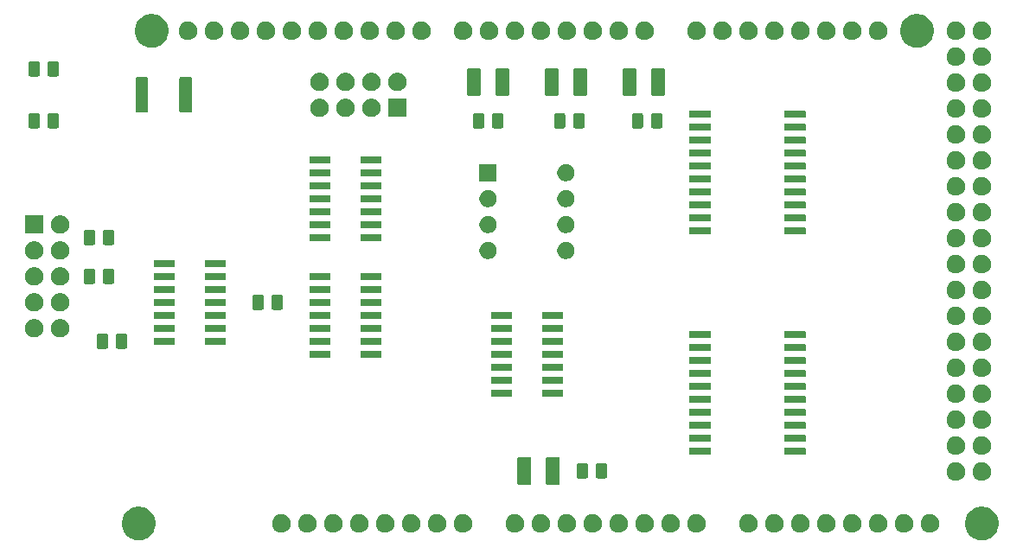
<source format=gbr>
G04 #@! TF.GenerationSoftware,KiCad,Pcbnew,(5.1.5-0-10_14)*
G04 #@! TF.CreationDate,2020-02-25T20:07:17-06:00*
G04 #@! TF.ProjectId,Electronic Target,456c6563-7472-46f6-9e69-632054617267,rev?*
G04 #@! TF.SameCoordinates,Original*
G04 #@! TF.FileFunction,Soldermask,Top*
G04 #@! TF.FilePolarity,Negative*
%FSLAX46Y46*%
G04 Gerber Fmt 4.6, Leading zero omitted, Abs format (unit mm)*
G04 Created by KiCad (PCBNEW (5.1.5-0-10_14)) date 2020-02-25 20:07:17*
%MOMM*%
%LPD*%
G04 APERTURE LIST*
%ADD10C,0.100000*%
G04 APERTURE END LIST*
D10*
G36*
X206190257Y-92446299D02*
G01*
X206296580Y-92467448D01*
X206597043Y-92591904D01*
X206867452Y-92772586D01*
X207097416Y-93002550D01*
X207278098Y-93272959D01*
X207278099Y-93272961D01*
X207402554Y-93573423D01*
X207466001Y-93892390D01*
X207466001Y-94217612D01*
X207402554Y-94536579D01*
X207307767Y-94765417D01*
X207278098Y-94837043D01*
X207097416Y-95107452D01*
X206867452Y-95337416D01*
X206597043Y-95518098D01*
X206296580Y-95642554D01*
X206190257Y-95663703D01*
X205977612Y-95706001D01*
X205652390Y-95706001D01*
X205439745Y-95663703D01*
X205333422Y-95642554D01*
X205032959Y-95518098D01*
X204762550Y-95337416D01*
X204532586Y-95107452D01*
X204351904Y-94837043D01*
X204322236Y-94765417D01*
X204227448Y-94536579D01*
X204164001Y-94217612D01*
X204164001Y-93892390D01*
X204227448Y-93573423D01*
X204351903Y-93272961D01*
X204351904Y-93272959D01*
X204532586Y-93002550D01*
X204762550Y-92772586D01*
X205032959Y-92591904D01*
X205333422Y-92467448D01*
X205439745Y-92446299D01*
X205652390Y-92404001D01*
X205977612Y-92404001D01*
X206190257Y-92446299D01*
G37*
G36*
X123640257Y-92446299D02*
G01*
X123746580Y-92467448D01*
X124047043Y-92591904D01*
X124317452Y-92772586D01*
X124547416Y-93002550D01*
X124728098Y-93272959D01*
X124728099Y-93272961D01*
X124852554Y-93573423D01*
X124916001Y-93892390D01*
X124916001Y-94217612D01*
X124852554Y-94536579D01*
X124757767Y-94765417D01*
X124728098Y-94837043D01*
X124547416Y-95107452D01*
X124317452Y-95337416D01*
X124047043Y-95518098D01*
X123746580Y-95642554D01*
X123640257Y-95663703D01*
X123427612Y-95706001D01*
X123102390Y-95706001D01*
X122889745Y-95663703D01*
X122783422Y-95642554D01*
X122482959Y-95518098D01*
X122212550Y-95337416D01*
X121982586Y-95107452D01*
X121801904Y-94837043D01*
X121772236Y-94765417D01*
X121677448Y-94536579D01*
X121614001Y-94217612D01*
X121614001Y-93892390D01*
X121677448Y-93573423D01*
X121801903Y-93272961D01*
X121801904Y-93272959D01*
X121982586Y-93002550D01*
X122212550Y-92772586D01*
X122482959Y-92591904D01*
X122783422Y-92467448D01*
X122889745Y-92446299D01*
X123102390Y-92404001D01*
X123427612Y-92404001D01*
X123640257Y-92446299D01*
G37*
G36*
X195921779Y-93175548D02*
G01*
X196088225Y-93244492D01*
X196238023Y-93344584D01*
X196365418Y-93471979D01*
X196465510Y-93621777D01*
X196534454Y-93788223D01*
X196569601Y-93964919D01*
X196569601Y-94145083D01*
X196534454Y-94321779D01*
X196465510Y-94488225D01*
X196365418Y-94638023D01*
X196238023Y-94765418D01*
X196088225Y-94865510D01*
X195921779Y-94934454D01*
X195745083Y-94969601D01*
X195564919Y-94969601D01*
X195388223Y-94934454D01*
X195221777Y-94865510D01*
X195071979Y-94765418D01*
X194944584Y-94638023D01*
X194844492Y-94488225D01*
X194775548Y-94321779D01*
X194740401Y-94145083D01*
X194740401Y-93964919D01*
X194775548Y-93788223D01*
X194844492Y-93621777D01*
X194944584Y-93471979D01*
X195071979Y-93344584D01*
X195221777Y-93244492D01*
X195388223Y-93175548D01*
X195564919Y-93140401D01*
X195745083Y-93140401D01*
X195921779Y-93175548D01*
G37*
G36*
X193381779Y-93175548D02*
G01*
X193548225Y-93244492D01*
X193698023Y-93344584D01*
X193825418Y-93471979D01*
X193925510Y-93621777D01*
X193994454Y-93788223D01*
X194029601Y-93964919D01*
X194029601Y-94145083D01*
X193994454Y-94321779D01*
X193925510Y-94488225D01*
X193825418Y-94638023D01*
X193698023Y-94765418D01*
X193548225Y-94865510D01*
X193381779Y-94934454D01*
X193205083Y-94969601D01*
X193024919Y-94969601D01*
X192848223Y-94934454D01*
X192681777Y-94865510D01*
X192531979Y-94765418D01*
X192404584Y-94638023D01*
X192304492Y-94488225D01*
X192235548Y-94321779D01*
X192200401Y-94145083D01*
X192200401Y-93964919D01*
X192235548Y-93788223D01*
X192304492Y-93621777D01*
X192404584Y-93471979D01*
X192531979Y-93344584D01*
X192681777Y-93244492D01*
X192848223Y-93175548D01*
X193024919Y-93140401D01*
X193205083Y-93140401D01*
X193381779Y-93175548D01*
G37*
G36*
X190841779Y-93175548D02*
G01*
X191008225Y-93244492D01*
X191158023Y-93344584D01*
X191285418Y-93471979D01*
X191385510Y-93621777D01*
X191454454Y-93788223D01*
X191489601Y-93964919D01*
X191489601Y-94145083D01*
X191454454Y-94321779D01*
X191385510Y-94488225D01*
X191285418Y-94638023D01*
X191158023Y-94765418D01*
X191008225Y-94865510D01*
X190841779Y-94934454D01*
X190665083Y-94969601D01*
X190484919Y-94969601D01*
X190308223Y-94934454D01*
X190141777Y-94865510D01*
X189991979Y-94765418D01*
X189864584Y-94638023D01*
X189764492Y-94488225D01*
X189695548Y-94321779D01*
X189660401Y-94145083D01*
X189660401Y-93964919D01*
X189695548Y-93788223D01*
X189764492Y-93621777D01*
X189864584Y-93471979D01*
X189991979Y-93344584D01*
X190141777Y-93244492D01*
X190308223Y-93175548D01*
X190484919Y-93140401D01*
X190665083Y-93140401D01*
X190841779Y-93175548D01*
G37*
G36*
X188301779Y-93175548D02*
G01*
X188468225Y-93244492D01*
X188618023Y-93344584D01*
X188745418Y-93471979D01*
X188845510Y-93621777D01*
X188914454Y-93788223D01*
X188949601Y-93964919D01*
X188949601Y-94145083D01*
X188914454Y-94321779D01*
X188845510Y-94488225D01*
X188745418Y-94638023D01*
X188618023Y-94765418D01*
X188468225Y-94865510D01*
X188301779Y-94934454D01*
X188125083Y-94969601D01*
X187944919Y-94969601D01*
X187768223Y-94934454D01*
X187601777Y-94865510D01*
X187451979Y-94765418D01*
X187324584Y-94638023D01*
X187224492Y-94488225D01*
X187155548Y-94321779D01*
X187120401Y-94145083D01*
X187120401Y-93964919D01*
X187155548Y-93788223D01*
X187224492Y-93621777D01*
X187324584Y-93471979D01*
X187451979Y-93344584D01*
X187601777Y-93244492D01*
X187768223Y-93175548D01*
X187944919Y-93140401D01*
X188125083Y-93140401D01*
X188301779Y-93175548D01*
G37*
G36*
X185761779Y-93175548D02*
G01*
X185928225Y-93244492D01*
X186078023Y-93344584D01*
X186205418Y-93471979D01*
X186305510Y-93621777D01*
X186374454Y-93788223D01*
X186409601Y-93964919D01*
X186409601Y-94145083D01*
X186374454Y-94321779D01*
X186305510Y-94488225D01*
X186205418Y-94638023D01*
X186078023Y-94765418D01*
X185928225Y-94865510D01*
X185761779Y-94934454D01*
X185585083Y-94969601D01*
X185404919Y-94969601D01*
X185228223Y-94934454D01*
X185061777Y-94865510D01*
X184911979Y-94765418D01*
X184784584Y-94638023D01*
X184684492Y-94488225D01*
X184615548Y-94321779D01*
X184580401Y-94145083D01*
X184580401Y-93964919D01*
X184615548Y-93788223D01*
X184684492Y-93621777D01*
X184784584Y-93471979D01*
X184911979Y-93344584D01*
X185061777Y-93244492D01*
X185228223Y-93175548D01*
X185404919Y-93140401D01*
X185585083Y-93140401D01*
X185761779Y-93175548D01*
G37*
G36*
X183221779Y-93175548D02*
G01*
X183388225Y-93244492D01*
X183538023Y-93344584D01*
X183665418Y-93471979D01*
X183765510Y-93621777D01*
X183834454Y-93788223D01*
X183869601Y-93964919D01*
X183869601Y-94145083D01*
X183834454Y-94321779D01*
X183765510Y-94488225D01*
X183665418Y-94638023D01*
X183538023Y-94765418D01*
X183388225Y-94865510D01*
X183221779Y-94934454D01*
X183045083Y-94969601D01*
X182864919Y-94969601D01*
X182688223Y-94934454D01*
X182521777Y-94865510D01*
X182371979Y-94765418D01*
X182244584Y-94638023D01*
X182144492Y-94488225D01*
X182075548Y-94321779D01*
X182040401Y-94145083D01*
X182040401Y-93964919D01*
X182075548Y-93788223D01*
X182144492Y-93621777D01*
X182244584Y-93471979D01*
X182371979Y-93344584D01*
X182521777Y-93244492D01*
X182688223Y-93175548D01*
X182864919Y-93140401D01*
X183045083Y-93140401D01*
X183221779Y-93175548D01*
G37*
G36*
X178141779Y-93175548D02*
G01*
X178308225Y-93244492D01*
X178458023Y-93344584D01*
X178585418Y-93471979D01*
X178685510Y-93621777D01*
X178754454Y-93788223D01*
X178789601Y-93964919D01*
X178789601Y-94145083D01*
X178754454Y-94321779D01*
X178685510Y-94488225D01*
X178585418Y-94638023D01*
X178458023Y-94765418D01*
X178308225Y-94865510D01*
X178141779Y-94934454D01*
X177965083Y-94969601D01*
X177784919Y-94969601D01*
X177608223Y-94934454D01*
X177441777Y-94865510D01*
X177291979Y-94765418D01*
X177164584Y-94638023D01*
X177064492Y-94488225D01*
X176995548Y-94321779D01*
X176960401Y-94145083D01*
X176960401Y-93964919D01*
X176995548Y-93788223D01*
X177064492Y-93621777D01*
X177164584Y-93471979D01*
X177291979Y-93344584D01*
X177441777Y-93244492D01*
X177608223Y-93175548D01*
X177784919Y-93140401D01*
X177965083Y-93140401D01*
X178141779Y-93175548D01*
G37*
G36*
X175601779Y-93175548D02*
G01*
X175768225Y-93244492D01*
X175918023Y-93344584D01*
X176045418Y-93471979D01*
X176145510Y-93621777D01*
X176214454Y-93788223D01*
X176249601Y-93964919D01*
X176249601Y-94145083D01*
X176214454Y-94321779D01*
X176145510Y-94488225D01*
X176045418Y-94638023D01*
X175918023Y-94765418D01*
X175768225Y-94865510D01*
X175601779Y-94934454D01*
X175425083Y-94969601D01*
X175244919Y-94969601D01*
X175068223Y-94934454D01*
X174901777Y-94865510D01*
X174751979Y-94765418D01*
X174624584Y-94638023D01*
X174524492Y-94488225D01*
X174455548Y-94321779D01*
X174420401Y-94145083D01*
X174420401Y-93964919D01*
X174455548Y-93788223D01*
X174524492Y-93621777D01*
X174624584Y-93471979D01*
X174751979Y-93344584D01*
X174901777Y-93244492D01*
X175068223Y-93175548D01*
X175244919Y-93140401D01*
X175425083Y-93140401D01*
X175601779Y-93175548D01*
G37*
G36*
X173061779Y-93175548D02*
G01*
X173228225Y-93244492D01*
X173378023Y-93344584D01*
X173505418Y-93471979D01*
X173605510Y-93621777D01*
X173674454Y-93788223D01*
X173709601Y-93964919D01*
X173709601Y-94145083D01*
X173674454Y-94321779D01*
X173605510Y-94488225D01*
X173505418Y-94638023D01*
X173378023Y-94765418D01*
X173228225Y-94865510D01*
X173061779Y-94934454D01*
X172885083Y-94969601D01*
X172704919Y-94969601D01*
X172528223Y-94934454D01*
X172361777Y-94865510D01*
X172211979Y-94765418D01*
X172084584Y-94638023D01*
X171984492Y-94488225D01*
X171915548Y-94321779D01*
X171880401Y-94145083D01*
X171880401Y-93964919D01*
X171915548Y-93788223D01*
X171984492Y-93621777D01*
X172084584Y-93471979D01*
X172211979Y-93344584D01*
X172361777Y-93244492D01*
X172528223Y-93175548D01*
X172704919Y-93140401D01*
X172885083Y-93140401D01*
X173061779Y-93175548D01*
G37*
G36*
X170521779Y-93175548D02*
G01*
X170688225Y-93244492D01*
X170838023Y-93344584D01*
X170965418Y-93471979D01*
X171065510Y-93621777D01*
X171134454Y-93788223D01*
X171169601Y-93964919D01*
X171169601Y-94145083D01*
X171134454Y-94321779D01*
X171065510Y-94488225D01*
X170965418Y-94638023D01*
X170838023Y-94765418D01*
X170688225Y-94865510D01*
X170521779Y-94934454D01*
X170345083Y-94969601D01*
X170164919Y-94969601D01*
X169988223Y-94934454D01*
X169821777Y-94865510D01*
X169671979Y-94765418D01*
X169544584Y-94638023D01*
X169444492Y-94488225D01*
X169375548Y-94321779D01*
X169340401Y-94145083D01*
X169340401Y-93964919D01*
X169375548Y-93788223D01*
X169444492Y-93621777D01*
X169544584Y-93471979D01*
X169671979Y-93344584D01*
X169821777Y-93244492D01*
X169988223Y-93175548D01*
X170164919Y-93140401D01*
X170345083Y-93140401D01*
X170521779Y-93175548D01*
G37*
G36*
X167981779Y-93175548D02*
G01*
X168148225Y-93244492D01*
X168298023Y-93344584D01*
X168425418Y-93471979D01*
X168525510Y-93621777D01*
X168594454Y-93788223D01*
X168629601Y-93964919D01*
X168629601Y-94145083D01*
X168594454Y-94321779D01*
X168525510Y-94488225D01*
X168425418Y-94638023D01*
X168298023Y-94765418D01*
X168148225Y-94865510D01*
X167981779Y-94934454D01*
X167805083Y-94969601D01*
X167624919Y-94969601D01*
X167448223Y-94934454D01*
X167281777Y-94865510D01*
X167131979Y-94765418D01*
X167004584Y-94638023D01*
X166904492Y-94488225D01*
X166835548Y-94321779D01*
X166800401Y-94145083D01*
X166800401Y-93964919D01*
X166835548Y-93788223D01*
X166904492Y-93621777D01*
X167004584Y-93471979D01*
X167131979Y-93344584D01*
X167281777Y-93244492D01*
X167448223Y-93175548D01*
X167624919Y-93140401D01*
X167805083Y-93140401D01*
X167981779Y-93175548D01*
G37*
G36*
X165441779Y-93175548D02*
G01*
X165608225Y-93244492D01*
X165758023Y-93344584D01*
X165885418Y-93471979D01*
X165985510Y-93621777D01*
X166054454Y-93788223D01*
X166089601Y-93964919D01*
X166089601Y-94145083D01*
X166054454Y-94321779D01*
X165985510Y-94488225D01*
X165885418Y-94638023D01*
X165758023Y-94765418D01*
X165608225Y-94865510D01*
X165441779Y-94934454D01*
X165265083Y-94969601D01*
X165084919Y-94969601D01*
X164908223Y-94934454D01*
X164741777Y-94865510D01*
X164591979Y-94765418D01*
X164464584Y-94638023D01*
X164364492Y-94488225D01*
X164295548Y-94321779D01*
X164260401Y-94145083D01*
X164260401Y-93964919D01*
X164295548Y-93788223D01*
X164364492Y-93621777D01*
X164464584Y-93471979D01*
X164591979Y-93344584D01*
X164741777Y-93244492D01*
X164908223Y-93175548D01*
X165084919Y-93140401D01*
X165265083Y-93140401D01*
X165441779Y-93175548D01*
G37*
G36*
X162901779Y-93175548D02*
G01*
X163068225Y-93244492D01*
X163218023Y-93344584D01*
X163345418Y-93471979D01*
X163445510Y-93621777D01*
X163514454Y-93788223D01*
X163549601Y-93964919D01*
X163549601Y-94145083D01*
X163514454Y-94321779D01*
X163445510Y-94488225D01*
X163345418Y-94638023D01*
X163218023Y-94765418D01*
X163068225Y-94865510D01*
X162901779Y-94934454D01*
X162725083Y-94969601D01*
X162544919Y-94969601D01*
X162368223Y-94934454D01*
X162201777Y-94865510D01*
X162051979Y-94765418D01*
X161924584Y-94638023D01*
X161824492Y-94488225D01*
X161755548Y-94321779D01*
X161720401Y-94145083D01*
X161720401Y-93964919D01*
X161755548Y-93788223D01*
X161824492Y-93621777D01*
X161924584Y-93471979D01*
X162051979Y-93344584D01*
X162201777Y-93244492D01*
X162368223Y-93175548D01*
X162544919Y-93140401D01*
X162725083Y-93140401D01*
X162901779Y-93175548D01*
G37*
G36*
X160361779Y-93175548D02*
G01*
X160528225Y-93244492D01*
X160678023Y-93344584D01*
X160805418Y-93471979D01*
X160905510Y-93621777D01*
X160974454Y-93788223D01*
X161009601Y-93964919D01*
X161009601Y-94145083D01*
X160974454Y-94321779D01*
X160905510Y-94488225D01*
X160805418Y-94638023D01*
X160678023Y-94765418D01*
X160528225Y-94865510D01*
X160361779Y-94934454D01*
X160185083Y-94969601D01*
X160004919Y-94969601D01*
X159828223Y-94934454D01*
X159661777Y-94865510D01*
X159511979Y-94765418D01*
X159384584Y-94638023D01*
X159284492Y-94488225D01*
X159215548Y-94321779D01*
X159180401Y-94145083D01*
X159180401Y-93964919D01*
X159215548Y-93788223D01*
X159284492Y-93621777D01*
X159384584Y-93471979D01*
X159511979Y-93344584D01*
X159661777Y-93244492D01*
X159828223Y-93175548D01*
X160004919Y-93140401D01*
X160185083Y-93140401D01*
X160361779Y-93175548D01*
G37*
G36*
X155281779Y-93175548D02*
G01*
X155448225Y-93244492D01*
X155598023Y-93344584D01*
X155725418Y-93471979D01*
X155825510Y-93621777D01*
X155894454Y-93788223D01*
X155929601Y-93964919D01*
X155929601Y-94145083D01*
X155894454Y-94321779D01*
X155825510Y-94488225D01*
X155725418Y-94638023D01*
X155598023Y-94765418D01*
X155448225Y-94865510D01*
X155281779Y-94934454D01*
X155105083Y-94969601D01*
X154924919Y-94969601D01*
X154748223Y-94934454D01*
X154581777Y-94865510D01*
X154431979Y-94765418D01*
X154304584Y-94638023D01*
X154204492Y-94488225D01*
X154135548Y-94321779D01*
X154100401Y-94145083D01*
X154100401Y-93964919D01*
X154135548Y-93788223D01*
X154204492Y-93621777D01*
X154304584Y-93471979D01*
X154431979Y-93344584D01*
X154581777Y-93244492D01*
X154748223Y-93175548D01*
X154924919Y-93140401D01*
X155105083Y-93140401D01*
X155281779Y-93175548D01*
G37*
G36*
X152741779Y-93175548D02*
G01*
X152908225Y-93244492D01*
X153058023Y-93344584D01*
X153185418Y-93471979D01*
X153285510Y-93621777D01*
X153354454Y-93788223D01*
X153389601Y-93964919D01*
X153389601Y-94145083D01*
X153354454Y-94321779D01*
X153285510Y-94488225D01*
X153185418Y-94638023D01*
X153058023Y-94765418D01*
X152908225Y-94865510D01*
X152741779Y-94934454D01*
X152565083Y-94969601D01*
X152384919Y-94969601D01*
X152208223Y-94934454D01*
X152041777Y-94865510D01*
X151891979Y-94765418D01*
X151764584Y-94638023D01*
X151664492Y-94488225D01*
X151595548Y-94321779D01*
X151560401Y-94145083D01*
X151560401Y-93964919D01*
X151595548Y-93788223D01*
X151664492Y-93621777D01*
X151764584Y-93471979D01*
X151891979Y-93344584D01*
X152041777Y-93244492D01*
X152208223Y-93175548D01*
X152384919Y-93140401D01*
X152565083Y-93140401D01*
X152741779Y-93175548D01*
G37*
G36*
X150201779Y-93175548D02*
G01*
X150368225Y-93244492D01*
X150518023Y-93344584D01*
X150645418Y-93471979D01*
X150745510Y-93621777D01*
X150814454Y-93788223D01*
X150849601Y-93964919D01*
X150849601Y-94145083D01*
X150814454Y-94321779D01*
X150745510Y-94488225D01*
X150645418Y-94638023D01*
X150518023Y-94765418D01*
X150368225Y-94865510D01*
X150201779Y-94934454D01*
X150025083Y-94969601D01*
X149844919Y-94969601D01*
X149668223Y-94934454D01*
X149501777Y-94865510D01*
X149351979Y-94765418D01*
X149224584Y-94638023D01*
X149124492Y-94488225D01*
X149055548Y-94321779D01*
X149020401Y-94145083D01*
X149020401Y-93964919D01*
X149055548Y-93788223D01*
X149124492Y-93621777D01*
X149224584Y-93471979D01*
X149351979Y-93344584D01*
X149501777Y-93244492D01*
X149668223Y-93175548D01*
X149844919Y-93140401D01*
X150025083Y-93140401D01*
X150201779Y-93175548D01*
G37*
G36*
X147661779Y-93175548D02*
G01*
X147828225Y-93244492D01*
X147978023Y-93344584D01*
X148105418Y-93471979D01*
X148205510Y-93621777D01*
X148274454Y-93788223D01*
X148309601Y-93964919D01*
X148309601Y-94145083D01*
X148274454Y-94321779D01*
X148205510Y-94488225D01*
X148105418Y-94638023D01*
X147978023Y-94765418D01*
X147828225Y-94865510D01*
X147661779Y-94934454D01*
X147485083Y-94969601D01*
X147304919Y-94969601D01*
X147128223Y-94934454D01*
X146961777Y-94865510D01*
X146811979Y-94765418D01*
X146684584Y-94638023D01*
X146584492Y-94488225D01*
X146515548Y-94321779D01*
X146480401Y-94145083D01*
X146480401Y-93964919D01*
X146515548Y-93788223D01*
X146584492Y-93621777D01*
X146684584Y-93471979D01*
X146811979Y-93344584D01*
X146961777Y-93244492D01*
X147128223Y-93175548D01*
X147304919Y-93140401D01*
X147485083Y-93140401D01*
X147661779Y-93175548D01*
G37*
G36*
X145121779Y-93175548D02*
G01*
X145288225Y-93244492D01*
X145438023Y-93344584D01*
X145565418Y-93471979D01*
X145665510Y-93621777D01*
X145734454Y-93788223D01*
X145769601Y-93964919D01*
X145769601Y-94145083D01*
X145734454Y-94321779D01*
X145665510Y-94488225D01*
X145565418Y-94638023D01*
X145438023Y-94765418D01*
X145288225Y-94865510D01*
X145121779Y-94934454D01*
X144945083Y-94969601D01*
X144764919Y-94969601D01*
X144588223Y-94934454D01*
X144421777Y-94865510D01*
X144271979Y-94765418D01*
X144144584Y-94638023D01*
X144044492Y-94488225D01*
X143975548Y-94321779D01*
X143940401Y-94145083D01*
X143940401Y-93964919D01*
X143975548Y-93788223D01*
X144044492Y-93621777D01*
X144144584Y-93471979D01*
X144271979Y-93344584D01*
X144421777Y-93244492D01*
X144588223Y-93175548D01*
X144764919Y-93140401D01*
X144945083Y-93140401D01*
X145121779Y-93175548D01*
G37*
G36*
X142581779Y-93175548D02*
G01*
X142748225Y-93244492D01*
X142898023Y-93344584D01*
X143025418Y-93471979D01*
X143125510Y-93621777D01*
X143194454Y-93788223D01*
X143229601Y-93964919D01*
X143229601Y-94145083D01*
X143194454Y-94321779D01*
X143125510Y-94488225D01*
X143025418Y-94638023D01*
X142898023Y-94765418D01*
X142748225Y-94865510D01*
X142581779Y-94934454D01*
X142405083Y-94969601D01*
X142224919Y-94969601D01*
X142048223Y-94934454D01*
X141881777Y-94865510D01*
X141731979Y-94765418D01*
X141604584Y-94638023D01*
X141504492Y-94488225D01*
X141435548Y-94321779D01*
X141400401Y-94145083D01*
X141400401Y-93964919D01*
X141435548Y-93788223D01*
X141504492Y-93621777D01*
X141604584Y-93471979D01*
X141731979Y-93344584D01*
X141881777Y-93244492D01*
X142048223Y-93175548D01*
X142224919Y-93140401D01*
X142405083Y-93140401D01*
X142581779Y-93175548D01*
G37*
G36*
X140041779Y-93175548D02*
G01*
X140208225Y-93244492D01*
X140358023Y-93344584D01*
X140485418Y-93471979D01*
X140585510Y-93621777D01*
X140654454Y-93788223D01*
X140689601Y-93964919D01*
X140689601Y-94145083D01*
X140654454Y-94321779D01*
X140585510Y-94488225D01*
X140485418Y-94638023D01*
X140358023Y-94765418D01*
X140208225Y-94865510D01*
X140041779Y-94934454D01*
X139865083Y-94969601D01*
X139684919Y-94969601D01*
X139508223Y-94934454D01*
X139341777Y-94865510D01*
X139191979Y-94765418D01*
X139064584Y-94638023D01*
X138964492Y-94488225D01*
X138895548Y-94321779D01*
X138860401Y-94145083D01*
X138860401Y-93964919D01*
X138895548Y-93788223D01*
X138964492Y-93621777D01*
X139064584Y-93471979D01*
X139191979Y-93344584D01*
X139341777Y-93244492D01*
X139508223Y-93175548D01*
X139684919Y-93140401D01*
X139865083Y-93140401D01*
X140041779Y-93175548D01*
G37*
G36*
X137501779Y-93175548D02*
G01*
X137668225Y-93244492D01*
X137818023Y-93344584D01*
X137945418Y-93471979D01*
X138045510Y-93621777D01*
X138114454Y-93788223D01*
X138149601Y-93964919D01*
X138149601Y-94145083D01*
X138114454Y-94321779D01*
X138045510Y-94488225D01*
X137945418Y-94638023D01*
X137818023Y-94765418D01*
X137668225Y-94865510D01*
X137501779Y-94934454D01*
X137325083Y-94969601D01*
X137144919Y-94969601D01*
X136968223Y-94934454D01*
X136801777Y-94865510D01*
X136651979Y-94765418D01*
X136524584Y-94638023D01*
X136424492Y-94488225D01*
X136355548Y-94321779D01*
X136320401Y-94145083D01*
X136320401Y-93964919D01*
X136355548Y-93788223D01*
X136424492Y-93621777D01*
X136524584Y-93471979D01*
X136651979Y-93344584D01*
X136801777Y-93244492D01*
X136968223Y-93175548D01*
X137144919Y-93140401D01*
X137325083Y-93140401D01*
X137501779Y-93175548D01*
G37*
G36*
X201001779Y-93175548D02*
G01*
X201168225Y-93244492D01*
X201318023Y-93344584D01*
X201445418Y-93471979D01*
X201545510Y-93621777D01*
X201614454Y-93788223D01*
X201649601Y-93964919D01*
X201649601Y-94145083D01*
X201614454Y-94321779D01*
X201545510Y-94488225D01*
X201445418Y-94638023D01*
X201318023Y-94765418D01*
X201168225Y-94865510D01*
X201001779Y-94934454D01*
X200825083Y-94969601D01*
X200644919Y-94969601D01*
X200468223Y-94934454D01*
X200301777Y-94865510D01*
X200151979Y-94765418D01*
X200024584Y-94638023D01*
X199924492Y-94488225D01*
X199855548Y-94321779D01*
X199820401Y-94145083D01*
X199820401Y-93964919D01*
X199855548Y-93788223D01*
X199924492Y-93621777D01*
X200024584Y-93471979D01*
X200151979Y-93344584D01*
X200301777Y-93244492D01*
X200468223Y-93175548D01*
X200644919Y-93140401D01*
X200825083Y-93140401D01*
X201001779Y-93175548D01*
G37*
G36*
X198461779Y-93175548D02*
G01*
X198628225Y-93244492D01*
X198778023Y-93344584D01*
X198905418Y-93471979D01*
X199005510Y-93621777D01*
X199074454Y-93788223D01*
X199109601Y-93964919D01*
X199109601Y-94145083D01*
X199074454Y-94321779D01*
X199005510Y-94488225D01*
X198905418Y-94638023D01*
X198778023Y-94765418D01*
X198628225Y-94865510D01*
X198461779Y-94934454D01*
X198285083Y-94969601D01*
X198104919Y-94969601D01*
X197928223Y-94934454D01*
X197761777Y-94865510D01*
X197611979Y-94765418D01*
X197484584Y-94638023D01*
X197384492Y-94488225D01*
X197315548Y-94321779D01*
X197280401Y-94145083D01*
X197280401Y-93964919D01*
X197315548Y-93788223D01*
X197384492Y-93621777D01*
X197484584Y-93471979D01*
X197611979Y-93344584D01*
X197761777Y-93244492D01*
X197928223Y-93175548D01*
X198104919Y-93140401D01*
X198285083Y-93140401D01*
X198461779Y-93175548D01*
G37*
G36*
X164348604Y-87528347D02*
G01*
X164385144Y-87539432D01*
X164418821Y-87557433D01*
X164448341Y-87581659D01*
X164472567Y-87611179D01*
X164490568Y-87644856D01*
X164501653Y-87681396D01*
X164506000Y-87725538D01*
X164506000Y-90074462D01*
X164501653Y-90118604D01*
X164490568Y-90155144D01*
X164472567Y-90188821D01*
X164448341Y-90218341D01*
X164418821Y-90242567D01*
X164385144Y-90260568D01*
X164348604Y-90271653D01*
X164304462Y-90276000D01*
X163355538Y-90276000D01*
X163311396Y-90271653D01*
X163274856Y-90260568D01*
X163241179Y-90242567D01*
X163211659Y-90218341D01*
X163187433Y-90188821D01*
X163169432Y-90155144D01*
X163158347Y-90118604D01*
X163154000Y-90074462D01*
X163154000Y-87725538D01*
X163158347Y-87681396D01*
X163169432Y-87644856D01*
X163187433Y-87611179D01*
X163211659Y-87581659D01*
X163241179Y-87557433D01*
X163274856Y-87539432D01*
X163311396Y-87528347D01*
X163355538Y-87524000D01*
X164304462Y-87524000D01*
X164348604Y-87528347D01*
G37*
G36*
X161548604Y-87528347D02*
G01*
X161585144Y-87539432D01*
X161618821Y-87557433D01*
X161648341Y-87581659D01*
X161672567Y-87611179D01*
X161690568Y-87644856D01*
X161701653Y-87681396D01*
X161706000Y-87725538D01*
X161706000Y-90074462D01*
X161701653Y-90118604D01*
X161690568Y-90155144D01*
X161672567Y-90188821D01*
X161648341Y-90218341D01*
X161618821Y-90242567D01*
X161585144Y-90260568D01*
X161548604Y-90271653D01*
X161504462Y-90276000D01*
X160555538Y-90276000D01*
X160511396Y-90271653D01*
X160474856Y-90260568D01*
X160441179Y-90242567D01*
X160411659Y-90218341D01*
X160387433Y-90188821D01*
X160369432Y-90155144D01*
X160358347Y-90118604D01*
X160354000Y-90074462D01*
X160354000Y-87725538D01*
X160358347Y-87681396D01*
X160369432Y-87644856D01*
X160387433Y-87611179D01*
X160411659Y-87581659D01*
X160441179Y-87557433D01*
X160474856Y-87539432D01*
X160511396Y-87528347D01*
X160555538Y-87524000D01*
X161504462Y-87524000D01*
X161548604Y-87528347D01*
G37*
G36*
X203541779Y-88095548D02*
G01*
X203708225Y-88164492D01*
X203858023Y-88264584D01*
X203985418Y-88391979D01*
X204085510Y-88541777D01*
X204154454Y-88708223D01*
X204189601Y-88884919D01*
X204189601Y-89065083D01*
X204154454Y-89241779D01*
X204085510Y-89408225D01*
X203985418Y-89558023D01*
X203858023Y-89685418D01*
X203708225Y-89785510D01*
X203541779Y-89854454D01*
X203365083Y-89889601D01*
X203184919Y-89889601D01*
X203008223Y-89854454D01*
X202841777Y-89785510D01*
X202691979Y-89685418D01*
X202564584Y-89558023D01*
X202464492Y-89408225D01*
X202395548Y-89241779D01*
X202360401Y-89065083D01*
X202360401Y-88884919D01*
X202395548Y-88708223D01*
X202464492Y-88541777D01*
X202564584Y-88391979D01*
X202691979Y-88264584D01*
X202841777Y-88164492D01*
X203008223Y-88095548D01*
X203184919Y-88060401D01*
X203365083Y-88060401D01*
X203541779Y-88095548D01*
G37*
G36*
X206081779Y-88095548D02*
G01*
X206248225Y-88164492D01*
X206398023Y-88264584D01*
X206525418Y-88391979D01*
X206625510Y-88541777D01*
X206694454Y-88708223D01*
X206729601Y-88884919D01*
X206729601Y-89065083D01*
X206694454Y-89241779D01*
X206625510Y-89408225D01*
X206525418Y-89558023D01*
X206398023Y-89685418D01*
X206248225Y-89785510D01*
X206081779Y-89854454D01*
X205905083Y-89889601D01*
X205724919Y-89889601D01*
X205548223Y-89854454D01*
X205381777Y-89785510D01*
X205231979Y-89685418D01*
X205104584Y-89558023D01*
X205004492Y-89408225D01*
X204935548Y-89241779D01*
X204900401Y-89065083D01*
X204900401Y-88884919D01*
X204935548Y-88708223D01*
X205004492Y-88541777D01*
X205104584Y-88391979D01*
X205231979Y-88264584D01*
X205381777Y-88164492D01*
X205548223Y-88095548D01*
X205724919Y-88060401D01*
X205905083Y-88060401D01*
X206081779Y-88095548D01*
G37*
G36*
X167074468Y-88153565D02*
G01*
X167113138Y-88165296D01*
X167148777Y-88184346D01*
X167180017Y-88209983D01*
X167205654Y-88241223D01*
X167224704Y-88276862D01*
X167236435Y-88315532D01*
X167241000Y-88361888D01*
X167241000Y-89438112D01*
X167236435Y-89484468D01*
X167224704Y-89523138D01*
X167205654Y-89558777D01*
X167180017Y-89590017D01*
X167148777Y-89615654D01*
X167113138Y-89634704D01*
X167074468Y-89646435D01*
X167028112Y-89651000D01*
X166376888Y-89651000D01*
X166330532Y-89646435D01*
X166291862Y-89634704D01*
X166256223Y-89615654D01*
X166224983Y-89590017D01*
X166199346Y-89558777D01*
X166180296Y-89523138D01*
X166168565Y-89484468D01*
X166164000Y-89438112D01*
X166164000Y-88361888D01*
X166168565Y-88315532D01*
X166180296Y-88276862D01*
X166199346Y-88241223D01*
X166224983Y-88209983D01*
X166256223Y-88184346D01*
X166291862Y-88165296D01*
X166330532Y-88153565D01*
X166376888Y-88149000D01*
X167028112Y-88149000D01*
X167074468Y-88153565D01*
G37*
G36*
X168949468Y-88153565D02*
G01*
X168988138Y-88165296D01*
X169023777Y-88184346D01*
X169055017Y-88209983D01*
X169080654Y-88241223D01*
X169099704Y-88276862D01*
X169111435Y-88315532D01*
X169116000Y-88361888D01*
X169116000Y-89438112D01*
X169111435Y-89484468D01*
X169099704Y-89523138D01*
X169080654Y-89558777D01*
X169055017Y-89590017D01*
X169023777Y-89615654D01*
X168988138Y-89634704D01*
X168949468Y-89646435D01*
X168903112Y-89651000D01*
X168251888Y-89651000D01*
X168205532Y-89646435D01*
X168166862Y-89634704D01*
X168131223Y-89615654D01*
X168099983Y-89590017D01*
X168074346Y-89558777D01*
X168055296Y-89523138D01*
X168043565Y-89484468D01*
X168039000Y-89438112D01*
X168039000Y-88361888D01*
X168043565Y-88315532D01*
X168055296Y-88276862D01*
X168074346Y-88241223D01*
X168099983Y-88209983D01*
X168131223Y-88184346D01*
X168166862Y-88165296D01*
X168205532Y-88153565D01*
X168251888Y-88149000D01*
X168903112Y-88149000D01*
X168949468Y-88153565D01*
G37*
G36*
X203541779Y-85555548D02*
G01*
X203708225Y-85624492D01*
X203858023Y-85724584D01*
X203985418Y-85851979D01*
X204085510Y-86001777D01*
X204154454Y-86168223D01*
X204189601Y-86344919D01*
X204189601Y-86525083D01*
X204154454Y-86701779D01*
X204085510Y-86868225D01*
X203985418Y-87018023D01*
X203858023Y-87145418D01*
X203708225Y-87245510D01*
X203541779Y-87314454D01*
X203365083Y-87349601D01*
X203184919Y-87349601D01*
X203008223Y-87314454D01*
X202841777Y-87245510D01*
X202691979Y-87145418D01*
X202564584Y-87018023D01*
X202464492Y-86868225D01*
X202395548Y-86701779D01*
X202360401Y-86525083D01*
X202360401Y-86344919D01*
X202395548Y-86168223D01*
X202464492Y-86001777D01*
X202564584Y-85851979D01*
X202691979Y-85724584D01*
X202841777Y-85624492D01*
X203008223Y-85555548D01*
X203184919Y-85520401D01*
X203365083Y-85520401D01*
X203541779Y-85555548D01*
G37*
G36*
X206081779Y-85555548D02*
G01*
X206248225Y-85624492D01*
X206398023Y-85724584D01*
X206525418Y-85851979D01*
X206625510Y-86001777D01*
X206694454Y-86168223D01*
X206729601Y-86344919D01*
X206729601Y-86525083D01*
X206694454Y-86701779D01*
X206625510Y-86868225D01*
X206525418Y-87018023D01*
X206398023Y-87145418D01*
X206248225Y-87245510D01*
X206081779Y-87314454D01*
X205905083Y-87349601D01*
X205724919Y-87349601D01*
X205548223Y-87314454D01*
X205381777Y-87245510D01*
X205231979Y-87145418D01*
X205104584Y-87018023D01*
X205004492Y-86868225D01*
X204935548Y-86701779D01*
X204900401Y-86525083D01*
X204900401Y-86344919D01*
X204935548Y-86168223D01*
X205004492Y-86001777D01*
X205104584Y-85851979D01*
X205231979Y-85724584D01*
X205381777Y-85624492D01*
X205548223Y-85555548D01*
X205724919Y-85520401D01*
X205905083Y-85520401D01*
X206081779Y-85555548D01*
G37*
G36*
X179214928Y-86646764D02*
G01*
X179236009Y-86653160D01*
X179255445Y-86663548D01*
X179272476Y-86677524D01*
X179286452Y-86694555D01*
X179296840Y-86713991D01*
X179303236Y-86735072D01*
X179306000Y-86763140D01*
X179306000Y-87226860D01*
X179303236Y-87254928D01*
X179296840Y-87276009D01*
X179286452Y-87295445D01*
X179272476Y-87312476D01*
X179255445Y-87326452D01*
X179236009Y-87336840D01*
X179214928Y-87343236D01*
X179186860Y-87346000D01*
X177273140Y-87346000D01*
X177245072Y-87343236D01*
X177223991Y-87336840D01*
X177204555Y-87326452D01*
X177187524Y-87312476D01*
X177173548Y-87295445D01*
X177163160Y-87276009D01*
X177156764Y-87254928D01*
X177154000Y-87226860D01*
X177154000Y-86763140D01*
X177156764Y-86735072D01*
X177163160Y-86713991D01*
X177173548Y-86694555D01*
X177187524Y-86677524D01*
X177204555Y-86663548D01*
X177223991Y-86653160D01*
X177245072Y-86646764D01*
X177273140Y-86644000D01*
X179186860Y-86644000D01*
X179214928Y-86646764D01*
G37*
G36*
X188514928Y-86646764D02*
G01*
X188536009Y-86653160D01*
X188555445Y-86663548D01*
X188572476Y-86677524D01*
X188586452Y-86694555D01*
X188596840Y-86713991D01*
X188603236Y-86735072D01*
X188606000Y-86763140D01*
X188606000Y-87226860D01*
X188603236Y-87254928D01*
X188596840Y-87276009D01*
X188586452Y-87295445D01*
X188572476Y-87312476D01*
X188555445Y-87326452D01*
X188536009Y-87336840D01*
X188514928Y-87343236D01*
X188486860Y-87346000D01*
X186573140Y-87346000D01*
X186545072Y-87343236D01*
X186523991Y-87336840D01*
X186504555Y-87326452D01*
X186487524Y-87312476D01*
X186473548Y-87295445D01*
X186463160Y-87276009D01*
X186456764Y-87254928D01*
X186454000Y-87226860D01*
X186454000Y-86763140D01*
X186456764Y-86735072D01*
X186463160Y-86713991D01*
X186473548Y-86694555D01*
X186487524Y-86677524D01*
X186504555Y-86663548D01*
X186523991Y-86653160D01*
X186545072Y-86646764D01*
X186573140Y-86644000D01*
X188486860Y-86644000D01*
X188514928Y-86646764D01*
G37*
G36*
X179214928Y-85376764D02*
G01*
X179236009Y-85383160D01*
X179255445Y-85393548D01*
X179272476Y-85407524D01*
X179286452Y-85424555D01*
X179296840Y-85443991D01*
X179303236Y-85465072D01*
X179306000Y-85493140D01*
X179306000Y-85956860D01*
X179303236Y-85984928D01*
X179296840Y-86006009D01*
X179286452Y-86025445D01*
X179272476Y-86042476D01*
X179255445Y-86056452D01*
X179236009Y-86066840D01*
X179214928Y-86073236D01*
X179186860Y-86076000D01*
X177273140Y-86076000D01*
X177245072Y-86073236D01*
X177223991Y-86066840D01*
X177204555Y-86056452D01*
X177187524Y-86042476D01*
X177173548Y-86025445D01*
X177163160Y-86006009D01*
X177156764Y-85984928D01*
X177154000Y-85956860D01*
X177154000Y-85493140D01*
X177156764Y-85465072D01*
X177163160Y-85443991D01*
X177173548Y-85424555D01*
X177187524Y-85407524D01*
X177204555Y-85393548D01*
X177223991Y-85383160D01*
X177245072Y-85376764D01*
X177273140Y-85374000D01*
X179186860Y-85374000D01*
X179214928Y-85376764D01*
G37*
G36*
X188514928Y-85376764D02*
G01*
X188536009Y-85383160D01*
X188555445Y-85393548D01*
X188572476Y-85407524D01*
X188586452Y-85424555D01*
X188596840Y-85443991D01*
X188603236Y-85465072D01*
X188606000Y-85493140D01*
X188606000Y-85956860D01*
X188603236Y-85984928D01*
X188596840Y-86006009D01*
X188586452Y-86025445D01*
X188572476Y-86042476D01*
X188555445Y-86056452D01*
X188536009Y-86066840D01*
X188514928Y-86073236D01*
X188486860Y-86076000D01*
X186573140Y-86076000D01*
X186545072Y-86073236D01*
X186523991Y-86066840D01*
X186504555Y-86056452D01*
X186487524Y-86042476D01*
X186473548Y-86025445D01*
X186463160Y-86006009D01*
X186456764Y-85984928D01*
X186454000Y-85956860D01*
X186454000Y-85493140D01*
X186456764Y-85465072D01*
X186463160Y-85443991D01*
X186473548Y-85424555D01*
X186487524Y-85407524D01*
X186504555Y-85393548D01*
X186523991Y-85383160D01*
X186545072Y-85376764D01*
X186573140Y-85374000D01*
X188486860Y-85374000D01*
X188514928Y-85376764D01*
G37*
G36*
X203541779Y-83015548D02*
G01*
X203708225Y-83084492D01*
X203858023Y-83184584D01*
X203985418Y-83311979D01*
X204085510Y-83461777D01*
X204154454Y-83628223D01*
X204189601Y-83804919D01*
X204189601Y-83985083D01*
X204154454Y-84161779D01*
X204085510Y-84328225D01*
X203985418Y-84478023D01*
X203858023Y-84605418D01*
X203708225Y-84705510D01*
X203541779Y-84774454D01*
X203365083Y-84809601D01*
X203184919Y-84809601D01*
X203008223Y-84774454D01*
X202841777Y-84705510D01*
X202691979Y-84605418D01*
X202564584Y-84478023D01*
X202464492Y-84328225D01*
X202395548Y-84161779D01*
X202360401Y-83985083D01*
X202360401Y-83804919D01*
X202395548Y-83628223D01*
X202464492Y-83461777D01*
X202564584Y-83311979D01*
X202691979Y-83184584D01*
X202841777Y-83084492D01*
X203008223Y-83015548D01*
X203184919Y-82980401D01*
X203365083Y-82980401D01*
X203541779Y-83015548D01*
G37*
G36*
X206081779Y-83015548D02*
G01*
X206248225Y-83084492D01*
X206398023Y-83184584D01*
X206525418Y-83311979D01*
X206625510Y-83461777D01*
X206694454Y-83628223D01*
X206729601Y-83804919D01*
X206729601Y-83985083D01*
X206694454Y-84161779D01*
X206625510Y-84328225D01*
X206525418Y-84478023D01*
X206398023Y-84605418D01*
X206248225Y-84705510D01*
X206081779Y-84774454D01*
X205905083Y-84809601D01*
X205724919Y-84809601D01*
X205548223Y-84774454D01*
X205381777Y-84705510D01*
X205231979Y-84605418D01*
X205104584Y-84478023D01*
X205004492Y-84328225D01*
X204935548Y-84161779D01*
X204900401Y-83985083D01*
X204900401Y-83804919D01*
X204935548Y-83628223D01*
X205004492Y-83461777D01*
X205104584Y-83311979D01*
X205231979Y-83184584D01*
X205381777Y-83084492D01*
X205548223Y-83015548D01*
X205724919Y-82980401D01*
X205905083Y-82980401D01*
X206081779Y-83015548D01*
G37*
G36*
X188514928Y-84106764D02*
G01*
X188536009Y-84113160D01*
X188555445Y-84123548D01*
X188572476Y-84137524D01*
X188586452Y-84154555D01*
X188596840Y-84173991D01*
X188603236Y-84195072D01*
X188606000Y-84223140D01*
X188606000Y-84686860D01*
X188603236Y-84714928D01*
X188596840Y-84736009D01*
X188586452Y-84755445D01*
X188572476Y-84772476D01*
X188555445Y-84786452D01*
X188536009Y-84796840D01*
X188514928Y-84803236D01*
X188486860Y-84806000D01*
X186573140Y-84806000D01*
X186545072Y-84803236D01*
X186523991Y-84796840D01*
X186504555Y-84786452D01*
X186487524Y-84772476D01*
X186473548Y-84755445D01*
X186463160Y-84736009D01*
X186456764Y-84714928D01*
X186454000Y-84686860D01*
X186454000Y-84223140D01*
X186456764Y-84195072D01*
X186463160Y-84173991D01*
X186473548Y-84154555D01*
X186487524Y-84137524D01*
X186504555Y-84123548D01*
X186523991Y-84113160D01*
X186545072Y-84106764D01*
X186573140Y-84104000D01*
X188486860Y-84104000D01*
X188514928Y-84106764D01*
G37*
G36*
X179214928Y-84106764D02*
G01*
X179236009Y-84113160D01*
X179255445Y-84123548D01*
X179272476Y-84137524D01*
X179286452Y-84154555D01*
X179296840Y-84173991D01*
X179303236Y-84195072D01*
X179306000Y-84223140D01*
X179306000Y-84686860D01*
X179303236Y-84714928D01*
X179296840Y-84736009D01*
X179286452Y-84755445D01*
X179272476Y-84772476D01*
X179255445Y-84786452D01*
X179236009Y-84796840D01*
X179214928Y-84803236D01*
X179186860Y-84806000D01*
X177273140Y-84806000D01*
X177245072Y-84803236D01*
X177223991Y-84796840D01*
X177204555Y-84786452D01*
X177187524Y-84772476D01*
X177173548Y-84755445D01*
X177163160Y-84736009D01*
X177156764Y-84714928D01*
X177154000Y-84686860D01*
X177154000Y-84223140D01*
X177156764Y-84195072D01*
X177163160Y-84173991D01*
X177173548Y-84154555D01*
X177187524Y-84137524D01*
X177204555Y-84123548D01*
X177223991Y-84113160D01*
X177245072Y-84106764D01*
X177273140Y-84104000D01*
X179186860Y-84104000D01*
X179214928Y-84106764D01*
G37*
G36*
X179214928Y-82836764D02*
G01*
X179236009Y-82843160D01*
X179255445Y-82853548D01*
X179272476Y-82867524D01*
X179286452Y-82884555D01*
X179296840Y-82903991D01*
X179303236Y-82925072D01*
X179306000Y-82953140D01*
X179306000Y-83416860D01*
X179303236Y-83444928D01*
X179296840Y-83466009D01*
X179286452Y-83485445D01*
X179272476Y-83502476D01*
X179255445Y-83516452D01*
X179236009Y-83526840D01*
X179214928Y-83533236D01*
X179186860Y-83536000D01*
X177273140Y-83536000D01*
X177245072Y-83533236D01*
X177223991Y-83526840D01*
X177204555Y-83516452D01*
X177187524Y-83502476D01*
X177173548Y-83485445D01*
X177163160Y-83466009D01*
X177156764Y-83444928D01*
X177154000Y-83416860D01*
X177154000Y-82953140D01*
X177156764Y-82925072D01*
X177163160Y-82903991D01*
X177173548Y-82884555D01*
X177187524Y-82867524D01*
X177204555Y-82853548D01*
X177223991Y-82843160D01*
X177245072Y-82836764D01*
X177273140Y-82834000D01*
X179186860Y-82834000D01*
X179214928Y-82836764D01*
G37*
G36*
X188514928Y-82836764D02*
G01*
X188536009Y-82843160D01*
X188555445Y-82853548D01*
X188572476Y-82867524D01*
X188586452Y-82884555D01*
X188596840Y-82903991D01*
X188603236Y-82925072D01*
X188606000Y-82953140D01*
X188606000Y-83416860D01*
X188603236Y-83444928D01*
X188596840Y-83466009D01*
X188586452Y-83485445D01*
X188572476Y-83502476D01*
X188555445Y-83516452D01*
X188536009Y-83526840D01*
X188514928Y-83533236D01*
X188486860Y-83536000D01*
X186573140Y-83536000D01*
X186545072Y-83533236D01*
X186523991Y-83526840D01*
X186504555Y-83516452D01*
X186487524Y-83502476D01*
X186473548Y-83485445D01*
X186463160Y-83466009D01*
X186456764Y-83444928D01*
X186454000Y-83416860D01*
X186454000Y-82953140D01*
X186456764Y-82925072D01*
X186463160Y-82903991D01*
X186473548Y-82884555D01*
X186487524Y-82867524D01*
X186504555Y-82853548D01*
X186523991Y-82843160D01*
X186545072Y-82836764D01*
X186573140Y-82834000D01*
X188486860Y-82834000D01*
X188514928Y-82836764D01*
G37*
G36*
X203541779Y-80475548D02*
G01*
X203708225Y-80544492D01*
X203858023Y-80644584D01*
X203985418Y-80771979D01*
X204085510Y-80921777D01*
X204154454Y-81088223D01*
X204189601Y-81264919D01*
X204189601Y-81445083D01*
X204154454Y-81621779D01*
X204085510Y-81788225D01*
X203985418Y-81938023D01*
X203858023Y-82065418D01*
X203708225Y-82165510D01*
X203541779Y-82234454D01*
X203365083Y-82269601D01*
X203184919Y-82269601D01*
X203008223Y-82234454D01*
X202841777Y-82165510D01*
X202691979Y-82065418D01*
X202564584Y-81938023D01*
X202464492Y-81788225D01*
X202395548Y-81621779D01*
X202360401Y-81445083D01*
X202360401Y-81264919D01*
X202395548Y-81088223D01*
X202464492Y-80921777D01*
X202564584Y-80771979D01*
X202691979Y-80644584D01*
X202841777Y-80544492D01*
X203008223Y-80475548D01*
X203184919Y-80440401D01*
X203365083Y-80440401D01*
X203541779Y-80475548D01*
G37*
G36*
X206081779Y-80475548D02*
G01*
X206248225Y-80544492D01*
X206398023Y-80644584D01*
X206525418Y-80771979D01*
X206625510Y-80921777D01*
X206694454Y-81088223D01*
X206729601Y-81264919D01*
X206729601Y-81445083D01*
X206694454Y-81621779D01*
X206625510Y-81788225D01*
X206525418Y-81938023D01*
X206398023Y-82065418D01*
X206248225Y-82165510D01*
X206081779Y-82234454D01*
X205905083Y-82269601D01*
X205724919Y-82269601D01*
X205548223Y-82234454D01*
X205381777Y-82165510D01*
X205231979Y-82065418D01*
X205104584Y-81938023D01*
X205004492Y-81788225D01*
X204935548Y-81621779D01*
X204900401Y-81445083D01*
X204900401Y-81264919D01*
X204935548Y-81088223D01*
X205004492Y-80921777D01*
X205104584Y-80771979D01*
X205231979Y-80644584D01*
X205381777Y-80544492D01*
X205548223Y-80475548D01*
X205724919Y-80440401D01*
X205905083Y-80440401D01*
X206081779Y-80475548D01*
G37*
G36*
X179214928Y-81566764D02*
G01*
X179236009Y-81573160D01*
X179255445Y-81583548D01*
X179272476Y-81597524D01*
X179286452Y-81614555D01*
X179296840Y-81633991D01*
X179303236Y-81655072D01*
X179306000Y-81683140D01*
X179306000Y-82146860D01*
X179303236Y-82174928D01*
X179296840Y-82196009D01*
X179286452Y-82215445D01*
X179272476Y-82232476D01*
X179255445Y-82246452D01*
X179236009Y-82256840D01*
X179214928Y-82263236D01*
X179186860Y-82266000D01*
X177273140Y-82266000D01*
X177245072Y-82263236D01*
X177223991Y-82256840D01*
X177204555Y-82246452D01*
X177187524Y-82232476D01*
X177173548Y-82215445D01*
X177163160Y-82196009D01*
X177156764Y-82174928D01*
X177154000Y-82146860D01*
X177154000Y-81683140D01*
X177156764Y-81655072D01*
X177163160Y-81633991D01*
X177173548Y-81614555D01*
X177187524Y-81597524D01*
X177204555Y-81583548D01*
X177223991Y-81573160D01*
X177245072Y-81566764D01*
X177273140Y-81564000D01*
X179186860Y-81564000D01*
X179214928Y-81566764D01*
G37*
G36*
X188514928Y-81566764D02*
G01*
X188536009Y-81573160D01*
X188555445Y-81583548D01*
X188572476Y-81597524D01*
X188586452Y-81614555D01*
X188596840Y-81633991D01*
X188603236Y-81655072D01*
X188606000Y-81683140D01*
X188606000Y-82146860D01*
X188603236Y-82174928D01*
X188596840Y-82196009D01*
X188586452Y-82215445D01*
X188572476Y-82232476D01*
X188555445Y-82246452D01*
X188536009Y-82256840D01*
X188514928Y-82263236D01*
X188486860Y-82266000D01*
X186573140Y-82266000D01*
X186545072Y-82263236D01*
X186523991Y-82256840D01*
X186504555Y-82246452D01*
X186487524Y-82232476D01*
X186473548Y-82215445D01*
X186463160Y-82196009D01*
X186456764Y-82174928D01*
X186454000Y-82146860D01*
X186454000Y-81683140D01*
X186456764Y-81655072D01*
X186463160Y-81633991D01*
X186473548Y-81614555D01*
X186487524Y-81597524D01*
X186504555Y-81583548D01*
X186523991Y-81573160D01*
X186545072Y-81566764D01*
X186573140Y-81564000D01*
X188486860Y-81564000D01*
X188514928Y-81566764D01*
G37*
G36*
X159749928Y-80931764D02*
G01*
X159771009Y-80938160D01*
X159790445Y-80948548D01*
X159807476Y-80962524D01*
X159821452Y-80979555D01*
X159831840Y-80998991D01*
X159838236Y-81020072D01*
X159841000Y-81048140D01*
X159841000Y-81511860D01*
X159838236Y-81539928D01*
X159831840Y-81561009D01*
X159821452Y-81580445D01*
X159807476Y-81597476D01*
X159790445Y-81611452D01*
X159771009Y-81621840D01*
X159749928Y-81628236D01*
X159721860Y-81631000D01*
X157908140Y-81631000D01*
X157880072Y-81628236D01*
X157858991Y-81621840D01*
X157839555Y-81611452D01*
X157822524Y-81597476D01*
X157808548Y-81580445D01*
X157798160Y-81561009D01*
X157791764Y-81539928D01*
X157789000Y-81511860D01*
X157789000Y-81048140D01*
X157791764Y-81020072D01*
X157798160Y-80998991D01*
X157808548Y-80979555D01*
X157822524Y-80962524D01*
X157839555Y-80948548D01*
X157858991Y-80938160D01*
X157880072Y-80931764D01*
X157908140Y-80929000D01*
X159721860Y-80929000D01*
X159749928Y-80931764D01*
G37*
G36*
X164699928Y-80931764D02*
G01*
X164721009Y-80938160D01*
X164740445Y-80948548D01*
X164757476Y-80962524D01*
X164771452Y-80979555D01*
X164781840Y-80998991D01*
X164788236Y-81020072D01*
X164791000Y-81048140D01*
X164791000Y-81511860D01*
X164788236Y-81539928D01*
X164781840Y-81561009D01*
X164771452Y-81580445D01*
X164757476Y-81597476D01*
X164740445Y-81611452D01*
X164721009Y-81621840D01*
X164699928Y-81628236D01*
X164671860Y-81631000D01*
X162858140Y-81631000D01*
X162830072Y-81628236D01*
X162808991Y-81621840D01*
X162789555Y-81611452D01*
X162772524Y-81597476D01*
X162758548Y-81580445D01*
X162748160Y-81561009D01*
X162741764Y-81539928D01*
X162739000Y-81511860D01*
X162739000Y-81048140D01*
X162741764Y-81020072D01*
X162748160Y-80998991D01*
X162758548Y-80979555D01*
X162772524Y-80962524D01*
X162789555Y-80948548D01*
X162808991Y-80938160D01*
X162830072Y-80931764D01*
X162858140Y-80929000D01*
X164671860Y-80929000D01*
X164699928Y-80931764D01*
G37*
G36*
X179214928Y-80296764D02*
G01*
X179236009Y-80303160D01*
X179255445Y-80313548D01*
X179272476Y-80327524D01*
X179286452Y-80344555D01*
X179296840Y-80363991D01*
X179303236Y-80385072D01*
X179306000Y-80413140D01*
X179306000Y-80876860D01*
X179303236Y-80904928D01*
X179296840Y-80926009D01*
X179286452Y-80945445D01*
X179272476Y-80962476D01*
X179255445Y-80976452D01*
X179236009Y-80986840D01*
X179214928Y-80993236D01*
X179186860Y-80996000D01*
X177273140Y-80996000D01*
X177245072Y-80993236D01*
X177223991Y-80986840D01*
X177204555Y-80976452D01*
X177187524Y-80962476D01*
X177173548Y-80945445D01*
X177163160Y-80926009D01*
X177156764Y-80904928D01*
X177154000Y-80876860D01*
X177154000Y-80413140D01*
X177156764Y-80385072D01*
X177163160Y-80363991D01*
X177173548Y-80344555D01*
X177187524Y-80327524D01*
X177204555Y-80313548D01*
X177223991Y-80303160D01*
X177245072Y-80296764D01*
X177273140Y-80294000D01*
X179186860Y-80294000D01*
X179214928Y-80296764D01*
G37*
G36*
X188514928Y-80296764D02*
G01*
X188536009Y-80303160D01*
X188555445Y-80313548D01*
X188572476Y-80327524D01*
X188586452Y-80344555D01*
X188596840Y-80363991D01*
X188603236Y-80385072D01*
X188606000Y-80413140D01*
X188606000Y-80876860D01*
X188603236Y-80904928D01*
X188596840Y-80926009D01*
X188586452Y-80945445D01*
X188572476Y-80962476D01*
X188555445Y-80976452D01*
X188536009Y-80986840D01*
X188514928Y-80993236D01*
X188486860Y-80996000D01*
X186573140Y-80996000D01*
X186545072Y-80993236D01*
X186523991Y-80986840D01*
X186504555Y-80976452D01*
X186487524Y-80962476D01*
X186473548Y-80945445D01*
X186463160Y-80926009D01*
X186456764Y-80904928D01*
X186454000Y-80876860D01*
X186454000Y-80413140D01*
X186456764Y-80385072D01*
X186463160Y-80363991D01*
X186473548Y-80344555D01*
X186487524Y-80327524D01*
X186504555Y-80313548D01*
X186523991Y-80303160D01*
X186545072Y-80296764D01*
X186573140Y-80294000D01*
X188486860Y-80294000D01*
X188514928Y-80296764D01*
G37*
G36*
X164699928Y-79661764D02*
G01*
X164721009Y-79668160D01*
X164740445Y-79678548D01*
X164757476Y-79692524D01*
X164771452Y-79709555D01*
X164781840Y-79728991D01*
X164788236Y-79750072D01*
X164791000Y-79778140D01*
X164791000Y-80241860D01*
X164788236Y-80269928D01*
X164781840Y-80291009D01*
X164771452Y-80310445D01*
X164757476Y-80327476D01*
X164740445Y-80341452D01*
X164721009Y-80351840D01*
X164699928Y-80358236D01*
X164671860Y-80361000D01*
X162858140Y-80361000D01*
X162830072Y-80358236D01*
X162808991Y-80351840D01*
X162789555Y-80341452D01*
X162772524Y-80327476D01*
X162758548Y-80310445D01*
X162748160Y-80291009D01*
X162741764Y-80269928D01*
X162739000Y-80241860D01*
X162739000Y-79778140D01*
X162741764Y-79750072D01*
X162748160Y-79728991D01*
X162758548Y-79709555D01*
X162772524Y-79692524D01*
X162789555Y-79678548D01*
X162808991Y-79668160D01*
X162830072Y-79661764D01*
X162858140Y-79659000D01*
X164671860Y-79659000D01*
X164699928Y-79661764D01*
G37*
G36*
X159749928Y-79661764D02*
G01*
X159771009Y-79668160D01*
X159790445Y-79678548D01*
X159807476Y-79692524D01*
X159821452Y-79709555D01*
X159831840Y-79728991D01*
X159838236Y-79750072D01*
X159841000Y-79778140D01*
X159841000Y-80241860D01*
X159838236Y-80269928D01*
X159831840Y-80291009D01*
X159821452Y-80310445D01*
X159807476Y-80327476D01*
X159790445Y-80341452D01*
X159771009Y-80351840D01*
X159749928Y-80358236D01*
X159721860Y-80361000D01*
X157908140Y-80361000D01*
X157880072Y-80358236D01*
X157858991Y-80351840D01*
X157839555Y-80341452D01*
X157822524Y-80327476D01*
X157808548Y-80310445D01*
X157798160Y-80291009D01*
X157791764Y-80269928D01*
X157789000Y-80241860D01*
X157789000Y-79778140D01*
X157791764Y-79750072D01*
X157798160Y-79728991D01*
X157808548Y-79709555D01*
X157822524Y-79692524D01*
X157839555Y-79678548D01*
X157858991Y-79668160D01*
X157880072Y-79661764D01*
X157908140Y-79659000D01*
X159721860Y-79659000D01*
X159749928Y-79661764D01*
G37*
G36*
X203541779Y-77935548D02*
G01*
X203708225Y-78004492D01*
X203858023Y-78104584D01*
X203985418Y-78231979D01*
X204085510Y-78381777D01*
X204154454Y-78548223D01*
X204189601Y-78724919D01*
X204189601Y-78905083D01*
X204154454Y-79081779D01*
X204085510Y-79248225D01*
X203985418Y-79398023D01*
X203858023Y-79525418D01*
X203708225Y-79625510D01*
X203541779Y-79694454D01*
X203365083Y-79729601D01*
X203184919Y-79729601D01*
X203008223Y-79694454D01*
X202841777Y-79625510D01*
X202691979Y-79525418D01*
X202564584Y-79398023D01*
X202464492Y-79248225D01*
X202395548Y-79081779D01*
X202360401Y-78905083D01*
X202360401Y-78724919D01*
X202395548Y-78548223D01*
X202464492Y-78381777D01*
X202564584Y-78231979D01*
X202691979Y-78104584D01*
X202841777Y-78004492D01*
X203008223Y-77935548D01*
X203184919Y-77900401D01*
X203365083Y-77900401D01*
X203541779Y-77935548D01*
G37*
G36*
X206081779Y-77935548D02*
G01*
X206248225Y-78004492D01*
X206398023Y-78104584D01*
X206525418Y-78231979D01*
X206625510Y-78381777D01*
X206694454Y-78548223D01*
X206729601Y-78724919D01*
X206729601Y-78905083D01*
X206694454Y-79081779D01*
X206625510Y-79248225D01*
X206525418Y-79398023D01*
X206398023Y-79525418D01*
X206248225Y-79625510D01*
X206081779Y-79694454D01*
X205905083Y-79729601D01*
X205724919Y-79729601D01*
X205548223Y-79694454D01*
X205381777Y-79625510D01*
X205231979Y-79525418D01*
X205104584Y-79398023D01*
X205004492Y-79248225D01*
X204935548Y-79081779D01*
X204900401Y-78905083D01*
X204900401Y-78724919D01*
X204935548Y-78548223D01*
X205004492Y-78381777D01*
X205104584Y-78231979D01*
X205231979Y-78104584D01*
X205381777Y-78004492D01*
X205548223Y-77935548D01*
X205724919Y-77900401D01*
X205905083Y-77900401D01*
X206081779Y-77935548D01*
G37*
G36*
X179214928Y-79026764D02*
G01*
X179236009Y-79033160D01*
X179255445Y-79043548D01*
X179272476Y-79057524D01*
X179286452Y-79074555D01*
X179296840Y-79093991D01*
X179303236Y-79115072D01*
X179306000Y-79143140D01*
X179306000Y-79606860D01*
X179303236Y-79634928D01*
X179296840Y-79656009D01*
X179286452Y-79675445D01*
X179272476Y-79692476D01*
X179255445Y-79706452D01*
X179236009Y-79716840D01*
X179214928Y-79723236D01*
X179186860Y-79726000D01*
X177273140Y-79726000D01*
X177245072Y-79723236D01*
X177223991Y-79716840D01*
X177204555Y-79706452D01*
X177187524Y-79692476D01*
X177173548Y-79675445D01*
X177163160Y-79656009D01*
X177156764Y-79634928D01*
X177154000Y-79606860D01*
X177154000Y-79143140D01*
X177156764Y-79115072D01*
X177163160Y-79093991D01*
X177173548Y-79074555D01*
X177187524Y-79057524D01*
X177204555Y-79043548D01*
X177223991Y-79033160D01*
X177245072Y-79026764D01*
X177273140Y-79024000D01*
X179186860Y-79024000D01*
X179214928Y-79026764D01*
G37*
G36*
X188514928Y-79026764D02*
G01*
X188536009Y-79033160D01*
X188555445Y-79043548D01*
X188572476Y-79057524D01*
X188586452Y-79074555D01*
X188596840Y-79093991D01*
X188603236Y-79115072D01*
X188606000Y-79143140D01*
X188606000Y-79606860D01*
X188603236Y-79634928D01*
X188596840Y-79656009D01*
X188586452Y-79675445D01*
X188572476Y-79692476D01*
X188555445Y-79706452D01*
X188536009Y-79716840D01*
X188514928Y-79723236D01*
X188486860Y-79726000D01*
X186573140Y-79726000D01*
X186545072Y-79723236D01*
X186523991Y-79716840D01*
X186504555Y-79706452D01*
X186487524Y-79692476D01*
X186473548Y-79675445D01*
X186463160Y-79656009D01*
X186456764Y-79634928D01*
X186454000Y-79606860D01*
X186454000Y-79143140D01*
X186456764Y-79115072D01*
X186463160Y-79093991D01*
X186473548Y-79074555D01*
X186487524Y-79057524D01*
X186504555Y-79043548D01*
X186523991Y-79033160D01*
X186545072Y-79026764D01*
X186573140Y-79024000D01*
X188486860Y-79024000D01*
X188514928Y-79026764D01*
G37*
G36*
X164699928Y-78391764D02*
G01*
X164721009Y-78398160D01*
X164740445Y-78408548D01*
X164757476Y-78422524D01*
X164771452Y-78439555D01*
X164781840Y-78458991D01*
X164788236Y-78480072D01*
X164791000Y-78508140D01*
X164791000Y-78971860D01*
X164788236Y-78999928D01*
X164781840Y-79021009D01*
X164771452Y-79040445D01*
X164757476Y-79057476D01*
X164740445Y-79071452D01*
X164721009Y-79081840D01*
X164699928Y-79088236D01*
X164671860Y-79091000D01*
X162858140Y-79091000D01*
X162830072Y-79088236D01*
X162808991Y-79081840D01*
X162789555Y-79071452D01*
X162772524Y-79057476D01*
X162758548Y-79040445D01*
X162748160Y-79021009D01*
X162741764Y-78999928D01*
X162739000Y-78971860D01*
X162739000Y-78508140D01*
X162741764Y-78480072D01*
X162748160Y-78458991D01*
X162758548Y-78439555D01*
X162772524Y-78422524D01*
X162789555Y-78408548D01*
X162808991Y-78398160D01*
X162830072Y-78391764D01*
X162858140Y-78389000D01*
X164671860Y-78389000D01*
X164699928Y-78391764D01*
G37*
G36*
X159749928Y-78391764D02*
G01*
X159771009Y-78398160D01*
X159790445Y-78408548D01*
X159807476Y-78422524D01*
X159821452Y-78439555D01*
X159831840Y-78458991D01*
X159838236Y-78480072D01*
X159841000Y-78508140D01*
X159841000Y-78971860D01*
X159838236Y-78999928D01*
X159831840Y-79021009D01*
X159821452Y-79040445D01*
X159807476Y-79057476D01*
X159790445Y-79071452D01*
X159771009Y-79081840D01*
X159749928Y-79088236D01*
X159721860Y-79091000D01*
X157908140Y-79091000D01*
X157880072Y-79088236D01*
X157858991Y-79081840D01*
X157839555Y-79071452D01*
X157822524Y-79057476D01*
X157808548Y-79040445D01*
X157798160Y-79021009D01*
X157791764Y-78999928D01*
X157789000Y-78971860D01*
X157789000Y-78508140D01*
X157791764Y-78480072D01*
X157798160Y-78458991D01*
X157808548Y-78439555D01*
X157822524Y-78422524D01*
X157839555Y-78408548D01*
X157858991Y-78398160D01*
X157880072Y-78391764D01*
X157908140Y-78389000D01*
X159721860Y-78389000D01*
X159749928Y-78391764D01*
G37*
G36*
X179214928Y-77756764D02*
G01*
X179236009Y-77763160D01*
X179255445Y-77773548D01*
X179272476Y-77787524D01*
X179286452Y-77804555D01*
X179296840Y-77823991D01*
X179303236Y-77845072D01*
X179306000Y-77873140D01*
X179306000Y-78336860D01*
X179303236Y-78364928D01*
X179296840Y-78386009D01*
X179286452Y-78405445D01*
X179272476Y-78422476D01*
X179255445Y-78436452D01*
X179236009Y-78446840D01*
X179214928Y-78453236D01*
X179186860Y-78456000D01*
X177273140Y-78456000D01*
X177245072Y-78453236D01*
X177223991Y-78446840D01*
X177204555Y-78436452D01*
X177187524Y-78422476D01*
X177173548Y-78405445D01*
X177163160Y-78386009D01*
X177156764Y-78364928D01*
X177154000Y-78336860D01*
X177154000Y-77873140D01*
X177156764Y-77845072D01*
X177163160Y-77823991D01*
X177173548Y-77804555D01*
X177187524Y-77787524D01*
X177204555Y-77773548D01*
X177223991Y-77763160D01*
X177245072Y-77756764D01*
X177273140Y-77754000D01*
X179186860Y-77754000D01*
X179214928Y-77756764D01*
G37*
G36*
X188514928Y-77756764D02*
G01*
X188536009Y-77763160D01*
X188555445Y-77773548D01*
X188572476Y-77787524D01*
X188586452Y-77804555D01*
X188596840Y-77823991D01*
X188603236Y-77845072D01*
X188606000Y-77873140D01*
X188606000Y-78336860D01*
X188603236Y-78364928D01*
X188596840Y-78386009D01*
X188586452Y-78405445D01*
X188572476Y-78422476D01*
X188555445Y-78436452D01*
X188536009Y-78446840D01*
X188514928Y-78453236D01*
X188486860Y-78456000D01*
X186573140Y-78456000D01*
X186545072Y-78453236D01*
X186523991Y-78446840D01*
X186504555Y-78436452D01*
X186487524Y-78422476D01*
X186473548Y-78405445D01*
X186463160Y-78386009D01*
X186456764Y-78364928D01*
X186454000Y-78336860D01*
X186454000Y-77873140D01*
X186456764Y-77845072D01*
X186463160Y-77823991D01*
X186473548Y-77804555D01*
X186487524Y-77787524D01*
X186504555Y-77773548D01*
X186523991Y-77763160D01*
X186545072Y-77756764D01*
X186573140Y-77754000D01*
X188486860Y-77754000D01*
X188514928Y-77756764D01*
G37*
G36*
X141969928Y-77121764D02*
G01*
X141991009Y-77128160D01*
X142010445Y-77138548D01*
X142027476Y-77152524D01*
X142041452Y-77169555D01*
X142051840Y-77188991D01*
X142058236Y-77210072D01*
X142061000Y-77238140D01*
X142061000Y-77701860D01*
X142058236Y-77729928D01*
X142051840Y-77751009D01*
X142041452Y-77770445D01*
X142027476Y-77787476D01*
X142010445Y-77801452D01*
X141991009Y-77811840D01*
X141969928Y-77818236D01*
X141941860Y-77821000D01*
X140128140Y-77821000D01*
X140100072Y-77818236D01*
X140078991Y-77811840D01*
X140059555Y-77801452D01*
X140042524Y-77787476D01*
X140028548Y-77770445D01*
X140018160Y-77751009D01*
X140011764Y-77729928D01*
X140009000Y-77701860D01*
X140009000Y-77238140D01*
X140011764Y-77210072D01*
X140018160Y-77188991D01*
X140028548Y-77169555D01*
X140042524Y-77152524D01*
X140059555Y-77138548D01*
X140078991Y-77128160D01*
X140100072Y-77121764D01*
X140128140Y-77119000D01*
X141941860Y-77119000D01*
X141969928Y-77121764D01*
G37*
G36*
X159749928Y-77121764D02*
G01*
X159771009Y-77128160D01*
X159790445Y-77138548D01*
X159807476Y-77152524D01*
X159821452Y-77169555D01*
X159831840Y-77188991D01*
X159838236Y-77210072D01*
X159841000Y-77238140D01*
X159841000Y-77701860D01*
X159838236Y-77729928D01*
X159831840Y-77751009D01*
X159821452Y-77770445D01*
X159807476Y-77787476D01*
X159790445Y-77801452D01*
X159771009Y-77811840D01*
X159749928Y-77818236D01*
X159721860Y-77821000D01*
X157908140Y-77821000D01*
X157880072Y-77818236D01*
X157858991Y-77811840D01*
X157839555Y-77801452D01*
X157822524Y-77787476D01*
X157808548Y-77770445D01*
X157798160Y-77751009D01*
X157791764Y-77729928D01*
X157789000Y-77701860D01*
X157789000Y-77238140D01*
X157791764Y-77210072D01*
X157798160Y-77188991D01*
X157808548Y-77169555D01*
X157822524Y-77152524D01*
X157839555Y-77138548D01*
X157858991Y-77128160D01*
X157880072Y-77121764D01*
X157908140Y-77119000D01*
X159721860Y-77119000D01*
X159749928Y-77121764D01*
G37*
G36*
X164699928Y-77121764D02*
G01*
X164721009Y-77128160D01*
X164740445Y-77138548D01*
X164757476Y-77152524D01*
X164771452Y-77169555D01*
X164781840Y-77188991D01*
X164788236Y-77210072D01*
X164791000Y-77238140D01*
X164791000Y-77701860D01*
X164788236Y-77729928D01*
X164781840Y-77751009D01*
X164771452Y-77770445D01*
X164757476Y-77787476D01*
X164740445Y-77801452D01*
X164721009Y-77811840D01*
X164699928Y-77818236D01*
X164671860Y-77821000D01*
X162858140Y-77821000D01*
X162830072Y-77818236D01*
X162808991Y-77811840D01*
X162789555Y-77801452D01*
X162772524Y-77787476D01*
X162758548Y-77770445D01*
X162748160Y-77751009D01*
X162741764Y-77729928D01*
X162739000Y-77701860D01*
X162739000Y-77238140D01*
X162741764Y-77210072D01*
X162748160Y-77188991D01*
X162758548Y-77169555D01*
X162772524Y-77152524D01*
X162789555Y-77138548D01*
X162808991Y-77128160D01*
X162830072Y-77121764D01*
X162858140Y-77119000D01*
X164671860Y-77119000D01*
X164699928Y-77121764D01*
G37*
G36*
X146919928Y-77121764D02*
G01*
X146941009Y-77128160D01*
X146960445Y-77138548D01*
X146977476Y-77152524D01*
X146991452Y-77169555D01*
X147001840Y-77188991D01*
X147008236Y-77210072D01*
X147011000Y-77238140D01*
X147011000Y-77701860D01*
X147008236Y-77729928D01*
X147001840Y-77751009D01*
X146991452Y-77770445D01*
X146977476Y-77787476D01*
X146960445Y-77801452D01*
X146941009Y-77811840D01*
X146919928Y-77818236D01*
X146891860Y-77821000D01*
X145078140Y-77821000D01*
X145050072Y-77818236D01*
X145028991Y-77811840D01*
X145009555Y-77801452D01*
X144992524Y-77787476D01*
X144978548Y-77770445D01*
X144968160Y-77751009D01*
X144961764Y-77729928D01*
X144959000Y-77701860D01*
X144959000Y-77238140D01*
X144961764Y-77210072D01*
X144968160Y-77188991D01*
X144978548Y-77169555D01*
X144992524Y-77152524D01*
X145009555Y-77138548D01*
X145028991Y-77128160D01*
X145050072Y-77121764D01*
X145078140Y-77119000D01*
X146891860Y-77119000D01*
X146919928Y-77121764D01*
G37*
G36*
X203541779Y-75395548D02*
G01*
X203708225Y-75464492D01*
X203858023Y-75564584D01*
X203985418Y-75691979D01*
X204085510Y-75841777D01*
X204154454Y-76008223D01*
X204189601Y-76184919D01*
X204189601Y-76365083D01*
X204154454Y-76541779D01*
X204085510Y-76708225D01*
X203985418Y-76858023D01*
X203858023Y-76985418D01*
X203708225Y-77085510D01*
X203541779Y-77154454D01*
X203365083Y-77189601D01*
X203184919Y-77189601D01*
X203008223Y-77154454D01*
X202841777Y-77085510D01*
X202691979Y-76985418D01*
X202564584Y-76858023D01*
X202464492Y-76708225D01*
X202395548Y-76541779D01*
X202360401Y-76365083D01*
X202360401Y-76184919D01*
X202395548Y-76008223D01*
X202464492Y-75841777D01*
X202564584Y-75691979D01*
X202691979Y-75564584D01*
X202841777Y-75464492D01*
X203008223Y-75395548D01*
X203184919Y-75360401D01*
X203365083Y-75360401D01*
X203541779Y-75395548D01*
G37*
G36*
X206081779Y-75395548D02*
G01*
X206248225Y-75464492D01*
X206398023Y-75564584D01*
X206525418Y-75691979D01*
X206625510Y-75841777D01*
X206694454Y-76008223D01*
X206729601Y-76184919D01*
X206729601Y-76365083D01*
X206694454Y-76541779D01*
X206625510Y-76708225D01*
X206525418Y-76858023D01*
X206398023Y-76985418D01*
X206248225Y-77085510D01*
X206081779Y-77154454D01*
X205905083Y-77189601D01*
X205724919Y-77189601D01*
X205548223Y-77154454D01*
X205381777Y-77085510D01*
X205231979Y-76985418D01*
X205104584Y-76858023D01*
X205004492Y-76708225D01*
X204935548Y-76541779D01*
X204900401Y-76365083D01*
X204900401Y-76184919D01*
X204935548Y-76008223D01*
X205004492Y-75841777D01*
X205104584Y-75691979D01*
X205231979Y-75564584D01*
X205381777Y-75464492D01*
X205548223Y-75395548D01*
X205724919Y-75360401D01*
X205905083Y-75360401D01*
X206081779Y-75395548D01*
G37*
G36*
X188514928Y-76486764D02*
G01*
X188536009Y-76493160D01*
X188555445Y-76503548D01*
X188572476Y-76517524D01*
X188586452Y-76534555D01*
X188596840Y-76553991D01*
X188603236Y-76575072D01*
X188606000Y-76603140D01*
X188606000Y-77066860D01*
X188603236Y-77094928D01*
X188596840Y-77116009D01*
X188586452Y-77135445D01*
X188572476Y-77152476D01*
X188555445Y-77166452D01*
X188536009Y-77176840D01*
X188514928Y-77183236D01*
X188486860Y-77186000D01*
X186573140Y-77186000D01*
X186545072Y-77183236D01*
X186523991Y-77176840D01*
X186504555Y-77166452D01*
X186487524Y-77152476D01*
X186473548Y-77135445D01*
X186463160Y-77116009D01*
X186456764Y-77094928D01*
X186454000Y-77066860D01*
X186454000Y-76603140D01*
X186456764Y-76575072D01*
X186463160Y-76553991D01*
X186473548Y-76534555D01*
X186487524Y-76517524D01*
X186504555Y-76503548D01*
X186523991Y-76493160D01*
X186545072Y-76486764D01*
X186573140Y-76484000D01*
X188486860Y-76484000D01*
X188514928Y-76486764D01*
G37*
G36*
X179214928Y-76486764D02*
G01*
X179236009Y-76493160D01*
X179255445Y-76503548D01*
X179272476Y-76517524D01*
X179286452Y-76534555D01*
X179296840Y-76553991D01*
X179303236Y-76575072D01*
X179306000Y-76603140D01*
X179306000Y-77066860D01*
X179303236Y-77094928D01*
X179296840Y-77116009D01*
X179286452Y-77135445D01*
X179272476Y-77152476D01*
X179255445Y-77166452D01*
X179236009Y-77176840D01*
X179214928Y-77183236D01*
X179186860Y-77186000D01*
X177273140Y-77186000D01*
X177245072Y-77183236D01*
X177223991Y-77176840D01*
X177204555Y-77166452D01*
X177187524Y-77152476D01*
X177173548Y-77135445D01*
X177163160Y-77116009D01*
X177156764Y-77094928D01*
X177154000Y-77066860D01*
X177154000Y-76603140D01*
X177156764Y-76575072D01*
X177163160Y-76553991D01*
X177173548Y-76534555D01*
X177187524Y-76517524D01*
X177204555Y-76503548D01*
X177223991Y-76493160D01*
X177245072Y-76486764D01*
X177273140Y-76484000D01*
X179186860Y-76484000D01*
X179214928Y-76486764D01*
G37*
G36*
X121959468Y-75453565D02*
G01*
X121998138Y-75465296D01*
X122033777Y-75484346D01*
X122065017Y-75509983D01*
X122090654Y-75541223D01*
X122109704Y-75576862D01*
X122121435Y-75615532D01*
X122126000Y-75661888D01*
X122126000Y-76738112D01*
X122121435Y-76784468D01*
X122109704Y-76823138D01*
X122090654Y-76858777D01*
X122065017Y-76890017D01*
X122033777Y-76915654D01*
X121998138Y-76934704D01*
X121959468Y-76946435D01*
X121913112Y-76951000D01*
X121261888Y-76951000D01*
X121215532Y-76946435D01*
X121176862Y-76934704D01*
X121141223Y-76915654D01*
X121109983Y-76890017D01*
X121084346Y-76858777D01*
X121065296Y-76823138D01*
X121053565Y-76784468D01*
X121049000Y-76738112D01*
X121049000Y-75661888D01*
X121053565Y-75615532D01*
X121065296Y-75576862D01*
X121084346Y-75541223D01*
X121109983Y-75509983D01*
X121141223Y-75484346D01*
X121176862Y-75465296D01*
X121215532Y-75453565D01*
X121261888Y-75449000D01*
X121913112Y-75449000D01*
X121959468Y-75453565D01*
G37*
G36*
X120084468Y-75453565D02*
G01*
X120123138Y-75465296D01*
X120158777Y-75484346D01*
X120190017Y-75509983D01*
X120215654Y-75541223D01*
X120234704Y-75576862D01*
X120246435Y-75615532D01*
X120251000Y-75661888D01*
X120251000Y-76738112D01*
X120246435Y-76784468D01*
X120234704Y-76823138D01*
X120215654Y-76858777D01*
X120190017Y-76890017D01*
X120158777Y-76915654D01*
X120123138Y-76934704D01*
X120084468Y-76946435D01*
X120038112Y-76951000D01*
X119386888Y-76951000D01*
X119340532Y-76946435D01*
X119301862Y-76934704D01*
X119266223Y-76915654D01*
X119234983Y-76890017D01*
X119209346Y-76858777D01*
X119190296Y-76823138D01*
X119178565Y-76784468D01*
X119174000Y-76738112D01*
X119174000Y-75661888D01*
X119178565Y-75615532D01*
X119190296Y-75576862D01*
X119209346Y-75541223D01*
X119234983Y-75509983D01*
X119266223Y-75484346D01*
X119301862Y-75465296D01*
X119340532Y-75453565D01*
X119386888Y-75449000D01*
X120038112Y-75449000D01*
X120084468Y-75453565D01*
G37*
G36*
X141969928Y-75851764D02*
G01*
X141991009Y-75858160D01*
X142010445Y-75868548D01*
X142027476Y-75882524D01*
X142041452Y-75899555D01*
X142051840Y-75918991D01*
X142058236Y-75940072D01*
X142061000Y-75968140D01*
X142061000Y-76431860D01*
X142058236Y-76459928D01*
X142051840Y-76481009D01*
X142041452Y-76500445D01*
X142027476Y-76517476D01*
X142010445Y-76531452D01*
X141991009Y-76541840D01*
X141969928Y-76548236D01*
X141941860Y-76551000D01*
X140128140Y-76551000D01*
X140100072Y-76548236D01*
X140078991Y-76541840D01*
X140059555Y-76531452D01*
X140042524Y-76517476D01*
X140028548Y-76500445D01*
X140018160Y-76481009D01*
X140011764Y-76459928D01*
X140009000Y-76431860D01*
X140009000Y-75968140D01*
X140011764Y-75940072D01*
X140018160Y-75918991D01*
X140028548Y-75899555D01*
X140042524Y-75882524D01*
X140059555Y-75868548D01*
X140078991Y-75858160D01*
X140100072Y-75851764D01*
X140128140Y-75849000D01*
X141941860Y-75849000D01*
X141969928Y-75851764D01*
G37*
G36*
X126729928Y-75851764D02*
G01*
X126751009Y-75858160D01*
X126770445Y-75868548D01*
X126787476Y-75882524D01*
X126801452Y-75899555D01*
X126811840Y-75918991D01*
X126818236Y-75940072D01*
X126821000Y-75968140D01*
X126821000Y-76431860D01*
X126818236Y-76459928D01*
X126811840Y-76481009D01*
X126801452Y-76500445D01*
X126787476Y-76517476D01*
X126770445Y-76531452D01*
X126751009Y-76541840D01*
X126729928Y-76548236D01*
X126701860Y-76551000D01*
X124888140Y-76551000D01*
X124860072Y-76548236D01*
X124838991Y-76541840D01*
X124819555Y-76531452D01*
X124802524Y-76517476D01*
X124788548Y-76500445D01*
X124778160Y-76481009D01*
X124771764Y-76459928D01*
X124769000Y-76431860D01*
X124769000Y-75968140D01*
X124771764Y-75940072D01*
X124778160Y-75918991D01*
X124788548Y-75899555D01*
X124802524Y-75882524D01*
X124819555Y-75868548D01*
X124838991Y-75858160D01*
X124860072Y-75851764D01*
X124888140Y-75849000D01*
X126701860Y-75849000D01*
X126729928Y-75851764D01*
G37*
G36*
X131679928Y-75851764D02*
G01*
X131701009Y-75858160D01*
X131720445Y-75868548D01*
X131737476Y-75882524D01*
X131751452Y-75899555D01*
X131761840Y-75918991D01*
X131768236Y-75940072D01*
X131771000Y-75968140D01*
X131771000Y-76431860D01*
X131768236Y-76459928D01*
X131761840Y-76481009D01*
X131751452Y-76500445D01*
X131737476Y-76517476D01*
X131720445Y-76531452D01*
X131701009Y-76541840D01*
X131679928Y-76548236D01*
X131651860Y-76551000D01*
X129838140Y-76551000D01*
X129810072Y-76548236D01*
X129788991Y-76541840D01*
X129769555Y-76531452D01*
X129752524Y-76517476D01*
X129738548Y-76500445D01*
X129728160Y-76481009D01*
X129721764Y-76459928D01*
X129719000Y-76431860D01*
X129719000Y-75968140D01*
X129721764Y-75940072D01*
X129728160Y-75918991D01*
X129738548Y-75899555D01*
X129752524Y-75882524D01*
X129769555Y-75868548D01*
X129788991Y-75858160D01*
X129810072Y-75851764D01*
X129838140Y-75849000D01*
X131651860Y-75849000D01*
X131679928Y-75851764D01*
G37*
G36*
X146919928Y-75851764D02*
G01*
X146941009Y-75858160D01*
X146960445Y-75868548D01*
X146977476Y-75882524D01*
X146991452Y-75899555D01*
X147001840Y-75918991D01*
X147008236Y-75940072D01*
X147011000Y-75968140D01*
X147011000Y-76431860D01*
X147008236Y-76459928D01*
X147001840Y-76481009D01*
X146991452Y-76500445D01*
X146977476Y-76517476D01*
X146960445Y-76531452D01*
X146941009Y-76541840D01*
X146919928Y-76548236D01*
X146891860Y-76551000D01*
X145078140Y-76551000D01*
X145050072Y-76548236D01*
X145028991Y-76541840D01*
X145009555Y-76531452D01*
X144992524Y-76517476D01*
X144978548Y-76500445D01*
X144968160Y-76481009D01*
X144961764Y-76459928D01*
X144959000Y-76431860D01*
X144959000Y-75968140D01*
X144961764Y-75940072D01*
X144968160Y-75918991D01*
X144978548Y-75899555D01*
X144992524Y-75882524D01*
X145009555Y-75868548D01*
X145028991Y-75858160D01*
X145050072Y-75851764D01*
X145078140Y-75849000D01*
X146891860Y-75849000D01*
X146919928Y-75851764D01*
G37*
G36*
X164699928Y-75851764D02*
G01*
X164721009Y-75858160D01*
X164740445Y-75868548D01*
X164757476Y-75882524D01*
X164771452Y-75899555D01*
X164781840Y-75918991D01*
X164788236Y-75940072D01*
X164791000Y-75968140D01*
X164791000Y-76431860D01*
X164788236Y-76459928D01*
X164781840Y-76481009D01*
X164771452Y-76500445D01*
X164757476Y-76517476D01*
X164740445Y-76531452D01*
X164721009Y-76541840D01*
X164699928Y-76548236D01*
X164671860Y-76551000D01*
X162858140Y-76551000D01*
X162830072Y-76548236D01*
X162808991Y-76541840D01*
X162789555Y-76531452D01*
X162772524Y-76517476D01*
X162758548Y-76500445D01*
X162748160Y-76481009D01*
X162741764Y-76459928D01*
X162739000Y-76431860D01*
X162739000Y-75968140D01*
X162741764Y-75940072D01*
X162748160Y-75918991D01*
X162758548Y-75899555D01*
X162772524Y-75882524D01*
X162789555Y-75868548D01*
X162808991Y-75858160D01*
X162830072Y-75851764D01*
X162858140Y-75849000D01*
X164671860Y-75849000D01*
X164699928Y-75851764D01*
G37*
G36*
X159749928Y-75851764D02*
G01*
X159771009Y-75858160D01*
X159790445Y-75868548D01*
X159807476Y-75882524D01*
X159821452Y-75899555D01*
X159831840Y-75918991D01*
X159838236Y-75940072D01*
X159841000Y-75968140D01*
X159841000Y-76431860D01*
X159838236Y-76459928D01*
X159831840Y-76481009D01*
X159821452Y-76500445D01*
X159807476Y-76517476D01*
X159790445Y-76531452D01*
X159771009Y-76541840D01*
X159749928Y-76548236D01*
X159721860Y-76551000D01*
X157908140Y-76551000D01*
X157880072Y-76548236D01*
X157858991Y-76541840D01*
X157839555Y-76531452D01*
X157822524Y-76517476D01*
X157808548Y-76500445D01*
X157798160Y-76481009D01*
X157791764Y-76459928D01*
X157789000Y-76431860D01*
X157789000Y-75968140D01*
X157791764Y-75940072D01*
X157798160Y-75918991D01*
X157808548Y-75899555D01*
X157822524Y-75882524D01*
X157839555Y-75868548D01*
X157858991Y-75858160D01*
X157880072Y-75851764D01*
X157908140Y-75849000D01*
X159721860Y-75849000D01*
X159749928Y-75851764D01*
G37*
G36*
X188514928Y-75216764D02*
G01*
X188536009Y-75223160D01*
X188555445Y-75233548D01*
X188572476Y-75247524D01*
X188586452Y-75264555D01*
X188596840Y-75283991D01*
X188603236Y-75305072D01*
X188606000Y-75333140D01*
X188606000Y-75796860D01*
X188603236Y-75824928D01*
X188596840Y-75846009D01*
X188586452Y-75865445D01*
X188572476Y-75882476D01*
X188555445Y-75896452D01*
X188536009Y-75906840D01*
X188514928Y-75913236D01*
X188486860Y-75916000D01*
X186573140Y-75916000D01*
X186545072Y-75913236D01*
X186523991Y-75906840D01*
X186504555Y-75896452D01*
X186487524Y-75882476D01*
X186473548Y-75865445D01*
X186463160Y-75846009D01*
X186456764Y-75824928D01*
X186454000Y-75796860D01*
X186454000Y-75333140D01*
X186456764Y-75305072D01*
X186463160Y-75283991D01*
X186473548Y-75264555D01*
X186487524Y-75247524D01*
X186504555Y-75233548D01*
X186523991Y-75223160D01*
X186545072Y-75216764D01*
X186573140Y-75214000D01*
X188486860Y-75214000D01*
X188514928Y-75216764D01*
G37*
G36*
X179214928Y-75216764D02*
G01*
X179236009Y-75223160D01*
X179255445Y-75233548D01*
X179272476Y-75247524D01*
X179286452Y-75264555D01*
X179296840Y-75283991D01*
X179303236Y-75305072D01*
X179306000Y-75333140D01*
X179306000Y-75796860D01*
X179303236Y-75824928D01*
X179296840Y-75846009D01*
X179286452Y-75865445D01*
X179272476Y-75882476D01*
X179255445Y-75896452D01*
X179236009Y-75906840D01*
X179214928Y-75913236D01*
X179186860Y-75916000D01*
X177273140Y-75916000D01*
X177245072Y-75913236D01*
X177223991Y-75906840D01*
X177204555Y-75896452D01*
X177187524Y-75882476D01*
X177173548Y-75865445D01*
X177163160Y-75846009D01*
X177156764Y-75824928D01*
X177154000Y-75796860D01*
X177154000Y-75333140D01*
X177156764Y-75305072D01*
X177163160Y-75283991D01*
X177173548Y-75264555D01*
X177187524Y-75247524D01*
X177204555Y-75233548D01*
X177223991Y-75223160D01*
X177245072Y-75216764D01*
X177273140Y-75214000D01*
X179186860Y-75214000D01*
X179214928Y-75216764D01*
G37*
G36*
X113143512Y-74033927D02*
G01*
X113292812Y-74063624D01*
X113456784Y-74131544D01*
X113604354Y-74230147D01*
X113729853Y-74355646D01*
X113828456Y-74503216D01*
X113896376Y-74667188D01*
X113931000Y-74841259D01*
X113931000Y-75018741D01*
X113896376Y-75192812D01*
X113828456Y-75356784D01*
X113729853Y-75504354D01*
X113604354Y-75629853D01*
X113456784Y-75728456D01*
X113292812Y-75796376D01*
X113149268Y-75824928D01*
X113118742Y-75831000D01*
X112941258Y-75831000D01*
X112910732Y-75824928D01*
X112767188Y-75796376D01*
X112603216Y-75728456D01*
X112455646Y-75629853D01*
X112330147Y-75504354D01*
X112231544Y-75356784D01*
X112163624Y-75192812D01*
X112129000Y-75018741D01*
X112129000Y-74841259D01*
X112163624Y-74667188D01*
X112231544Y-74503216D01*
X112330147Y-74355646D01*
X112455646Y-74230147D01*
X112603216Y-74131544D01*
X112767188Y-74063624D01*
X112916488Y-74033927D01*
X112941258Y-74029000D01*
X113118742Y-74029000D01*
X113143512Y-74033927D01*
G37*
G36*
X115683512Y-74033927D02*
G01*
X115832812Y-74063624D01*
X115996784Y-74131544D01*
X116144354Y-74230147D01*
X116269853Y-74355646D01*
X116368456Y-74503216D01*
X116436376Y-74667188D01*
X116471000Y-74841259D01*
X116471000Y-75018741D01*
X116436376Y-75192812D01*
X116368456Y-75356784D01*
X116269853Y-75504354D01*
X116144354Y-75629853D01*
X115996784Y-75728456D01*
X115832812Y-75796376D01*
X115689268Y-75824928D01*
X115658742Y-75831000D01*
X115481258Y-75831000D01*
X115450732Y-75824928D01*
X115307188Y-75796376D01*
X115143216Y-75728456D01*
X114995646Y-75629853D01*
X114870147Y-75504354D01*
X114771544Y-75356784D01*
X114703624Y-75192812D01*
X114669000Y-75018741D01*
X114669000Y-74841259D01*
X114703624Y-74667188D01*
X114771544Y-74503216D01*
X114870147Y-74355646D01*
X114995646Y-74230147D01*
X115143216Y-74131544D01*
X115307188Y-74063624D01*
X115456488Y-74033927D01*
X115481258Y-74029000D01*
X115658742Y-74029000D01*
X115683512Y-74033927D01*
G37*
G36*
X126729928Y-74581764D02*
G01*
X126751009Y-74588160D01*
X126770445Y-74598548D01*
X126787476Y-74612524D01*
X126801452Y-74629555D01*
X126811840Y-74648991D01*
X126818236Y-74670072D01*
X126821000Y-74698140D01*
X126821000Y-75161860D01*
X126818236Y-75189928D01*
X126811840Y-75211009D01*
X126801452Y-75230445D01*
X126787476Y-75247476D01*
X126770445Y-75261452D01*
X126751009Y-75271840D01*
X126729928Y-75278236D01*
X126701860Y-75281000D01*
X124888140Y-75281000D01*
X124860072Y-75278236D01*
X124838991Y-75271840D01*
X124819555Y-75261452D01*
X124802524Y-75247476D01*
X124788548Y-75230445D01*
X124778160Y-75211009D01*
X124771764Y-75189928D01*
X124769000Y-75161860D01*
X124769000Y-74698140D01*
X124771764Y-74670072D01*
X124778160Y-74648991D01*
X124788548Y-74629555D01*
X124802524Y-74612524D01*
X124819555Y-74598548D01*
X124838991Y-74588160D01*
X124860072Y-74581764D01*
X124888140Y-74579000D01*
X126701860Y-74579000D01*
X126729928Y-74581764D01*
G37*
G36*
X131679928Y-74581764D02*
G01*
X131701009Y-74588160D01*
X131720445Y-74598548D01*
X131737476Y-74612524D01*
X131751452Y-74629555D01*
X131761840Y-74648991D01*
X131768236Y-74670072D01*
X131771000Y-74698140D01*
X131771000Y-75161860D01*
X131768236Y-75189928D01*
X131761840Y-75211009D01*
X131751452Y-75230445D01*
X131737476Y-75247476D01*
X131720445Y-75261452D01*
X131701009Y-75271840D01*
X131679928Y-75278236D01*
X131651860Y-75281000D01*
X129838140Y-75281000D01*
X129810072Y-75278236D01*
X129788991Y-75271840D01*
X129769555Y-75261452D01*
X129752524Y-75247476D01*
X129738548Y-75230445D01*
X129728160Y-75211009D01*
X129721764Y-75189928D01*
X129719000Y-75161860D01*
X129719000Y-74698140D01*
X129721764Y-74670072D01*
X129728160Y-74648991D01*
X129738548Y-74629555D01*
X129752524Y-74612524D01*
X129769555Y-74598548D01*
X129788991Y-74588160D01*
X129810072Y-74581764D01*
X129838140Y-74579000D01*
X131651860Y-74579000D01*
X131679928Y-74581764D01*
G37*
G36*
X159749928Y-74581764D02*
G01*
X159771009Y-74588160D01*
X159790445Y-74598548D01*
X159807476Y-74612524D01*
X159821452Y-74629555D01*
X159831840Y-74648991D01*
X159838236Y-74670072D01*
X159841000Y-74698140D01*
X159841000Y-75161860D01*
X159838236Y-75189928D01*
X159831840Y-75211009D01*
X159821452Y-75230445D01*
X159807476Y-75247476D01*
X159790445Y-75261452D01*
X159771009Y-75271840D01*
X159749928Y-75278236D01*
X159721860Y-75281000D01*
X157908140Y-75281000D01*
X157880072Y-75278236D01*
X157858991Y-75271840D01*
X157839555Y-75261452D01*
X157822524Y-75247476D01*
X157808548Y-75230445D01*
X157798160Y-75211009D01*
X157791764Y-75189928D01*
X157789000Y-75161860D01*
X157789000Y-74698140D01*
X157791764Y-74670072D01*
X157798160Y-74648991D01*
X157808548Y-74629555D01*
X157822524Y-74612524D01*
X157839555Y-74598548D01*
X157858991Y-74588160D01*
X157880072Y-74581764D01*
X157908140Y-74579000D01*
X159721860Y-74579000D01*
X159749928Y-74581764D01*
G37*
G36*
X164699928Y-74581764D02*
G01*
X164721009Y-74588160D01*
X164740445Y-74598548D01*
X164757476Y-74612524D01*
X164771452Y-74629555D01*
X164781840Y-74648991D01*
X164788236Y-74670072D01*
X164791000Y-74698140D01*
X164791000Y-75161860D01*
X164788236Y-75189928D01*
X164781840Y-75211009D01*
X164771452Y-75230445D01*
X164757476Y-75247476D01*
X164740445Y-75261452D01*
X164721009Y-75271840D01*
X164699928Y-75278236D01*
X164671860Y-75281000D01*
X162858140Y-75281000D01*
X162830072Y-75278236D01*
X162808991Y-75271840D01*
X162789555Y-75261452D01*
X162772524Y-75247476D01*
X162758548Y-75230445D01*
X162748160Y-75211009D01*
X162741764Y-75189928D01*
X162739000Y-75161860D01*
X162739000Y-74698140D01*
X162741764Y-74670072D01*
X162748160Y-74648991D01*
X162758548Y-74629555D01*
X162772524Y-74612524D01*
X162789555Y-74598548D01*
X162808991Y-74588160D01*
X162830072Y-74581764D01*
X162858140Y-74579000D01*
X164671860Y-74579000D01*
X164699928Y-74581764D01*
G37*
G36*
X146919928Y-74581764D02*
G01*
X146941009Y-74588160D01*
X146960445Y-74598548D01*
X146977476Y-74612524D01*
X146991452Y-74629555D01*
X147001840Y-74648991D01*
X147008236Y-74670072D01*
X147011000Y-74698140D01*
X147011000Y-75161860D01*
X147008236Y-75189928D01*
X147001840Y-75211009D01*
X146991452Y-75230445D01*
X146977476Y-75247476D01*
X146960445Y-75261452D01*
X146941009Y-75271840D01*
X146919928Y-75278236D01*
X146891860Y-75281000D01*
X145078140Y-75281000D01*
X145050072Y-75278236D01*
X145028991Y-75271840D01*
X145009555Y-75261452D01*
X144992524Y-75247476D01*
X144978548Y-75230445D01*
X144968160Y-75211009D01*
X144961764Y-75189928D01*
X144959000Y-75161860D01*
X144959000Y-74698140D01*
X144961764Y-74670072D01*
X144968160Y-74648991D01*
X144978548Y-74629555D01*
X144992524Y-74612524D01*
X145009555Y-74598548D01*
X145028991Y-74588160D01*
X145050072Y-74581764D01*
X145078140Y-74579000D01*
X146891860Y-74579000D01*
X146919928Y-74581764D01*
G37*
G36*
X141969928Y-74581764D02*
G01*
X141991009Y-74588160D01*
X142010445Y-74598548D01*
X142027476Y-74612524D01*
X142041452Y-74629555D01*
X142051840Y-74648991D01*
X142058236Y-74670072D01*
X142061000Y-74698140D01*
X142061000Y-75161860D01*
X142058236Y-75189928D01*
X142051840Y-75211009D01*
X142041452Y-75230445D01*
X142027476Y-75247476D01*
X142010445Y-75261452D01*
X141991009Y-75271840D01*
X141969928Y-75278236D01*
X141941860Y-75281000D01*
X140128140Y-75281000D01*
X140100072Y-75278236D01*
X140078991Y-75271840D01*
X140059555Y-75261452D01*
X140042524Y-75247476D01*
X140028548Y-75230445D01*
X140018160Y-75211009D01*
X140011764Y-75189928D01*
X140009000Y-75161860D01*
X140009000Y-74698140D01*
X140011764Y-74670072D01*
X140018160Y-74648991D01*
X140028548Y-74629555D01*
X140042524Y-74612524D01*
X140059555Y-74598548D01*
X140078991Y-74588160D01*
X140100072Y-74581764D01*
X140128140Y-74579000D01*
X141941860Y-74579000D01*
X141969928Y-74581764D01*
G37*
G36*
X206081779Y-72855548D02*
G01*
X206248225Y-72924492D01*
X206398023Y-73024584D01*
X206525418Y-73151979D01*
X206625510Y-73301777D01*
X206694454Y-73468223D01*
X206729601Y-73644919D01*
X206729601Y-73825083D01*
X206694454Y-74001779D01*
X206625510Y-74168225D01*
X206525418Y-74318023D01*
X206398023Y-74445418D01*
X206248225Y-74545510D01*
X206081779Y-74614454D01*
X205905083Y-74649601D01*
X205724919Y-74649601D01*
X205548223Y-74614454D01*
X205381777Y-74545510D01*
X205231979Y-74445418D01*
X205104584Y-74318023D01*
X205004492Y-74168225D01*
X204935548Y-74001779D01*
X204900401Y-73825083D01*
X204900401Y-73644919D01*
X204935548Y-73468223D01*
X205004492Y-73301777D01*
X205104584Y-73151979D01*
X205231979Y-73024584D01*
X205381777Y-72924492D01*
X205548223Y-72855548D01*
X205724919Y-72820401D01*
X205905083Y-72820401D01*
X206081779Y-72855548D01*
G37*
G36*
X203541779Y-72855548D02*
G01*
X203708225Y-72924492D01*
X203858023Y-73024584D01*
X203985418Y-73151979D01*
X204085510Y-73301777D01*
X204154454Y-73468223D01*
X204189601Y-73644919D01*
X204189601Y-73825083D01*
X204154454Y-74001779D01*
X204085510Y-74168225D01*
X203985418Y-74318023D01*
X203858023Y-74445418D01*
X203708225Y-74545510D01*
X203541779Y-74614454D01*
X203365083Y-74649601D01*
X203184919Y-74649601D01*
X203008223Y-74614454D01*
X202841777Y-74545510D01*
X202691979Y-74445418D01*
X202564584Y-74318023D01*
X202464492Y-74168225D01*
X202395548Y-74001779D01*
X202360401Y-73825083D01*
X202360401Y-73644919D01*
X202395548Y-73468223D01*
X202464492Y-73301777D01*
X202564584Y-73151979D01*
X202691979Y-73024584D01*
X202841777Y-72924492D01*
X203008223Y-72855548D01*
X203184919Y-72820401D01*
X203365083Y-72820401D01*
X203541779Y-72855548D01*
G37*
G36*
X146919928Y-73311764D02*
G01*
X146941009Y-73318160D01*
X146960445Y-73328548D01*
X146977476Y-73342524D01*
X146991452Y-73359555D01*
X147001840Y-73378991D01*
X147008236Y-73400072D01*
X147011000Y-73428140D01*
X147011000Y-73891860D01*
X147008236Y-73919928D01*
X147001840Y-73941009D01*
X146991452Y-73960445D01*
X146977476Y-73977476D01*
X146960445Y-73991452D01*
X146941009Y-74001840D01*
X146919928Y-74008236D01*
X146891860Y-74011000D01*
X145078140Y-74011000D01*
X145050072Y-74008236D01*
X145028991Y-74001840D01*
X145009555Y-73991452D01*
X144992524Y-73977476D01*
X144978548Y-73960445D01*
X144968160Y-73941009D01*
X144961764Y-73919928D01*
X144959000Y-73891860D01*
X144959000Y-73428140D01*
X144961764Y-73400072D01*
X144968160Y-73378991D01*
X144978548Y-73359555D01*
X144992524Y-73342524D01*
X145009555Y-73328548D01*
X145028991Y-73318160D01*
X145050072Y-73311764D01*
X145078140Y-73309000D01*
X146891860Y-73309000D01*
X146919928Y-73311764D01*
G37*
G36*
X164699928Y-73311764D02*
G01*
X164721009Y-73318160D01*
X164740445Y-73328548D01*
X164757476Y-73342524D01*
X164771452Y-73359555D01*
X164781840Y-73378991D01*
X164788236Y-73400072D01*
X164791000Y-73428140D01*
X164791000Y-73891860D01*
X164788236Y-73919928D01*
X164781840Y-73941009D01*
X164771452Y-73960445D01*
X164757476Y-73977476D01*
X164740445Y-73991452D01*
X164721009Y-74001840D01*
X164699928Y-74008236D01*
X164671860Y-74011000D01*
X162858140Y-74011000D01*
X162830072Y-74008236D01*
X162808991Y-74001840D01*
X162789555Y-73991452D01*
X162772524Y-73977476D01*
X162758548Y-73960445D01*
X162748160Y-73941009D01*
X162741764Y-73919928D01*
X162739000Y-73891860D01*
X162739000Y-73428140D01*
X162741764Y-73400072D01*
X162748160Y-73378991D01*
X162758548Y-73359555D01*
X162772524Y-73342524D01*
X162789555Y-73328548D01*
X162808991Y-73318160D01*
X162830072Y-73311764D01*
X162858140Y-73309000D01*
X164671860Y-73309000D01*
X164699928Y-73311764D01*
G37*
G36*
X141969928Y-73311764D02*
G01*
X141991009Y-73318160D01*
X142010445Y-73328548D01*
X142027476Y-73342524D01*
X142041452Y-73359555D01*
X142051840Y-73378991D01*
X142058236Y-73400072D01*
X142061000Y-73428140D01*
X142061000Y-73891860D01*
X142058236Y-73919928D01*
X142051840Y-73941009D01*
X142041452Y-73960445D01*
X142027476Y-73977476D01*
X142010445Y-73991452D01*
X141991009Y-74001840D01*
X141969928Y-74008236D01*
X141941860Y-74011000D01*
X140128140Y-74011000D01*
X140100072Y-74008236D01*
X140078991Y-74001840D01*
X140059555Y-73991452D01*
X140042524Y-73977476D01*
X140028548Y-73960445D01*
X140018160Y-73941009D01*
X140011764Y-73919928D01*
X140009000Y-73891860D01*
X140009000Y-73428140D01*
X140011764Y-73400072D01*
X140018160Y-73378991D01*
X140028548Y-73359555D01*
X140042524Y-73342524D01*
X140059555Y-73328548D01*
X140078991Y-73318160D01*
X140100072Y-73311764D01*
X140128140Y-73309000D01*
X141941860Y-73309000D01*
X141969928Y-73311764D01*
G37*
G36*
X126729928Y-73311764D02*
G01*
X126751009Y-73318160D01*
X126770445Y-73328548D01*
X126787476Y-73342524D01*
X126801452Y-73359555D01*
X126811840Y-73378991D01*
X126818236Y-73400072D01*
X126821000Y-73428140D01*
X126821000Y-73891860D01*
X126818236Y-73919928D01*
X126811840Y-73941009D01*
X126801452Y-73960445D01*
X126787476Y-73977476D01*
X126770445Y-73991452D01*
X126751009Y-74001840D01*
X126729928Y-74008236D01*
X126701860Y-74011000D01*
X124888140Y-74011000D01*
X124860072Y-74008236D01*
X124838991Y-74001840D01*
X124819555Y-73991452D01*
X124802524Y-73977476D01*
X124788548Y-73960445D01*
X124778160Y-73941009D01*
X124771764Y-73919928D01*
X124769000Y-73891860D01*
X124769000Y-73428140D01*
X124771764Y-73400072D01*
X124778160Y-73378991D01*
X124788548Y-73359555D01*
X124802524Y-73342524D01*
X124819555Y-73328548D01*
X124838991Y-73318160D01*
X124860072Y-73311764D01*
X124888140Y-73309000D01*
X126701860Y-73309000D01*
X126729928Y-73311764D01*
G37*
G36*
X131679928Y-73311764D02*
G01*
X131701009Y-73318160D01*
X131720445Y-73328548D01*
X131737476Y-73342524D01*
X131751452Y-73359555D01*
X131761840Y-73378991D01*
X131768236Y-73400072D01*
X131771000Y-73428140D01*
X131771000Y-73891860D01*
X131768236Y-73919928D01*
X131761840Y-73941009D01*
X131751452Y-73960445D01*
X131737476Y-73977476D01*
X131720445Y-73991452D01*
X131701009Y-74001840D01*
X131679928Y-74008236D01*
X131651860Y-74011000D01*
X129838140Y-74011000D01*
X129810072Y-74008236D01*
X129788991Y-74001840D01*
X129769555Y-73991452D01*
X129752524Y-73977476D01*
X129738548Y-73960445D01*
X129728160Y-73941009D01*
X129721764Y-73919928D01*
X129719000Y-73891860D01*
X129719000Y-73428140D01*
X129721764Y-73400072D01*
X129728160Y-73378991D01*
X129738548Y-73359555D01*
X129752524Y-73342524D01*
X129769555Y-73328548D01*
X129788991Y-73318160D01*
X129810072Y-73311764D01*
X129838140Y-73309000D01*
X131651860Y-73309000D01*
X131679928Y-73311764D01*
G37*
G36*
X159749928Y-73311764D02*
G01*
X159771009Y-73318160D01*
X159790445Y-73328548D01*
X159807476Y-73342524D01*
X159821452Y-73359555D01*
X159831840Y-73378991D01*
X159838236Y-73400072D01*
X159841000Y-73428140D01*
X159841000Y-73891860D01*
X159838236Y-73919928D01*
X159831840Y-73941009D01*
X159821452Y-73960445D01*
X159807476Y-73977476D01*
X159790445Y-73991452D01*
X159771009Y-74001840D01*
X159749928Y-74008236D01*
X159721860Y-74011000D01*
X157908140Y-74011000D01*
X157880072Y-74008236D01*
X157858991Y-74001840D01*
X157839555Y-73991452D01*
X157822524Y-73977476D01*
X157808548Y-73960445D01*
X157798160Y-73941009D01*
X157791764Y-73919928D01*
X157789000Y-73891860D01*
X157789000Y-73428140D01*
X157791764Y-73400072D01*
X157798160Y-73378991D01*
X157808548Y-73359555D01*
X157822524Y-73342524D01*
X157839555Y-73328548D01*
X157858991Y-73318160D01*
X157880072Y-73311764D01*
X157908140Y-73309000D01*
X159721860Y-73309000D01*
X159749928Y-73311764D01*
G37*
G36*
X115683512Y-71493927D02*
G01*
X115832812Y-71523624D01*
X115996784Y-71591544D01*
X116144354Y-71690147D01*
X116269853Y-71815646D01*
X116368456Y-71963216D01*
X116436376Y-72127188D01*
X116471000Y-72301259D01*
X116471000Y-72478741D01*
X116436376Y-72652812D01*
X116368456Y-72816784D01*
X116269853Y-72964354D01*
X116144354Y-73089853D01*
X115996784Y-73188456D01*
X115832812Y-73256376D01*
X115683512Y-73286073D01*
X115658742Y-73291000D01*
X115481258Y-73291000D01*
X115456488Y-73286073D01*
X115307188Y-73256376D01*
X115143216Y-73188456D01*
X114995646Y-73089853D01*
X114870147Y-72964354D01*
X114771544Y-72816784D01*
X114703624Y-72652812D01*
X114669000Y-72478741D01*
X114669000Y-72301259D01*
X114703624Y-72127188D01*
X114771544Y-71963216D01*
X114870147Y-71815646D01*
X114995646Y-71690147D01*
X115143216Y-71591544D01*
X115307188Y-71523624D01*
X115456488Y-71493927D01*
X115481258Y-71489000D01*
X115658742Y-71489000D01*
X115683512Y-71493927D01*
G37*
G36*
X113143512Y-71493927D02*
G01*
X113292812Y-71523624D01*
X113456784Y-71591544D01*
X113604354Y-71690147D01*
X113729853Y-71815646D01*
X113828456Y-71963216D01*
X113896376Y-72127188D01*
X113931000Y-72301259D01*
X113931000Y-72478741D01*
X113896376Y-72652812D01*
X113828456Y-72816784D01*
X113729853Y-72964354D01*
X113604354Y-73089853D01*
X113456784Y-73188456D01*
X113292812Y-73256376D01*
X113143512Y-73286073D01*
X113118742Y-73291000D01*
X112941258Y-73291000D01*
X112916488Y-73286073D01*
X112767188Y-73256376D01*
X112603216Y-73188456D01*
X112455646Y-73089853D01*
X112330147Y-72964354D01*
X112231544Y-72816784D01*
X112163624Y-72652812D01*
X112129000Y-72478741D01*
X112129000Y-72301259D01*
X112163624Y-72127188D01*
X112231544Y-71963216D01*
X112330147Y-71815646D01*
X112455646Y-71690147D01*
X112603216Y-71591544D01*
X112767188Y-71523624D01*
X112916488Y-71493927D01*
X112941258Y-71489000D01*
X113118742Y-71489000D01*
X113143512Y-71493927D01*
G37*
G36*
X137199468Y-71643565D02*
G01*
X137238138Y-71655296D01*
X137273777Y-71674346D01*
X137305017Y-71699983D01*
X137330654Y-71731223D01*
X137349704Y-71766862D01*
X137361435Y-71805532D01*
X137366000Y-71851888D01*
X137366000Y-72928112D01*
X137361435Y-72974468D01*
X137349704Y-73013138D01*
X137330654Y-73048777D01*
X137305017Y-73080017D01*
X137273777Y-73105654D01*
X137238138Y-73124704D01*
X137199468Y-73136435D01*
X137153112Y-73141000D01*
X136501888Y-73141000D01*
X136455532Y-73136435D01*
X136416862Y-73124704D01*
X136381223Y-73105654D01*
X136349983Y-73080017D01*
X136324346Y-73048777D01*
X136305296Y-73013138D01*
X136293565Y-72974468D01*
X136289000Y-72928112D01*
X136289000Y-71851888D01*
X136293565Y-71805532D01*
X136305296Y-71766862D01*
X136324346Y-71731223D01*
X136349983Y-71699983D01*
X136381223Y-71674346D01*
X136416862Y-71655296D01*
X136455532Y-71643565D01*
X136501888Y-71639000D01*
X137153112Y-71639000D01*
X137199468Y-71643565D01*
G37*
G36*
X135324468Y-71643565D02*
G01*
X135363138Y-71655296D01*
X135398777Y-71674346D01*
X135430017Y-71699983D01*
X135455654Y-71731223D01*
X135474704Y-71766862D01*
X135486435Y-71805532D01*
X135491000Y-71851888D01*
X135491000Y-72928112D01*
X135486435Y-72974468D01*
X135474704Y-73013138D01*
X135455654Y-73048777D01*
X135430017Y-73080017D01*
X135398777Y-73105654D01*
X135363138Y-73124704D01*
X135324468Y-73136435D01*
X135278112Y-73141000D01*
X134626888Y-73141000D01*
X134580532Y-73136435D01*
X134541862Y-73124704D01*
X134506223Y-73105654D01*
X134474983Y-73080017D01*
X134449346Y-73048777D01*
X134430296Y-73013138D01*
X134418565Y-72974468D01*
X134414000Y-72928112D01*
X134414000Y-71851888D01*
X134418565Y-71805532D01*
X134430296Y-71766862D01*
X134449346Y-71731223D01*
X134474983Y-71699983D01*
X134506223Y-71674346D01*
X134541862Y-71655296D01*
X134580532Y-71643565D01*
X134626888Y-71639000D01*
X135278112Y-71639000D01*
X135324468Y-71643565D01*
G37*
G36*
X126729928Y-72041764D02*
G01*
X126751009Y-72048160D01*
X126770445Y-72058548D01*
X126787476Y-72072524D01*
X126801452Y-72089555D01*
X126811840Y-72108991D01*
X126818236Y-72130072D01*
X126821000Y-72158140D01*
X126821000Y-72621860D01*
X126818236Y-72649928D01*
X126811840Y-72671009D01*
X126801452Y-72690445D01*
X126787476Y-72707476D01*
X126770445Y-72721452D01*
X126751009Y-72731840D01*
X126729928Y-72738236D01*
X126701860Y-72741000D01*
X124888140Y-72741000D01*
X124860072Y-72738236D01*
X124838991Y-72731840D01*
X124819555Y-72721452D01*
X124802524Y-72707476D01*
X124788548Y-72690445D01*
X124778160Y-72671009D01*
X124771764Y-72649928D01*
X124769000Y-72621860D01*
X124769000Y-72158140D01*
X124771764Y-72130072D01*
X124778160Y-72108991D01*
X124788548Y-72089555D01*
X124802524Y-72072524D01*
X124819555Y-72058548D01*
X124838991Y-72048160D01*
X124860072Y-72041764D01*
X124888140Y-72039000D01*
X126701860Y-72039000D01*
X126729928Y-72041764D01*
G37*
G36*
X131679928Y-72041764D02*
G01*
X131701009Y-72048160D01*
X131720445Y-72058548D01*
X131737476Y-72072524D01*
X131751452Y-72089555D01*
X131761840Y-72108991D01*
X131768236Y-72130072D01*
X131771000Y-72158140D01*
X131771000Y-72621860D01*
X131768236Y-72649928D01*
X131761840Y-72671009D01*
X131751452Y-72690445D01*
X131737476Y-72707476D01*
X131720445Y-72721452D01*
X131701009Y-72731840D01*
X131679928Y-72738236D01*
X131651860Y-72741000D01*
X129838140Y-72741000D01*
X129810072Y-72738236D01*
X129788991Y-72731840D01*
X129769555Y-72721452D01*
X129752524Y-72707476D01*
X129738548Y-72690445D01*
X129728160Y-72671009D01*
X129721764Y-72649928D01*
X129719000Y-72621860D01*
X129719000Y-72158140D01*
X129721764Y-72130072D01*
X129728160Y-72108991D01*
X129738548Y-72089555D01*
X129752524Y-72072524D01*
X129769555Y-72058548D01*
X129788991Y-72048160D01*
X129810072Y-72041764D01*
X129838140Y-72039000D01*
X131651860Y-72039000D01*
X131679928Y-72041764D01*
G37*
G36*
X141969928Y-72041764D02*
G01*
X141991009Y-72048160D01*
X142010445Y-72058548D01*
X142027476Y-72072524D01*
X142041452Y-72089555D01*
X142051840Y-72108991D01*
X142058236Y-72130072D01*
X142061000Y-72158140D01*
X142061000Y-72621860D01*
X142058236Y-72649928D01*
X142051840Y-72671009D01*
X142041452Y-72690445D01*
X142027476Y-72707476D01*
X142010445Y-72721452D01*
X141991009Y-72731840D01*
X141969928Y-72738236D01*
X141941860Y-72741000D01*
X140128140Y-72741000D01*
X140100072Y-72738236D01*
X140078991Y-72731840D01*
X140059555Y-72721452D01*
X140042524Y-72707476D01*
X140028548Y-72690445D01*
X140018160Y-72671009D01*
X140011764Y-72649928D01*
X140009000Y-72621860D01*
X140009000Y-72158140D01*
X140011764Y-72130072D01*
X140018160Y-72108991D01*
X140028548Y-72089555D01*
X140042524Y-72072524D01*
X140059555Y-72058548D01*
X140078991Y-72048160D01*
X140100072Y-72041764D01*
X140128140Y-72039000D01*
X141941860Y-72039000D01*
X141969928Y-72041764D01*
G37*
G36*
X146919928Y-72041764D02*
G01*
X146941009Y-72048160D01*
X146960445Y-72058548D01*
X146977476Y-72072524D01*
X146991452Y-72089555D01*
X147001840Y-72108991D01*
X147008236Y-72130072D01*
X147011000Y-72158140D01*
X147011000Y-72621860D01*
X147008236Y-72649928D01*
X147001840Y-72671009D01*
X146991452Y-72690445D01*
X146977476Y-72707476D01*
X146960445Y-72721452D01*
X146941009Y-72731840D01*
X146919928Y-72738236D01*
X146891860Y-72741000D01*
X145078140Y-72741000D01*
X145050072Y-72738236D01*
X145028991Y-72731840D01*
X145009555Y-72721452D01*
X144992524Y-72707476D01*
X144978548Y-72690445D01*
X144968160Y-72671009D01*
X144961764Y-72649928D01*
X144959000Y-72621860D01*
X144959000Y-72158140D01*
X144961764Y-72130072D01*
X144968160Y-72108991D01*
X144978548Y-72089555D01*
X144992524Y-72072524D01*
X145009555Y-72058548D01*
X145028991Y-72048160D01*
X145050072Y-72041764D01*
X145078140Y-72039000D01*
X146891860Y-72039000D01*
X146919928Y-72041764D01*
G37*
G36*
X203541779Y-70315548D02*
G01*
X203708225Y-70384492D01*
X203858023Y-70484584D01*
X203985418Y-70611979D01*
X204085510Y-70761777D01*
X204154454Y-70928223D01*
X204189601Y-71104919D01*
X204189601Y-71285083D01*
X204154454Y-71461779D01*
X204085510Y-71628225D01*
X203985418Y-71778023D01*
X203858023Y-71905418D01*
X203708225Y-72005510D01*
X203541779Y-72074454D01*
X203365083Y-72109601D01*
X203184919Y-72109601D01*
X203008223Y-72074454D01*
X202841777Y-72005510D01*
X202691979Y-71905418D01*
X202564584Y-71778023D01*
X202464492Y-71628225D01*
X202395548Y-71461779D01*
X202360401Y-71285083D01*
X202360401Y-71104919D01*
X202395548Y-70928223D01*
X202464492Y-70761777D01*
X202564584Y-70611979D01*
X202691979Y-70484584D01*
X202841777Y-70384492D01*
X203008223Y-70315548D01*
X203184919Y-70280401D01*
X203365083Y-70280401D01*
X203541779Y-70315548D01*
G37*
G36*
X206081779Y-70315548D02*
G01*
X206248225Y-70384492D01*
X206398023Y-70484584D01*
X206525418Y-70611979D01*
X206625510Y-70761777D01*
X206694454Y-70928223D01*
X206729601Y-71104919D01*
X206729601Y-71285083D01*
X206694454Y-71461779D01*
X206625510Y-71628225D01*
X206525418Y-71778023D01*
X206398023Y-71905418D01*
X206248225Y-72005510D01*
X206081779Y-72074454D01*
X205905083Y-72109601D01*
X205724919Y-72109601D01*
X205548223Y-72074454D01*
X205381777Y-72005510D01*
X205231979Y-71905418D01*
X205104584Y-71778023D01*
X205004492Y-71628225D01*
X204935548Y-71461779D01*
X204900401Y-71285083D01*
X204900401Y-71104919D01*
X204935548Y-70928223D01*
X205004492Y-70761777D01*
X205104584Y-70611979D01*
X205231979Y-70484584D01*
X205381777Y-70384492D01*
X205548223Y-70315548D01*
X205724919Y-70280401D01*
X205905083Y-70280401D01*
X206081779Y-70315548D01*
G37*
G36*
X146919928Y-70771764D02*
G01*
X146941009Y-70778160D01*
X146960445Y-70788548D01*
X146977476Y-70802524D01*
X146991452Y-70819555D01*
X147001840Y-70838991D01*
X147008236Y-70860072D01*
X147011000Y-70888140D01*
X147011000Y-71351860D01*
X147008236Y-71379928D01*
X147001840Y-71401009D01*
X146991452Y-71420445D01*
X146977476Y-71437476D01*
X146960445Y-71451452D01*
X146941009Y-71461840D01*
X146919928Y-71468236D01*
X146891860Y-71471000D01*
X145078140Y-71471000D01*
X145050072Y-71468236D01*
X145028991Y-71461840D01*
X145009555Y-71451452D01*
X144992524Y-71437476D01*
X144978548Y-71420445D01*
X144968160Y-71401009D01*
X144961764Y-71379928D01*
X144959000Y-71351860D01*
X144959000Y-70888140D01*
X144961764Y-70860072D01*
X144968160Y-70838991D01*
X144978548Y-70819555D01*
X144992524Y-70802524D01*
X145009555Y-70788548D01*
X145028991Y-70778160D01*
X145050072Y-70771764D01*
X145078140Y-70769000D01*
X146891860Y-70769000D01*
X146919928Y-70771764D01*
G37*
G36*
X141969928Y-70771764D02*
G01*
X141991009Y-70778160D01*
X142010445Y-70788548D01*
X142027476Y-70802524D01*
X142041452Y-70819555D01*
X142051840Y-70838991D01*
X142058236Y-70860072D01*
X142061000Y-70888140D01*
X142061000Y-71351860D01*
X142058236Y-71379928D01*
X142051840Y-71401009D01*
X142041452Y-71420445D01*
X142027476Y-71437476D01*
X142010445Y-71451452D01*
X141991009Y-71461840D01*
X141969928Y-71468236D01*
X141941860Y-71471000D01*
X140128140Y-71471000D01*
X140100072Y-71468236D01*
X140078991Y-71461840D01*
X140059555Y-71451452D01*
X140042524Y-71437476D01*
X140028548Y-71420445D01*
X140018160Y-71401009D01*
X140011764Y-71379928D01*
X140009000Y-71351860D01*
X140009000Y-70888140D01*
X140011764Y-70860072D01*
X140018160Y-70838991D01*
X140028548Y-70819555D01*
X140042524Y-70802524D01*
X140059555Y-70788548D01*
X140078991Y-70778160D01*
X140100072Y-70771764D01*
X140128140Y-70769000D01*
X141941860Y-70769000D01*
X141969928Y-70771764D01*
G37*
G36*
X131679928Y-70771764D02*
G01*
X131701009Y-70778160D01*
X131720445Y-70788548D01*
X131737476Y-70802524D01*
X131751452Y-70819555D01*
X131761840Y-70838991D01*
X131768236Y-70860072D01*
X131771000Y-70888140D01*
X131771000Y-71351860D01*
X131768236Y-71379928D01*
X131761840Y-71401009D01*
X131751452Y-71420445D01*
X131737476Y-71437476D01*
X131720445Y-71451452D01*
X131701009Y-71461840D01*
X131679928Y-71468236D01*
X131651860Y-71471000D01*
X129838140Y-71471000D01*
X129810072Y-71468236D01*
X129788991Y-71461840D01*
X129769555Y-71451452D01*
X129752524Y-71437476D01*
X129738548Y-71420445D01*
X129728160Y-71401009D01*
X129721764Y-71379928D01*
X129719000Y-71351860D01*
X129719000Y-70888140D01*
X129721764Y-70860072D01*
X129728160Y-70838991D01*
X129738548Y-70819555D01*
X129752524Y-70802524D01*
X129769555Y-70788548D01*
X129788991Y-70778160D01*
X129810072Y-70771764D01*
X129838140Y-70769000D01*
X131651860Y-70769000D01*
X131679928Y-70771764D01*
G37*
G36*
X126729928Y-70771764D02*
G01*
X126751009Y-70778160D01*
X126770445Y-70788548D01*
X126787476Y-70802524D01*
X126801452Y-70819555D01*
X126811840Y-70838991D01*
X126818236Y-70860072D01*
X126821000Y-70888140D01*
X126821000Y-71351860D01*
X126818236Y-71379928D01*
X126811840Y-71401009D01*
X126801452Y-71420445D01*
X126787476Y-71437476D01*
X126770445Y-71451452D01*
X126751009Y-71461840D01*
X126729928Y-71468236D01*
X126701860Y-71471000D01*
X124888140Y-71471000D01*
X124860072Y-71468236D01*
X124838991Y-71461840D01*
X124819555Y-71451452D01*
X124802524Y-71437476D01*
X124788548Y-71420445D01*
X124778160Y-71401009D01*
X124771764Y-71379928D01*
X124769000Y-71351860D01*
X124769000Y-70888140D01*
X124771764Y-70860072D01*
X124778160Y-70838991D01*
X124788548Y-70819555D01*
X124802524Y-70802524D01*
X124819555Y-70788548D01*
X124838991Y-70778160D01*
X124860072Y-70771764D01*
X124888140Y-70769000D01*
X126701860Y-70769000D01*
X126729928Y-70771764D01*
G37*
G36*
X115683512Y-68953927D02*
G01*
X115832812Y-68983624D01*
X115996784Y-69051544D01*
X116144354Y-69150147D01*
X116269853Y-69275646D01*
X116368456Y-69423216D01*
X116436376Y-69587188D01*
X116471000Y-69761259D01*
X116471000Y-69938741D01*
X116436376Y-70112812D01*
X116368456Y-70276784D01*
X116269853Y-70424354D01*
X116144354Y-70549853D01*
X115996784Y-70648456D01*
X115832812Y-70716376D01*
X115683512Y-70746073D01*
X115658742Y-70751000D01*
X115481258Y-70751000D01*
X115456488Y-70746073D01*
X115307188Y-70716376D01*
X115143216Y-70648456D01*
X114995646Y-70549853D01*
X114870147Y-70424354D01*
X114771544Y-70276784D01*
X114703624Y-70112812D01*
X114669000Y-69938741D01*
X114669000Y-69761259D01*
X114703624Y-69587188D01*
X114771544Y-69423216D01*
X114870147Y-69275646D01*
X114995646Y-69150147D01*
X115143216Y-69051544D01*
X115307188Y-68983624D01*
X115456488Y-68953927D01*
X115481258Y-68949000D01*
X115658742Y-68949000D01*
X115683512Y-68953927D01*
G37*
G36*
X113143512Y-68953927D02*
G01*
X113292812Y-68983624D01*
X113456784Y-69051544D01*
X113604354Y-69150147D01*
X113729853Y-69275646D01*
X113828456Y-69423216D01*
X113896376Y-69587188D01*
X113931000Y-69761259D01*
X113931000Y-69938741D01*
X113896376Y-70112812D01*
X113828456Y-70276784D01*
X113729853Y-70424354D01*
X113604354Y-70549853D01*
X113456784Y-70648456D01*
X113292812Y-70716376D01*
X113143512Y-70746073D01*
X113118742Y-70751000D01*
X112941258Y-70751000D01*
X112916488Y-70746073D01*
X112767188Y-70716376D01*
X112603216Y-70648456D01*
X112455646Y-70549853D01*
X112330147Y-70424354D01*
X112231544Y-70276784D01*
X112163624Y-70112812D01*
X112129000Y-69938741D01*
X112129000Y-69761259D01*
X112163624Y-69587188D01*
X112231544Y-69423216D01*
X112330147Y-69275646D01*
X112455646Y-69150147D01*
X112603216Y-69051544D01*
X112767188Y-68983624D01*
X112916488Y-68953927D01*
X112941258Y-68949000D01*
X113118742Y-68949000D01*
X113143512Y-68953927D01*
G37*
G36*
X120689468Y-69103565D02*
G01*
X120728138Y-69115296D01*
X120763777Y-69134346D01*
X120795017Y-69159983D01*
X120820654Y-69191223D01*
X120839704Y-69226862D01*
X120851435Y-69265532D01*
X120856000Y-69311888D01*
X120856000Y-70388112D01*
X120851435Y-70434468D01*
X120839704Y-70473138D01*
X120820654Y-70508777D01*
X120795017Y-70540017D01*
X120763777Y-70565654D01*
X120728138Y-70584704D01*
X120689468Y-70596435D01*
X120643112Y-70601000D01*
X119991888Y-70601000D01*
X119945532Y-70596435D01*
X119906862Y-70584704D01*
X119871223Y-70565654D01*
X119839983Y-70540017D01*
X119814346Y-70508777D01*
X119795296Y-70473138D01*
X119783565Y-70434468D01*
X119779000Y-70388112D01*
X119779000Y-69311888D01*
X119783565Y-69265532D01*
X119795296Y-69226862D01*
X119814346Y-69191223D01*
X119839983Y-69159983D01*
X119871223Y-69134346D01*
X119906862Y-69115296D01*
X119945532Y-69103565D01*
X119991888Y-69099000D01*
X120643112Y-69099000D01*
X120689468Y-69103565D01*
G37*
G36*
X118814468Y-69103565D02*
G01*
X118853138Y-69115296D01*
X118888777Y-69134346D01*
X118920017Y-69159983D01*
X118945654Y-69191223D01*
X118964704Y-69226862D01*
X118976435Y-69265532D01*
X118981000Y-69311888D01*
X118981000Y-70388112D01*
X118976435Y-70434468D01*
X118964704Y-70473138D01*
X118945654Y-70508777D01*
X118920017Y-70540017D01*
X118888777Y-70565654D01*
X118853138Y-70584704D01*
X118814468Y-70596435D01*
X118768112Y-70601000D01*
X118116888Y-70601000D01*
X118070532Y-70596435D01*
X118031862Y-70584704D01*
X117996223Y-70565654D01*
X117964983Y-70540017D01*
X117939346Y-70508777D01*
X117920296Y-70473138D01*
X117908565Y-70434468D01*
X117904000Y-70388112D01*
X117904000Y-69311888D01*
X117908565Y-69265532D01*
X117920296Y-69226862D01*
X117939346Y-69191223D01*
X117964983Y-69159983D01*
X117996223Y-69134346D01*
X118031862Y-69115296D01*
X118070532Y-69103565D01*
X118116888Y-69099000D01*
X118768112Y-69099000D01*
X118814468Y-69103565D01*
G37*
G36*
X131679928Y-69501764D02*
G01*
X131701009Y-69508160D01*
X131720445Y-69518548D01*
X131737476Y-69532524D01*
X131751452Y-69549555D01*
X131761840Y-69568991D01*
X131768236Y-69590072D01*
X131771000Y-69618140D01*
X131771000Y-70081860D01*
X131768236Y-70109928D01*
X131761840Y-70131009D01*
X131751452Y-70150445D01*
X131737476Y-70167476D01*
X131720445Y-70181452D01*
X131701009Y-70191840D01*
X131679928Y-70198236D01*
X131651860Y-70201000D01*
X129838140Y-70201000D01*
X129810072Y-70198236D01*
X129788991Y-70191840D01*
X129769555Y-70181452D01*
X129752524Y-70167476D01*
X129738548Y-70150445D01*
X129728160Y-70131009D01*
X129721764Y-70109928D01*
X129719000Y-70081860D01*
X129719000Y-69618140D01*
X129721764Y-69590072D01*
X129728160Y-69568991D01*
X129738548Y-69549555D01*
X129752524Y-69532524D01*
X129769555Y-69518548D01*
X129788991Y-69508160D01*
X129810072Y-69501764D01*
X129838140Y-69499000D01*
X131651860Y-69499000D01*
X131679928Y-69501764D01*
G37*
G36*
X146919928Y-69501764D02*
G01*
X146941009Y-69508160D01*
X146960445Y-69518548D01*
X146977476Y-69532524D01*
X146991452Y-69549555D01*
X147001840Y-69568991D01*
X147008236Y-69590072D01*
X147011000Y-69618140D01*
X147011000Y-70081860D01*
X147008236Y-70109928D01*
X147001840Y-70131009D01*
X146991452Y-70150445D01*
X146977476Y-70167476D01*
X146960445Y-70181452D01*
X146941009Y-70191840D01*
X146919928Y-70198236D01*
X146891860Y-70201000D01*
X145078140Y-70201000D01*
X145050072Y-70198236D01*
X145028991Y-70191840D01*
X145009555Y-70181452D01*
X144992524Y-70167476D01*
X144978548Y-70150445D01*
X144968160Y-70131009D01*
X144961764Y-70109928D01*
X144959000Y-70081860D01*
X144959000Y-69618140D01*
X144961764Y-69590072D01*
X144968160Y-69568991D01*
X144978548Y-69549555D01*
X144992524Y-69532524D01*
X145009555Y-69518548D01*
X145028991Y-69508160D01*
X145050072Y-69501764D01*
X145078140Y-69499000D01*
X146891860Y-69499000D01*
X146919928Y-69501764D01*
G37*
G36*
X126729928Y-69501764D02*
G01*
X126751009Y-69508160D01*
X126770445Y-69518548D01*
X126787476Y-69532524D01*
X126801452Y-69549555D01*
X126811840Y-69568991D01*
X126818236Y-69590072D01*
X126821000Y-69618140D01*
X126821000Y-70081860D01*
X126818236Y-70109928D01*
X126811840Y-70131009D01*
X126801452Y-70150445D01*
X126787476Y-70167476D01*
X126770445Y-70181452D01*
X126751009Y-70191840D01*
X126729928Y-70198236D01*
X126701860Y-70201000D01*
X124888140Y-70201000D01*
X124860072Y-70198236D01*
X124838991Y-70191840D01*
X124819555Y-70181452D01*
X124802524Y-70167476D01*
X124788548Y-70150445D01*
X124778160Y-70131009D01*
X124771764Y-70109928D01*
X124769000Y-70081860D01*
X124769000Y-69618140D01*
X124771764Y-69590072D01*
X124778160Y-69568991D01*
X124788548Y-69549555D01*
X124802524Y-69532524D01*
X124819555Y-69518548D01*
X124838991Y-69508160D01*
X124860072Y-69501764D01*
X124888140Y-69499000D01*
X126701860Y-69499000D01*
X126729928Y-69501764D01*
G37*
G36*
X141969928Y-69501764D02*
G01*
X141991009Y-69508160D01*
X142010445Y-69518548D01*
X142027476Y-69532524D01*
X142041452Y-69549555D01*
X142051840Y-69568991D01*
X142058236Y-69590072D01*
X142061000Y-69618140D01*
X142061000Y-70081860D01*
X142058236Y-70109928D01*
X142051840Y-70131009D01*
X142041452Y-70150445D01*
X142027476Y-70167476D01*
X142010445Y-70181452D01*
X141991009Y-70191840D01*
X141969928Y-70198236D01*
X141941860Y-70201000D01*
X140128140Y-70201000D01*
X140100072Y-70198236D01*
X140078991Y-70191840D01*
X140059555Y-70181452D01*
X140042524Y-70167476D01*
X140028548Y-70150445D01*
X140018160Y-70131009D01*
X140011764Y-70109928D01*
X140009000Y-70081860D01*
X140009000Y-69618140D01*
X140011764Y-69590072D01*
X140018160Y-69568991D01*
X140028548Y-69549555D01*
X140042524Y-69532524D01*
X140059555Y-69518548D01*
X140078991Y-69508160D01*
X140100072Y-69501764D01*
X140128140Y-69499000D01*
X141941860Y-69499000D01*
X141969928Y-69501764D01*
G37*
G36*
X206081779Y-67775548D02*
G01*
X206248225Y-67844492D01*
X206398023Y-67944584D01*
X206525418Y-68071979D01*
X206625510Y-68221777D01*
X206694454Y-68388223D01*
X206729601Y-68564919D01*
X206729601Y-68745083D01*
X206694454Y-68921779D01*
X206625510Y-69088225D01*
X206525418Y-69238023D01*
X206398023Y-69365418D01*
X206248225Y-69465510D01*
X206081779Y-69534454D01*
X205905083Y-69569601D01*
X205724919Y-69569601D01*
X205548223Y-69534454D01*
X205381777Y-69465510D01*
X205231979Y-69365418D01*
X205104584Y-69238023D01*
X205004492Y-69088225D01*
X204935548Y-68921779D01*
X204900401Y-68745083D01*
X204900401Y-68564919D01*
X204935548Y-68388223D01*
X205004492Y-68221777D01*
X205104584Y-68071979D01*
X205231979Y-67944584D01*
X205381777Y-67844492D01*
X205548223Y-67775548D01*
X205724919Y-67740401D01*
X205905083Y-67740401D01*
X206081779Y-67775548D01*
G37*
G36*
X203541779Y-67775548D02*
G01*
X203708225Y-67844492D01*
X203858023Y-67944584D01*
X203985418Y-68071979D01*
X204085510Y-68221777D01*
X204154454Y-68388223D01*
X204189601Y-68564919D01*
X204189601Y-68745083D01*
X204154454Y-68921779D01*
X204085510Y-69088225D01*
X203985418Y-69238023D01*
X203858023Y-69365418D01*
X203708225Y-69465510D01*
X203541779Y-69534454D01*
X203365083Y-69569601D01*
X203184919Y-69569601D01*
X203008223Y-69534454D01*
X202841777Y-69465510D01*
X202691979Y-69365418D01*
X202564584Y-69238023D01*
X202464492Y-69088225D01*
X202395548Y-68921779D01*
X202360401Y-68745083D01*
X202360401Y-68564919D01*
X202395548Y-68388223D01*
X202464492Y-68221777D01*
X202564584Y-68071979D01*
X202691979Y-67944584D01*
X202841777Y-67844492D01*
X203008223Y-67775548D01*
X203184919Y-67740401D01*
X203365083Y-67740401D01*
X203541779Y-67775548D01*
G37*
G36*
X126729928Y-68231764D02*
G01*
X126751009Y-68238160D01*
X126770445Y-68248548D01*
X126787476Y-68262524D01*
X126801452Y-68279555D01*
X126811840Y-68298991D01*
X126818236Y-68320072D01*
X126821000Y-68348140D01*
X126821000Y-68811860D01*
X126818236Y-68839928D01*
X126811840Y-68861009D01*
X126801452Y-68880445D01*
X126787476Y-68897476D01*
X126770445Y-68911452D01*
X126751009Y-68921840D01*
X126729928Y-68928236D01*
X126701860Y-68931000D01*
X124888140Y-68931000D01*
X124860072Y-68928236D01*
X124838991Y-68921840D01*
X124819555Y-68911452D01*
X124802524Y-68897476D01*
X124788548Y-68880445D01*
X124778160Y-68861009D01*
X124771764Y-68839928D01*
X124769000Y-68811860D01*
X124769000Y-68348140D01*
X124771764Y-68320072D01*
X124778160Y-68298991D01*
X124788548Y-68279555D01*
X124802524Y-68262524D01*
X124819555Y-68248548D01*
X124838991Y-68238160D01*
X124860072Y-68231764D01*
X124888140Y-68229000D01*
X126701860Y-68229000D01*
X126729928Y-68231764D01*
G37*
G36*
X131679928Y-68231764D02*
G01*
X131701009Y-68238160D01*
X131720445Y-68248548D01*
X131737476Y-68262524D01*
X131751452Y-68279555D01*
X131761840Y-68298991D01*
X131768236Y-68320072D01*
X131771000Y-68348140D01*
X131771000Y-68811860D01*
X131768236Y-68839928D01*
X131761840Y-68861009D01*
X131751452Y-68880445D01*
X131737476Y-68897476D01*
X131720445Y-68911452D01*
X131701009Y-68921840D01*
X131679928Y-68928236D01*
X131651860Y-68931000D01*
X129838140Y-68931000D01*
X129810072Y-68928236D01*
X129788991Y-68921840D01*
X129769555Y-68911452D01*
X129752524Y-68897476D01*
X129738548Y-68880445D01*
X129728160Y-68861009D01*
X129721764Y-68839928D01*
X129719000Y-68811860D01*
X129719000Y-68348140D01*
X129721764Y-68320072D01*
X129728160Y-68298991D01*
X129738548Y-68279555D01*
X129752524Y-68262524D01*
X129769555Y-68248548D01*
X129788991Y-68238160D01*
X129810072Y-68231764D01*
X129838140Y-68229000D01*
X131651860Y-68229000D01*
X131679928Y-68231764D01*
G37*
G36*
X113143512Y-66413927D02*
G01*
X113292812Y-66443624D01*
X113456784Y-66511544D01*
X113604354Y-66610147D01*
X113729853Y-66735646D01*
X113828456Y-66883216D01*
X113896376Y-67047188D01*
X113931000Y-67221259D01*
X113931000Y-67398741D01*
X113896376Y-67572812D01*
X113828456Y-67736784D01*
X113729853Y-67884354D01*
X113604354Y-68009853D01*
X113456784Y-68108456D01*
X113292812Y-68176376D01*
X113143512Y-68206073D01*
X113118742Y-68211000D01*
X112941258Y-68211000D01*
X112916488Y-68206073D01*
X112767188Y-68176376D01*
X112603216Y-68108456D01*
X112455646Y-68009853D01*
X112330147Y-67884354D01*
X112231544Y-67736784D01*
X112163624Y-67572812D01*
X112129000Y-67398741D01*
X112129000Y-67221259D01*
X112163624Y-67047188D01*
X112231544Y-66883216D01*
X112330147Y-66735646D01*
X112455646Y-66610147D01*
X112603216Y-66511544D01*
X112767188Y-66443624D01*
X112916488Y-66413927D01*
X112941258Y-66409000D01*
X113118742Y-66409000D01*
X113143512Y-66413927D01*
G37*
G36*
X115683512Y-66413927D02*
G01*
X115832812Y-66443624D01*
X115996784Y-66511544D01*
X116144354Y-66610147D01*
X116269853Y-66735646D01*
X116368456Y-66883216D01*
X116436376Y-67047188D01*
X116471000Y-67221259D01*
X116471000Y-67398741D01*
X116436376Y-67572812D01*
X116368456Y-67736784D01*
X116269853Y-67884354D01*
X116144354Y-68009853D01*
X115996784Y-68108456D01*
X115832812Y-68176376D01*
X115683512Y-68206073D01*
X115658742Y-68211000D01*
X115481258Y-68211000D01*
X115456488Y-68206073D01*
X115307188Y-68176376D01*
X115143216Y-68108456D01*
X114995646Y-68009853D01*
X114870147Y-67884354D01*
X114771544Y-67736784D01*
X114703624Y-67572812D01*
X114669000Y-67398741D01*
X114669000Y-67221259D01*
X114703624Y-67047188D01*
X114771544Y-66883216D01*
X114870147Y-66735646D01*
X114995646Y-66610147D01*
X115143216Y-66511544D01*
X115307188Y-66443624D01*
X115456488Y-66413927D01*
X115481258Y-66409000D01*
X115658742Y-66409000D01*
X115683512Y-66413927D01*
G37*
G36*
X157728228Y-66491703D02*
G01*
X157883100Y-66555853D01*
X158022481Y-66648985D01*
X158141015Y-66767519D01*
X158234147Y-66906900D01*
X158298297Y-67061772D01*
X158331000Y-67226184D01*
X158331000Y-67393816D01*
X158298297Y-67558228D01*
X158234147Y-67713100D01*
X158141015Y-67852481D01*
X158022481Y-67971015D01*
X157883100Y-68064147D01*
X157728228Y-68128297D01*
X157563816Y-68161000D01*
X157396184Y-68161000D01*
X157231772Y-68128297D01*
X157076900Y-68064147D01*
X156937519Y-67971015D01*
X156818985Y-67852481D01*
X156725853Y-67713100D01*
X156661703Y-67558228D01*
X156629000Y-67393816D01*
X156629000Y-67226184D01*
X156661703Y-67061772D01*
X156725853Y-66906900D01*
X156818985Y-66767519D01*
X156937519Y-66648985D01*
X157076900Y-66555853D01*
X157231772Y-66491703D01*
X157396184Y-66459000D01*
X157563816Y-66459000D01*
X157728228Y-66491703D01*
G37*
G36*
X165348228Y-66491703D02*
G01*
X165503100Y-66555853D01*
X165642481Y-66648985D01*
X165761015Y-66767519D01*
X165854147Y-66906900D01*
X165918297Y-67061772D01*
X165951000Y-67226184D01*
X165951000Y-67393816D01*
X165918297Y-67558228D01*
X165854147Y-67713100D01*
X165761015Y-67852481D01*
X165642481Y-67971015D01*
X165503100Y-68064147D01*
X165348228Y-68128297D01*
X165183816Y-68161000D01*
X165016184Y-68161000D01*
X164851772Y-68128297D01*
X164696900Y-68064147D01*
X164557519Y-67971015D01*
X164438985Y-67852481D01*
X164345853Y-67713100D01*
X164281703Y-67558228D01*
X164249000Y-67393816D01*
X164249000Y-67226184D01*
X164281703Y-67061772D01*
X164345853Y-66906900D01*
X164438985Y-66767519D01*
X164557519Y-66648985D01*
X164696900Y-66555853D01*
X164851772Y-66491703D01*
X165016184Y-66459000D01*
X165183816Y-66459000D01*
X165348228Y-66491703D01*
G37*
G36*
X203541779Y-65235548D02*
G01*
X203708225Y-65304492D01*
X203858023Y-65404584D01*
X203985418Y-65531979D01*
X204085510Y-65681777D01*
X204154454Y-65848223D01*
X204189601Y-66024919D01*
X204189601Y-66205083D01*
X204154454Y-66381779D01*
X204085510Y-66548225D01*
X203985418Y-66698023D01*
X203858023Y-66825418D01*
X203708225Y-66925510D01*
X203541779Y-66994454D01*
X203365083Y-67029601D01*
X203184919Y-67029601D01*
X203008223Y-66994454D01*
X202841777Y-66925510D01*
X202691979Y-66825418D01*
X202564584Y-66698023D01*
X202464492Y-66548225D01*
X202395548Y-66381779D01*
X202360401Y-66205083D01*
X202360401Y-66024919D01*
X202395548Y-65848223D01*
X202464492Y-65681777D01*
X202564584Y-65531979D01*
X202691979Y-65404584D01*
X202841777Y-65304492D01*
X203008223Y-65235548D01*
X203184919Y-65200401D01*
X203365083Y-65200401D01*
X203541779Y-65235548D01*
G37*
G36*
X206081779Y-65235548D02*
G01*
X206248225Y-65304492D01*
X206398023Y-65404584D01*
X206525418Y-65531979D01*
X206625510Y-65681777D01*
X206694454Y-65848223D01*
X206729601Y-66024919D01*
X206729601Y-66205083D01*
X206694454Y-66381779D01*
X206625510Y-66548225D01*
X206525418Y-66698023D01*
X206398023Y-66825418D01*
X206248225Y-66925510D01*
X206081779Y-66994454D01*
X205905083Y-67029601D01*
X205724919Y-67029601D01*
X205548223Y-66994454D01*
X205381777Y-66925510D01*
X205231979Y-66825418D01*
X205104584Y-66698023D01*
X205004492Y-66548225D01*
X204935548Y-66381779D01*
X204900401Y-66205083D01*
X204900401Y-66024919D01*
X204935548Y-65848223D01*
X205004492Y-65681777D01*
X205104584Y-65531979D01*
X205231979Y-65404584D01*
X205381777Y-65304492D01*
X205548223Y-65235548D01*
X205724919Y-65200401D01*
X205905083Y-65200401D01*
X206081779Y-65235548D01*
G37*
G36*
X120689468Y-65293565D02*
G01*
X120728138Y-65305296D01*
X120763777Y-65324346D01*
X120795017Y-65349983D01*
X120820654Y-65381223D01*
X120839704Y-65416862D01*
X120851435Y-65455532D01*
X120856000Y-65501888D01*
X120856000Y-66578112D01*
X120851435Y-66624468D01*
X120839704Y-66663138D01*
X120820654Y-66698777D01*
X120795017Y-66730017D01*
X120763777Y-66755654D01*
X120728138Y-66774704D01*
X120689468Y-66786435D01*
X120643112Y-66791000D01*
X119991888Y-66791000D01*
X119945532Y-66786435D01*
X119906862Y-66774704D01*
X119871223Y-66755654D01*
X119839983Y-66730017D01*
X119814346Y-66698777D01*
X119795296Y-66663138D01*
X119783565Y-66624468D01*
X119779000Y-66578112D01*
X119779000Y-65501888D01*
X119783565Y-65455532D01*
X119795296Y-65416862D01*
X119814346Y-65381223D01*
X119839983Y-65349983D01*
X119871223Y-65324346D01*
X119906862Y-65305296D01*
X119945532Y-65293565D01*
X119991888Y-65289000D01*
X120643112Y-65289000D01*
X120689468Y-65293565D01*
G37*
G36*
X118814468Y-65293565D02*
G01*
X118853138Y-65305296D01*
X118888777Y-65324346D01*
X118920017Y-65349983D01*
X118945654Y-65381223D01*
X118964704Y-65416862D01*
X118976435Y-65455532D01*
X118981000Y-65501888D01*
X118981000Y-66578112D01*
X118976435Y-66624468D01*
X118964704Y-66663138D01*
X118945654Y-66698777D01*
X118920017Y-66730017D01*
X118888777Y-66755654D01*
X118853138Y-66774704D01*
X118814468Y-66786435D01*
X118768112Y-66791000D01*
X118116888Y-66791000D01*
X118070532Y-66786435D01*
X118031862Y-66774704D01*
X117996223Y-66755654D01*
X117964983Y-66730017D01*
X117939346Y-66698777D01*
X117920296Y-66663138D01*
X117908565Y-66624468D01*
X117904000Y-66578112D01*
X117904000Y-65501888D01*
X117908565Y-65455532D01*
X117920296Y-65416862D01*
X117939346Y-65381223D01*
X117964983Y-65349983D01*
X117996223Y-65324346D01*
X118031862Y-65305296D01*
X118070532Y-65293565D01*
X118116888Y-65289000D01*
X118768112Y-65289000D01*
X118814468Y-65293565D01*
G37*
G36*
X141969928Y-65691764D02*
G01*
X141991009Y-65698160D01*
X142010445Y-65708548D01*
X142027476Y-65722524D01*
X142041452Y-65739555D01*
X142051840Y-65758991D01*
X142058236Y-65780072D01*
X142061000Y-65808140D01*
X142061000Y-66271860D01*
X142058236Y-66299928D01*
X142051840Y-66321009D01*
X142041452Y-66340445D01*
X142027476Y-66357476D01*
X142010445Y-66371452D01*
X141991009Y-66381840D01*
X141969928Y-66388236D01*
X141941860Y-66391000D01*
X140128140Y-66391000D01*
X140100072Y-66388236D01*
X140078991Y-66381840D01*
X140059555Y-66371452D01*
X140042524Y-66357476D01*
X140028548Y-66340445D01*
X140018160Y-66321009D01*
X140011764Y-66299928D01*
X140009000Y-66271860D01*
X140009000Y-65808140D01*
X140011764Y-65780072D01*
X140018160Y-65758991D01*
X140028548Y-65739555D01*
X140042524Y-65722524D01*
X140059555Y-65708548D01*
X140078991Y-65698160D01*
X140100072Y-65691764D01*
X140128140Y-65689000D01*
X141941860Y-65689000D01*
X141969928Y-65691764D01*
G37*
G36*
X146919928Y-65691764D02*
G01*
X146941009Y-65698160D01*
X146960445Y-65708548D01*
X146977476Y-65722524D01*
X146991452Y-65739555D01*
X147001840Y-65758991D01*
X147008236Y-65780072D01*
X147011000Y-65808140D01*
X147011000Y-66271860D01*
X147008236Y-66299928D01*
X147001840Y-66321009D01*
X146991452Y-66340445D01*
X146977476Y-66357476D01*
X146960445Y-66371452D01*
X146941009Y-66381840D01*
X146919928Y-66388236D01*
X146891860Y-66391000D01*
X145078140Y-66391000D01*
X145050072Y-66388236D01*
X145028991Y-66381840D01*
X145009555Y-66371452D01*
X144992524Y-66357476D01*
X144978548Y-66340445D01*
X144968160Y-66321009D01*
X144961764Y-66299928D01*
X144959000Y-66271860D01*
X144959000Y-65808140D01*
X144961764Y-65780072D01*
X144968160Y-65758991D01*
X144978548Y-65739555D01*
X144992524Y-65722524D01*
X145009555Y-65708548D01*
X145028991Y-65698160D01*
X145050072Y-65691764D01*
X145078140Y-65689000D01*
X146891860Y-65689000D01*
X146919928Y-65691764D01*
G37*
G36*
X179214928Y-65056764D02*
G01*
X179236009Y-65063160D01*
X179255445Y-65073548D01*
X179272476Y-65087524D01*
X179286452Y-65104555D01*
X179296840Y-65123991D01*
X179303236Y-65145072D01*
X179306000Y-65173140D01*
X179306000Y-65636860D01*
X179303236Y-65664928D01*
X179296840Y-65686009D01*
X179286452Y-65705445D01*
X179272476Y-65722476D01*
X179255445Y-65736452D01*
X179236009Y-65746840D01*
X179214928Y-65753236D01*
X179186860Y-65756000D01*
X177273140Y-65756000D01*
X177245072Y-65753236D01*
X177223991Y-65746840D01*
X177204555Y-65736452D01*
X177187524Y-65722476D01*
X177173548Y-65705445D01*
X177163160Y-65686009D01*
X177156764Y-65664928D01*
X177154000Y-65636860D01*
X177154000Y-65173140D01*
X177156764Y-65145072D01*
X177163160Y-65123991D01*
X177173548Y-65104555D01*
X177187524Y-65087524D01*
X177204555Y-65073548D01*
X177223991Y-65063160D01*
X177245072Y-65056764D01*
X177273140Y-65054000D01*
X179186860Y-65054000D01*
X179214928Y-65056764D01*
G37*
G36*
X188514928Y-65056764D02*
G01*
X188536009Y-65063160D01*
X188555445Y-65073548D01*
X188572476Y-65087524D01*
X188586452Y-65104555D01*
X188596840Y-65123991D01*
X188603236Y-65145072D01*
X188606000Y-65173140D01*
X188606000Y-65636860D01*
X188603236Y-65664928D01*
X188596840Y-65686009D01*
X188586452Y-65705445D01*
X188572476Y-65722476D01*
X188555445Y-65736452D01*
X188536009Y-65746840D01*
X188514928Y-65753236D01*
X188486860Y-65756000D01*
X186573140Y-65756000D01*
X186545072Y-65753236D01*
X186523991Y-65746840D01*
X186504555Y-65736452D01*
X186487524Y-65722476D01*
X186473548Y-65705445D01*
X186463160Y-65686009D01*
X186456764Y-65664928D01*
X186454000Y-65636860D01*
X186454000Y-65173140D01*
X186456764Y-65145072D01*
X186463160Y-65123991D01*
X186473548Y-65104555D01*
X186487524Y-65087524D01*
X186504555Y-65073548D01*
X186523991Y-65063160D01*
X186545072Y-65056764D01*
X186573140Y-65054000D01*
X188486860Y-65054000D01*
X188514928Y-65056764D01*
G37*
G36*
X115683512Y-63873927D02*
G01*
X115832812Y-63903624D01*
X115996784Y-63971544D01*
X116144354Y-64070147D01*
X116269853Y-64195646D01*
X116368456Y-64343216D01*
X116436376Y-64507188D01*
X116471000Y-64681259D01*
X116471000Y-64858741D01*
X116436376Y-65032812D01*
X116368456Y-65196784D01*
X116269853Y-65344354D01*
X116144354Y-65469853D01*
X115996784Y-65568456D01*
X115832812Y-65636376D01*
X115689268Y-65664928D01*
X115658742Y-65671000D01*
X115481258Y-65671000D01*
X115450732Y-65664928D01*
X115307188Y-65636376D01*
X115143216Y-65568456D01*
X114995646Y-65469853D01*
X114870147Y-65344354D01*
X114771544Y-65196784D01*
X114703624Y-65032812D01*
X114669000Y-64858741D01*
X114669000Y-64681259D01*
X114703624Y-64507188D01*
X114771544Y-64343216D01*
X114870147Y-64195646D01*
X114995646Y-64070147D01*
X115143216Y-63971544D01*
X115307188Y-63903624D01*
X115456488Y-63873927D01*
X115481258Y-63869000D01*
X115658742Y-63869000D01*
X115683512Y-63873927D01*
G37*
G36*
X113931000Y-65671000D02*
G01*
X112129000Y-65671000D01*
X112129000Y-63869000D01*
X113931000Y-63869000D01*
X113931000Y-65671000D01*
G37*
G36*
X165348228Y-63951703D02*
G01*
X165503100Y-64015853D01*
X165642481Y-64108985D01*
X165761015Y-64227519D01*
X165854147Y-64366900D01*
X165918297Y-64521772D01*
X165951000Y-64686184D01*
X165951000Y-64853816D01*
X165918297Y-65018228D01*
X165854147Y-65173100D01*
X165761015Y-65312481D01*
X165642481Y-65431015D01*
X165503100Y-65524147D01*
X165348228Y-65588297D01*
X165183816Y-65621000D01*
X165016184Y-65621000D01*
X164851772Y-65588297D01*
X164696900Y-65524147D01*
X164557519Y-65431015D01*
X164438985Y-65312481D01*
X164345853Y-65173100D01*
X164281703Y-65018228D01*
X164249000Y-64853816D01*
X164249000Y-64686184D01*
X164281703Y-64521772D01*
X164345853Y-64366900D01*
X164438985Y-64227519D01*
X164557519Y-64108985D01*
X164696900Y-64015853D01*
X164851772Y-63951703D01*
X165016184Y-63919000D01*
X165183816Y-63919000D01*
X165348228Y-63951703D01*
G37*
G36*
X157728228Y-63951703D02*
G01*
X157883100Y-64015853D01*
X158022481Y-64108985D01*
X158141015Y-64227519D01*
X158234147Y-64366900D01*
X158298297Y-64521772D01*
X158331000Y-64686184D01*
X158331000Y-64853816D01*
X158298297Y-65018228D01*
X158234147Y-65173100D01*
X158141015Y-65312481D01*
X158022481Y-65431015D01*
X157883100Y-65524147D01*
X157728228Y-65588297D01*
X157563816Y-65621000D01*
X157396184Y-65621000D01*
X157231772Y-65588297D01*
X157076900Y-65524147D01*
X156937519Y-65431015D01*
X156818985Y-65312481D01*
X156725853Y-65173100D01*
X156661703Y-65018228D01*
X156629000Y-64853816D01*
X156629000Y-64686184D01*
X156661703Y-64521772D01*
X156725853Y-64366900D01*
X156818985Y-64227519D01*
X156937519Y-64108985D01*
X157076900Y-64015853D01*
X157231772Y-63951703D01*
X157396184Y-63919000D01*
X157563816Y-63919000D01*
X157728228Y-63951703D01*
G37*
G36*
X146919928Y-64421764D02*
G01*
X146941009Y-64428160D01*
X146960445Y-64438548D01*
X146977476Y-64452524D01*
X146991452Y-64469555D01*
X147001840Y-64488991D01*
X147008236Y-64510072D01*
X147011000Y-64538140D01*
X147011000Y-65001860D01*
X147008236Y-65029928D01*
X147001840Y-65051009D01*
X146991452Y-65070445D01*
X146977476Y-65087476D01*
X146960445Y-65101452D01*
X146941009Y-65111840D01*
X146919928Y-65118236D01*
X146891860Y-65121000D01*
X145078140Y-65121000D01*
X145050072Y-65118236D01*
X145028991Y-65111840D01*
X145009555Y-65101452D01*
X144992524Y-65087476D01*
X144978548Y-65070445D01*
X144968160Y-65051009D01*
X144961764Y-65029928D01*
X144959000Y-65001860D01*
X144959000Y-64538140D01*
X144961764Y-64510072D01*
X144968160Y-64488991D01*
X144978548Y-64469555D01*
X144992524Y-64452524D01*
X145009555Y-64438548D01*
X145028991Y-64428160D01*
X145050072Y-64421764D01*
X145078140Y-64419000D01*
X146891860Y-64419000D01*
X146919928Y-64421764D01*
G37*
G36*
X141969928Y-64421764D02*
G01*
X141991009Y-64428160D01*
X142010445Y-64438548D01*
X142027476Y-64452524D01*
X142041452Y-64469555D01*
X142051840Y-64488991D01*
X142058236Y-64510072D01*
X142061000Y-64538140D01*
X142061000Y-65001860D01*
X142058236Y-65029928D01*
X142051840Y-65051009D01*
X142041452Y-65070445D01*
X142027476Y-65087476D01*
X142010445Y-65101452D01*
X141991009Y-65111840D01*
X141969928Y-65118236D01*
X141941860Y-65121000D01*
X140128140Y-65121000D01*
X140100072Y-65118236D01*
X140078991Y-65111840D01*
X140059555Y-65101452D01*
X140042524Y-65087476D01*
X140028548Y-65070445D01*
X140018160Y-65051009D01*
X140011764Y-65029928D01*
X140009000Y-65001860D01*
X140009000Y-64538140D01*
X140011764Y-64510072D01*
X140018160Y-64488991D01*
X140028548Y-64469555D01*
X140042524Y-64452524D01*
X140059555Y-64438548D01*
X140078991Y-64428160D01*
X140100072Y-64421764D01*
X140128140Y-64419000D01*
X141941860Y-64419000D01*
X141969928Y-64421764D01*
G37*
G36*
X206081779Y-62695548D02*
G01*
X206248225Y-62764492D01*
X206398023Y-62864584D01*
X206525418Y-62991979D01*
X206625510Y-63141777D01*
X206694454Y-63308223D01*
X206729601Y-63484919D01*
X206729601Y-63665083D01*
X206694454Y-63841779D01*
X206625510Y-64008225D01*
X206525418Y-64158023D01*
X206398023Y-64285418D01*
X206248225Y-64385510D01*
X206081779Y-64454454D01*
X205905083Y-64489601D01*
X205724919Y-64489601D01*
X205548223Y-64454454D01*
X205381777Y-64385510D01*
X205231979Y-64285418D01*
X205104584Y-64158023D01*
X205004492Y-64008225D01*
X204935548Y-63841779D01*
X204900401Y-63665083D01*
X204900401Y-63484919D01*
X204935548Y-63308223D01*
X205004492Y-63141777D01*
X205104584Y-62991979D01*
X205231979Y-62864584D01*
X205381777Y-62764492D01*
X205548223Y-62695548D01*
X205724919Y-62660401D01*
X205905083Y-62660401D01*
X206081779Y-62695548D01*
G37*
G36*
X203541779Y-62695548D02*
G01*
X203708225Y-62764492D01*
X203858023Y-62864584D01*
X203985418Y-62991979D01*
X204085510Y-63141777D01*
X204154454Y-63308223D01*
X204189601Y-63484919D01*
X204189601Y-63665083D01*
X204154454Y-63841779D01*
X204085510Y-64008225D01*
X203985418Y-64158023D01*
X203858023Y-64285418D01*
X203708225Y-64385510D01*
X203541779Y-64454454D01*
X203365083Y-64489601D01*
X203184919Y-64489601D01*
X203008223Y-64454454D01*
X202841777Y-64385510D01*
X202691979Y-64285418D01*
X202564584Y-64158023D01*
X202464492Y-64008225D01*
X202395548Y-63841779D01*
X202360401Y-63665083D01*
X202360401Y-63484919D01*
X202395548Y-63308223D01*
X202464492Y-63141777D01*
X202564584Y-62991979D01*
X202691979Y-62864584D01*
X202841777Y-62764492D01*
X203008223Y-62695548D01*
X203184919Y-62660401D01*
X203365083Y-62660401D01*
X203541779Y-62695548D01*
G37*
G36*
X188514928Y-63786764D02*
G01*
X188536009Y-63793160D01*
X188555445Y-63803548D01*
X188572476Y-63817524D01*
X188586452Y-63834555D01*
X188596840Y-63853991D01*
X188603236Y-63875072D01*
X188606000Y-63903140D01*
X188606000Y-64366860D01*
X188603236Y-64394928D01*
X188596840Y-64416009D01*
X188586452Y-64435445D01*
X188572476Y-64452476D01*
X188555445Y-64466452D01*
X188536009Y-64476840D01*
X188514928Y-64483236D01*
X188486860Y-64486000D01*
X186573140Y-64486000D01*
X186545072Y-64483236D01*
X186523991Y-64476840D01*
X186504555Y-64466452D01*
X186487524Y-64452476D01*
X186473548Y-64435445D01*
X186463160Y-64416009D01*
X186456764Y-64394928D01*
X186454000Y-64366860D01*
X186454000Y-63903140D01*
X186456764Y-63875072D01*
X186463160Y-63853991D01*
X186473548Y-63834555D01*
X186487524Y-63817524D01*
X186504555Y-63803548D01*
X186523991Y-63793160D01*
X186545072Y-63786764D01*
X186573140Y-63784000D01*
X188486860Y-63784000D01*
X188514928Y-63786764D01*
G37*
G36*
X179214928Y-63786764D02*
G01*
X179236009Y-63793160D01*
X179255445Y-63803548D01*
X179272476Y-63817524D01*
X179286452Y-63834555D01*
X179296840Y-63853991D01*
X179303236Y-63875072D01*
X179306000Y-63903140D01*
X179306000Y-64366860D01*
X179303236Y-64394928D01*
X179296840Y-64416009D01*
X179286452Y-64435445D01*
X179272476Y-64452476D01*
X179255445Y-64466452D01*
X179236009Y-64476840D01*
X179214928Y-64483236D01*
X179186860Y-64486000D01*
X177273140Y-64486000D01*
X177245072Y-64483236D01*
X177223991Y-64476840D01*
X177204555Y-64466452D01*
X177187524Y-64452476D01*
X177173548Y-64435445D01*
X177163160Y-64416009D01*
X177156764Y-64394928D01*
X177154000Y-64366860D01*
X177154000Y-63903140D01*
X177156764Y-63875072D01*
X177163160Y-63853991D01*
X177173548Y-63834555D01*
X177187524Y-63817524D01*
X177204555Y-63803548D01*
X177223991Y-63793160D01*
X177245072Y-63786764D01*
X177273140Y-63784000D01*
X179186860Y-63784000D01*
X179214928Y-63786764D01*
G37*
G36*
X141969928Y-63151764D02*
G01*
X141991009Y-63158160D01*
X142010445Y-63168548D01*
X142027476Y-63182524D01*
X142041452Y-63199555D01*
X142051840Y-63218991D01*
X142058236Y-63240072D01*
X142061000Y-63268140D01*
X142061000Y-63731860D01*
X142058236Y-63759928D01*
X142051840Y-63781009D01*
X142041452Y-63800445D01*
X142027476Y-63817476D01*
X142010445Y-63831452D01*
X141991009Y-63841840D01*
X141969928Y-63848236D01*
X141941860Y-63851000D01*
X140128140Y-63851000D01*
X140100072Y-63848236D01*
X140078991Y-63841840D01*
X140059555Y-63831452D01*
X140042524Y-63817476D01*
X140028548Y-63800445D01*
X140018160Y-63781009D01*
X140011764Y-63759928D01*
X140009000Y-63731860D01*
X140009000Y-63268140D01*
X140011764Y-63240072D01*
X140018160Y-63218991D01*
X140028548Y-63199555D01*
X140042524Y-63182524D01*
X140059555Y-63168548D01*
X140078991Y-63158160D01*
X140100072Y-63151764D01*
X140128140Y-63149000D01*
X141941860Y-63149000D01*
X141969928Y-63151764D01*
G37*
G36*
X146919928Y-63151764D02*
G01*
X146941009Y-63158160D01*
X146960445Y-63168548D01*
X146977476Y-63182524D01*
X146991452Y-63199555D01*
X147001840Y-63218991D01*
X147008236Y-63240072D01*
X147011000Y-63268140D01*
X147011000Y-63731860D01*
X147008236Y-63759928D01*
X147001840Y-63781009D01*
X146991452Y-63800445D01*
X146977476Y-63817476D01*
X146960445Y-63831452D01*
X146941009Y-63841840D01*
X146919928Y-63848236D01*
X146891860Y-63851000D01*
X145078140Y-63851000D01*
X145050072Y-63848236D01*
X145028991Y-63841840D01*
X145009555Y-63831452D01*
X144992524Y-63817476D01*
X144978548Y-63800445D01*
X144968160Y-63781009D01*
X144961764Y-63759928D01*
X144959000Y-63731860D01*
X144959000Y-63268140D01*
X144961764Y-63240072D01*
X144968160Y-63218991D01*
X144978548Y-63199555D01*
X144992524Y-63182524D01*
X145009555Y-63168548D01*
X145028991Y-63158160D01*
X145050072Y-63151764D01*
X145078140Y-63149000D01*
X146891860Y-63149000D01*
X146919928Y-63151764D01*
G37*
G36*
X188514928Y-62516764D02*
G01*
X188536009Y-62523160D01*
X188555445Y-62533548D01*
X188572476Y-62547524D01*
X188586452Y-62564555D01*
X188596840Y-62583991D01*
X188603236Y-62605072D01*
X188606000Y-62633140D01*
X188606000Y-63096860D01*
X188603236Y-63124928D01*
X188596840Y-63146009D01*
X188586452Y-63165445D01*
X188572476Y-63182476D01*
X188555445Y-63196452D01*
X188536009Y-63206840D01*
X188514928Y-63213236D01*
X188486860Y-63216000D01*
X186573140Y-63216000D01*
X186545072Y-63213236D01*
X186523991Y-63206840D01*
X186504555Y-63196452D01*
X186487524Y-63182476D01*
X186473548Y-63165445D01*
X186463160Y-63146009D01*
X186456764Y-63124928D01*
X186454000Y-63096860D01*
X186454000Y-62633140D01*
X186456764Y-62605072D01*
X186463160Y-62583991D01*
X186473548Y-62564555D01*
X186487524Y-62547524D01*
X186504555Y-62533548D01*
X186523991Y-62523160D01*
X186545072Y-62516764D01*
X186573140Y-62514000D01*
X188486860Y-62514000D01*
X188514928Y-62516764D01*
G37*
G36*
X179214928Y-62516764D02*
G01*
X179236009Y-62523160D01*
X179255445Y-62533548D01*
X179272476Y-62547524D01*
X179286452Y-62564555D01*
X179296840Y-62583991D01*
X179303236Y-62605072D01*
X179306000Y-62633140D01*
X179306000Y-63096860D01*
X179303236Y-63124928D01*
X179296840Y-63146009D01*
X179286452Y-63165445D01*
X179272476Y-63182476D01*
X179255445Y-63196452D01*
X179236009Y-63206840D01*
X179214928Y-63213236D01*
X179186860Y-63216000D01*
X177273140Y-63216000D01*
X177245072Y-63213236D01*
X177223991Y-63206840D01*
X177204555Y-63196452D01*
X177187524Y-63182476D01*
X177173548Y-63165445D01*
X177163160Y-63146009D01*
X177156764Y-63124928D01*
X177154000Y-63096860D01*
X177154000Y-62633140D01*
X177156764Y-62605072D01*
X177163160Y-62583991D01*
X177173548Y-62564555D01*
X177187524Y-62547524D01*
X177204555Y-62533548D01*
X177223991Y-62523160D01*
X177245072Y-62516764D01*
X177273140Y-62514000D01*
X179186860Y-62514000D01*
X179214928Y-62516764D01*
G37*
G36*
X157728228Y-61411703D02*
G01*
X157883100Y-61475853D01*
X158022481Y-61568985D01*
X158141015Y-61687519D01*
X158234147Y-61826900D01*
X158298297Y-61981772D01*
X158331000Y-62146184D01*
X158331000Y-62313816D01*
X158298297Y-62478228D01*
X158234147Y-62633100D01*
X158141015Y-62772481D01*
X158022481Y-62891015D01*
X157883100Y-62984147D01*
X157728228Y-63048297D01*
X157563816Y-63081000D01*
X157396184Y-63081000D01*
X157231772Y-63048297D01*
X157076900Y-62984147D01*
X156937519Y-62891015D01*
X156818985Y-62772481D01*
X156725853Y-62633100D01*
X156661703Y-62478228D01*
X156629000Y-62313816D01*
X156629000Y-62146184D01*
X156661703Y-61981772D01*
X156725853Y-61826900D01*
X156818985Y-61687519D01*
X156937519Y-61568985D01*
X157076900Y-61475853D01*
X157231772Y-61411703D01*
X157396184Y-61379000D01*
X157563816Y-61379000D01*
X157728228Y-61411703D01*
G37*
G36*
X165348228Y-61411703D02*
G01*
X165503100Y-61475853D01*
X165642481Y-61568985D01*
X165761015Y-61687519D01*
X165854147Y-61826900D01*
X165918297Y-61981772D01*
X165951000Y-62146184D01*
X165951000Y-62313816D01*
X165918297Y-62478228D01*
X165854147Y-62633100D01*
X165761015Y-62772481D01*
X165642481Y-62891015D01*
X165503100Y-62984147D01*
X165348228Y-63048297D01*
X165183816Y-63081000D01*
X165016184Y-63081000D01*
X164851772Y-63048297D01*
X164696900Y-62984147D01*
X164557519Y-62891015D01*
X164438985Y-62772481D01*
X164345853Y-62633100D01*
X164281703Y-62478228D01*
X164249000Y-62313816D01*
X164249000Y-62146184D01*
X164281703Y-61981772D01*
X164345853Y-61826900D01*
X164438985Y-61687519D01*
X164557519Y-61568985D01*
X164696900Y-61475853D01*
X164851772Y-61411703D01*
X165016184Y-61379000D01*
X165183816Y-61379000D01*
X165348228Y-61411703D01*
G37*
G36*
X141969928Y-61881764D02*
G01*
X141991009Y-61888160D01*
X142010445Y-61898548D01*
X142027476Y-61912524D01*
X142041452Y-61929555D01*
X142051840Y-61948991D01*
X142058236Y-61970072D01*
X142061000Y-61998140D01*
X142061000Y-62461860D01*
X142058236Y-62489928D01*
X142051840Y-62511009D01*
X142041452Y-62530445D01*
X142027476Y-62547476D01*
X142010445Y-62561452D01*
X141991009Y-62571840D01*
X141969928Y-62578236D01*
X141941860Y-62581000D01*
X140128140Y-62581000D01*
X140100072Y-62578236D01*
X140078991Y-62571840D01*
X140059555Y-62561452D01*
X140042524Y-62547476D01*
X140028548Y-62530445D01*
X140018160Y-62511009D01*
X140011764Y-62489928D01*
X140009000Y-62461860D01*
X140009000Y-61998140D01*
X140011764Y-61970072D01*
X140018160Y-61948991D01*
X140028548Y-61929555D01*
X140042524Y-61912524D01*
X140059555Y-61898548D01*
X140078991Y-61888160D01*
X140100072Y-61881764D01*
X140128140Y-61879000D01*
X141941860Y-61879000D01*
X141969928Y-61881764D01*
G37*
G36*
X146919928Y-61881764D02*
G01*
X146941009Y-61888160D01*
X146960445Y-61898548D01*
X146977476Y-61912524D01*
X146991452Y-61929555D01*
X147001840Y-61948991D01*
X147008236Y-61970072D01*
X147011000Y-61998140D01*
X147011000Y-62461860D01*
X147008236Y-62489928D01*
X147001840Y-62511009D01*
X146991452Y-62530445D01*
X146977476Y-62547476D01*
X146960445Y-62561452D01*
X146941009Y-62571840D01*
X146919928Y-62578236D01*
X146891860Y-62581000D01*
X145078140Y-62581000D01*
X145050072Y-62578236D01*
X145028991Y-62571840D01*
X145009555Y-62561452D01*
X144992524Y-62547476D01*
X144978548Y-62530445D01*
X144968160Y-62511009D01*
X144961764Y-62489928D01*
X144959000Y-62461860D01*
X144959000Y-61998140D01*
X144961764Y-61970072D01*
X144968160Y-61948991D01*
X144978548Y-61929555D01*
X144992524Y-61912524D01*
X145009555Y-61898548D01*
X145028991Y-61888160D01*
X145050072Y-61881764D01*
X145078140Y-61879000D01*
X146891860Y-61879000D01*
X146919928Y-61881764D01*
G37*
G36*
X206081779Y-60155548D02*
G01*
X206248225Y-60224492D01*
X206398023Y-60324584D01*
X206525418Y-60451979D01*
X206625510Y-60601777D01*
X206694454Y-60768223D01*
X206729601Y-60944919D01*
X206729601Y-61125083D01*
X206694454Y-61301779D01*
X206625510Y-61468225D01*
X206525418Y-61618023D01*
X206398023Y-61745418D01*
X206248225Y-61845510D01*
X206081779Y-61914454D01*
X205905083Y-61949601D01*
X205724919Y-61949601D01*
X205548223Y-61914454D01*
X205381777Y-61845510D01*
X205231979Y-61745418D01*
X205104584Y-61618023D01*
X205004492Y-61468225D01*
X204935548Y-61301779D01*
X204900401Y-61125083D01*
X204900401Y-60944919D01*
X204935548Y-60768223D01*
X205004492Y-60601777D01*
X205104584Y-60451979D01*
X205231979Y-60324584D01*
X205381777Y-60224492D01*
X205548223Y-60155548D01*
X205724919Y-60120401D01*
X205905083Y-60120401D01*
X206081779Y-60155548D01*
G37*
G36*
X203541779Y-60155548D02*
G01*
X203708225Y-60224492D01*
X203858023Y-60324584D01*
X203985418Y-60451979D01*
X204085510Y-60601777D01*
X204154454Y-60768223D01*
X204189601Y-60944919D01*
X204189601Y-61125083D01*
X204154454Y-61301779D01*
X204085510Y-61468225D01*
X203985418Y-61618023D01*
X203858023Y-61745418D01*
X203708225Y-61845510D01*
X203541779Y-61914454D01*
X203365083Y-61949601D01*
X203184919Y-61949601D01*
X203008223Y-61914454D01*
X202841777Y-61845510D01*
X202691979Y-61745418D01*
X202564584Y-61618023D01*
X202464492Y-61468225D01*
X202395548Y-61301779D01*
X202360401Y-61125083D01*
X202360401Y-60944919D01*
X202395548Y-60768223D01*
X202464492Y-60601777D01*
X202564584Y-60451979D01*
X202691979Y-60324584D01*
X202841777Y-60224492D01*
X203008223Y-60155548D01*
X203184919Y-60120401D01*
X203365083Y-60120401D01*
X203541779Y-60155548D01*
G37*
G36*
X188514928Y-61246764D02*
G01*
X188536009Y-61253160D01*
X188555445Y-61263548D01*
X188572476Y-61277524D01*
X188586452Y-61294555D01*
X188596840Y-61313991D01*
X188603236Y-61335072D01*
X188606000Y-61363140D01*
X188606000Y-61826860D01*
X188603236Y-61854928D01*
X188596840Y-61876009D01*
X188586452Y-61895445D01*
X188572476Y-61912476D01*
X188555445Y-61926452D01*
X188536009Y-61936840D01*
X188514928Y-61943236D01*
X188486860Y-61946000D01*
X186573140Y-61946000D01*
X186545072Y-61943236D01*
X186523991Y-61936840D01*
X186504555Y-61926452D01*
X186487524Y-61912476D01*
X186473548Y-61895445D01*
X186463160Y-61876009D01*
X186456764Y-61854928D01*
X186454000Y-61826860D01*
X186454000Y-61363140D01*
X186456764Y-61335072D01*
X186463160Y-61313991D01*
X186473548Y-61294555D01*
X186487524Y-61277524D01*
X186504555Y-61263548D01*
X186523991Y-61253160D01*
X186545072Y-61246764D01*
X186573140Y-61244000D01*
X188486860Y-61244000D01*
X188514928Y-61246764D01*
G37*
G36*
X179214928Y-61246764D02*
G01*
X179236009Y-61253160D01*
X179255445Y-61263548D01*
X179272476Y-61277524D01*
X179286452Y-61294555D01*
X179296840Y-61313991D01*
X179303236Y-61335072D01*
X179306000Y-61363140D01*
X179306000Y-61826860D01*
X179303236Y-61854928D01*
X179296840Y-61876009D01*
X179286452Y-61895445D01*
X179272476Y-61912476D01*
X179255445Y-61926452D01*
X179236009Y-61936840D01*
X179214928Y-61943236D01*
X179186860Y-61946000D01*
X177273140Y-61946000D01*
X177245072Y-61943236D01*
X177223991Y-61936840D01*
X177204555Y-61926452D01*
X177187524Y-61912476D01*
X177173548Y-61895445D01*
X177163160Y-61876009D01*
X177156764Y-61854928D01*
X177154000Y-61826860D01*
X177154000Y-61363140D01*
X177156764Y-61335072D01*
X177163160Y-61313991D01*
X177173548Y-61294555D01*
X177187524Y-61277524D01*
X177204555Y-61263548D01*
X177223991Y-61253160D01*
X177245072Y-61246764D01*
X177273140Y-61244000D01*
X179186860Y-61244000D01*
X179214928Y-61246764D01*
G37*
G36*
X141969928Y-60611764D02*
G01*
X141991009Y-60618160D01*
X142010445Y-60628548D01*
X142027476Y-60642524D01*
X142041452Y-60659555D01*
X142051840Y-60678991D01*
X142058236Y-60700072D01*
X142061000Y-60728140D01*
X142061000Y-61191860D01*
X142058236Y-61219928D01*
X142051840Y-61241009D01*
X142041452Y-61260445D01*
X142027476Y-61277476D01*
X142010445Y-61291452D01*
X141991009Y-61301840D01*
X141969928Y-61308236D01*
X141941860Y-61311000D01*
X140128140Y-61311000D01*
X140100072Y-61308236D01*
X140078991Y-61301840D01*
X140059555Y-61291452D01*
X140042524Y-61277476D01*
X140028548Y-61260445D01*
X140018160Y-61241009D01*
X140011764Y-61219928D01*
X140009000Y-61191860D01*
X140009000Y-60728140D01*
X140011764Y-60700072D01*
X140018160Y-60678991D01*
X140028548Y-60659555D01*
X140042524Y-60642524D01*
X140059555Y-60628548D01*
X140078991Y-60618160D01*
X140100072Y-60611764D01*
X140128140Y-60609000D01*
X141941860Y-60609000D01*
X141969928Y-60611764D01*
G37*
G36*
X146919928Y-60611764D02*
G01*
X146941009Y-60618160D01*
X146960445Y-60628548D01*
X146977476Y-60642524D01*
X146991452Y-60659555D01*
X147001840Y-60678991D01*
X147008236Y-60700072D01*
X147011000Y-60728140D01*
X147011000Y-61191860D01*
X147008236Y-61219928D01*
X147001840Y-61241009D01*
X146991452Y-61260445D01*
X146977476Y-61277476D01*
X146960445Y-61291452D01*
X146941009Y-61301840D01*
X146919928Y-61308236D01*
X146891860Y-61311000D01*
X145078140Y-61311000D01*
X145050072Y-61308236D01*
X145028991Y-61301840D01*
X145009555Y-61291452D01*
X144992524Y-61277476D01*
X144978548Y-61260445D01*
X144968160Y-61241009D01*
X144961764Y-61219928D01*
X144959000Y-61191860D01*
X144959000Y-60728140D01*
X144961764Y-60700072D01*
X144968160Y-60678991D01*
X144978548Y-60659555D01*
X144992524Y-60642524D01*
X145009555Y-60628548D01*
X145028991Y-60618160D01*
X145050072Y-60611764D01*
X145078140Y-60609000D01*
X146891860Y-60609000D01*
X146919928Y-60611764D01*
G37*
G36*
X179214928Y-59976764D02*
G01*
X179236009Y-59983160D01*
X179255445Y-59993548D01*
X179272476Y-60007524D01*
X179286452Y-60024555D01*
X179296840Y-60043991D01*
X179303236Y-60065072D01*
X179306000Y-60093140D01*
X179306000Y-60556860D01*
X179303236Y-60584928D01*
X179296840Y-60606009D01*
X179286452Y-60625445D01*
X179272476Y-60642476D01*
X179255445Y-60656452D01*
X179236009Y-60666840D01*
X179214928Y-60673236D01*
X179186860Y-60676000D01*
X177273140Y-60676000D01*
X177245072Y-60673236D01*
X177223991Y-60666840D01*
X177204555Y-60656452D01*
X177187524Y-60642476D01*
X177173548Y-60625445D01*
X177163160Y-60606009D01*
X177156764Y-60584928D01*
X177154000Y-60556860D01*
X177154000Y-60093140D01*
X177156764Y-60065072D01*
X177163160Y-60043991D01*
X177173548Y-60024555D01*
X177187524Y-60007524D01*
X177204555Y-59993548D01*
X177223991Y-59983160D01*
X177245072Y-59976764D01*
X177273140Y-59974000D01*
X179186860Y-59974000D01*
X179214928Y-59976764D01*
G37*
G36*
X188514928Y-59976764D02*
G01*
X188536009Y-59983160D01*
X188555445Y-59993548D01*
X188572476Y-60007524D01*
X188586452Y-60024555D01*
X188596840Y-60043991D01*
X188603236Y-60065072D01*
X188606000Y-60093140D01*
X188606000Y-60556860D01*
X188603236Y-60584928D01*
X188596840Y-60606009D01*
X188586452Y-60625445D01*
X188572476Y-60642476D01*
X188555445Y-60656452D01*
X188536009Y-60666840D01*
X188514928Y-60673236D01*
X188486860Y-60676000D01*
X186573140Y-60676000D01*
X186545072Y-60673236D01*
X186523991Y-60666840D01*
X186504555Y-60656452D01*
X186487524Y-60642476D01*
X186473548Y-60625445D01*
X186463160Y-60606009D01*
X186456764Y-60584928D01*
X186454000Y-60556860D01*
X186454000Y-60093140D01*
X186456764Y-60065072D01*
X186463160Y-60043991D01*
X186473548Y-60024555D01*
X186487524Y-60007524D01*
X186504555Y-59993548D01*
X186523991Y-59983160D01*
X186545072Y-59976764D01*
X186573140Y-59974000D01*
X188486860Y-59974000D01*
X188514928Y-59976764D01*
G37*
G36*
X165348228Y-58871703D02*
G01*
X165503100Y-58935853D01*
X165642481Y-59028985D01*
X165761015Y-59147519D01*
X165854147Y-59286900D01*
X165918297Y-59441772D01*
X165951000Y-59606184D01*
X165951000Y-59773816D01*
X165918297Y-59938228D01*
X165854147Y-60093100D01*
X165761015Y-60232481D01*
X165642481Y-60351015D01*
X165503100Y-60444147D01*
X165348228Y-60508297D01*
X165183816Y-60541000D01*
X165016184Y-60541000D01*
X164851772Y-60508297D01*
X164696900Y-60444147D01*
X164557519Y-60351015D01*
X164438985Y-60232481D01*
X164345853Y-60093100D01*
X164281703Y-59938228D01*
X164249000Y-59773816D01*
X164249000Y-59606184D01*
X164281703Y-59441772D01*
X164345853Y-59286900D01*
X164438985Y-59147519D01*
X164557519Y-59028985D01*
X164696900Y-58935853D01*
X164851772Y-58871703D01*
X165016184Y-58839000D01*
X165183816Y-58839000D01*
X165348228Y-58871703D01*
G37*
G36*
X158331000Y-60541000D02*
G01*
X156629000Y-60541000D01*
X156629000Y-58839000D01*
X158331000Y-58839000D01*
X158331000Y-60541000D01*
G37*
G36*
X146919928Y-59341764D02*
G01*
X146941009Y-59348160D01*
X146960445Y-59358548D01*
X146977476Y-59372524D01*
X146991452Y-59389555D01*
X147001840Y-59408991D01*
X147008236Y-59430072D01*
X147011000Y-59458140D01*
X147011000Y-59921860D01*
X147008236Y-59949928D01*
X147001840Y-59971009D01*
X146991452Y-59990445D01*
X146977476Y-60007476D01*
X146960445Y-60021452D01*
X146941009Y-60031840D01*
X146919928Y-60038236D01*
X146891860Y-60041000D01*
X145078140Y-60041000D01*
X145050072Y-60038236D01*
X145028991Y-60031840D01*
X145009555Y-60021452D01*
X144992524Y-60007476D01*
X144978548Y-59990445D01*
X144968160Y-59971009D01*
X144961764Y-59949928D01*
X144959000Y-59921860D01*
X144959000Y-59458140D01*
X144961764Y-59430072D01*
X144968160Y-59408991D01*
X144978548Y-59389555D01*
X144992524Y-59372524D01*
X145009555Y-59358548D01*
X145028991Y-59348160D01*
X145050072Y-59341764D01*
X145078140Y-59339000D01*
X146891860Y-59339000D01*
X146919928Y-59341764D01*
G37*
G36*
X141969928Y-59341764D02*
G01*
X141991009Y-59348160D01*
X142010445Y-59358548D01*
X142027476Y-59372524D01*
X142041452Y-59389555D01*
X142051840Y-59408991D01*
X142058236Y-59430072D01*
X142061000Y-59458140D01*
X142061000Y-59921860D01*
X142058236Y-59949928D01*
X142051840Y-59971009D01*
X142041452Y-59990445D01*
X142027476Y-60007476D01*
X142010445Y-60021452D01*
X141991009Y-60031840D01*
X141969928Y-60038236D01*
X141941860Y-60041000D01*
X140128140Y-60041000D01*
X140100072Y-60038236D01*
X140078991Y-60031840D01*
X140059555Y-60021452D01*
X140042524Y-60007476D01*
X140028548Y-59990445D01*
X140018160Y-59971009D01*
X140011764Y-59949928D01*
X140009000Y-59921860D01*
X140009000Y-59458140D01*
X140011764Y-59430072D01*
X140018160Y-59408991D01*
X140028548Y-59389555D01*
X140042524Y-59372524D01*
X140059555Y-59358548D01*
X140078991Y-59348160D01*
X140100072Y-59341764D01*
X140128140Y-59339000D01*
X141941860Y-59339000D01*
X141969928Y-59341764D01*
G37*
G36*
X203541779Y-57615548D02*
G01*
X203708225Y-57684492D01*
X203858023Y-57784584D01*
X203985418Y-57911979D01*
X204085510Y-58061777D01*
X204154454Y-58228223D01*
X204189601Y-58404919D01*
X204189601Y-58585083D01*
X204154454Y-58761779D01*
X204085510Y-58928225D01*
X203985418Y-59078023D01*
X203858023Y-59205418D01*
X203708225Y-59305510D01*
X203541779Y-59374454D01*
X203365083Y-59409601D01*
X203184919Y-59409601D01*
X203008223Y-59374454D01*
X202841777Y-59305510D01*
X202691979Y-59205418D01*
X202564584Y-59078023D01*
X202464492Y-58928225D01*
X202395548Y-58761779D01*
X202360401Y-58585083D01*
X202360401Y-58404919D01*
X202395548Y-58228223D01*
X202464492Y-58061777D01*
X202564584Y-57911979D01*
X202691979Y-57784584D01*
X202841777Y-57684492D01*
X203008223Y-57615548D01*
X203184919Y-57580401D01*
X203365083Y-57580401D01*
X203541779Y-57615548D01*
G37*
G36*
X206081779Y-57615548D02*
G01*
X206248225Y-57684492D01*
X206398023Y-57784584D01*
X206525418Y-57911979D01*
X206625510Y-58061777D01*
X206694454Y-58228223D01*
X206729601Y-58404919D01*
X206729601Y-58585083D01*
X206694454Y-58761779D01*
X206625510Y-58928225D01*
X206525418Y-59078023D01*
X206398023Y-59205418D01*
X206248225Y-59305510D01*
X206081779Y-59374454D01*
X205905083Y-59409601D01*
X205724919Y-59409601D01*
X205548223Y-59374454D01*
X205381777Y-59305510D01*
X205231979Y-59205418D01*
X205104584Y-59078023D01*
X205004492Y-58928225D01*
X204935548Y-58761779D01*
X204900401Y-58585083D01*
X204900401Y-58404919D01*
X204935548Y-58228223D01*
X205004492Y-58061777D01*
X205104584Y-57911979D01*
X205231979Y-57784584D01*
X205381777Y-57684492D01*
X205548223Y-57615548D01*
X205724919Y-57580401D01*
X205905083Y-57580401D01*
X206081779Y-57615548D01*
G37*
G36*
X179214928Y-58706764D02*
G01*
X179236009Y-58713160D01*
X179255445Y-58723548D01*
X179272476Y-58737524D01*
X179286452Y-58754555D01*
X179296840Y-58773991D01*
X179303236Y-58795072D01*
X179306000Y-58823140D01*
X179306000Y-59286860D01*
X179303236Y-59314928D01*
X179296840Y-59336009D01*
X179286452Y-59355445D01*
X179272476Y-59372476D01*
X179255445Y-59386452D01*
X179236009Y-59396840D01*
X179214928Y-59403236D01*
X179186860Y-59406000D01*
X177273140Y-59406000D01*
X177245072Y-59403236D01*
X177223991Y-59396840D01*
X177204555Y-59386452D01*
X177187524Y-59372476D01*
X177173548Y-59355445D01*
X177163160Y-59336009D01*
X177156764Y-59314928D01*
X177154000Y-59286860D01*
X177154000Y-58823140D01*
X177156764Y-58795072D01*
X177163160Y-58773991D01*
X177173548Y-58754555D01*
X177187524Y-58737524D01*
X177204555Y-58723548D01*
X177223991Y-58713160D01*
X177245072Y-58706764D01*
X177273140Y-58704000D01*
X179186860Y-58704000D01*
X179214928Y-58706764D01*
G37*
G36*
X188514928Y-58706764D02*
G01*
X188536009Y-58713160D01*
X188555445Y-58723548D01*
X188572476Y-58737524D01*
X188586452Y-58754555D01*
X188596840Y-58773991D01*
X188603236Y-58795072D01*
X188606000Y-58823140D01*
X188606000Y-59286860D01*
X188603236Y-59314928D01*
X188596840Y-59336009D01*
X188586452Y-59355445D01*
X188572476Y-59372476D01*
X188555445Y-59386452D01*
X188536009Y-59396840D01*
X188514928Y-59403236D01*
X188486860Y-59406000D01*
X186573140Y-59406000D01*
X186545072Y-59403236D01*
X186523991Y-59396840D01*
X186504555Y-59386452D01*
X186487524Y-59372476D01*
X186473548Y-59355445D01*
X186463160Y-59336009D01*
X186456764Y-59314928D01*
X186454000Y-59286860D01*
X186454000Y-58823140D01*
X186456764Y-58795072D01*
X186463160Y-58773991D01*
X186473548Y-58754555D01*
X186487524Y-58737524D01*
X186504555Y-58723548D01*
X186523991Y-58713160D01*
X186545072Y-58706764D01*
X186573140Y-58704000D01*
X188486860Y-58704000D01*
X188514928Y-58706764D01*
G37*
G36*
X141969928Y-58071764D02*
G01*
X141991009Y-58078160D01*
X142010445Y-58088548D01*
X142027476Y-58102524D01*
X142041452Y-58119555D01*
X142051840Y-58138991D01*
X142058236Y-58160072D01*
X142061000Y-58188140D01*
X142061000Y-58651860D01*
X142058236Y-58679928D01*
X142051840Y-58701009D01*
X142041452Y-58720445D01*
X142027476Y-58737476D01*
X142010445Y-58751452D01*
X141991009Y-58761840D01*
X141969928Y-58768236D01*
X141941860Y-58771000D01*
X140128140Y-58771000D01*
X140100072Y-58768236D01*
X140078991Y-58761840D01*
X140059555Y-58751452D01*
X140042524Y-58737476D01*
X140028548Y-58720445D01*
X140018160Y-58701009D01*
X140011764Y-58679928D01*
X140009000Y-58651860D01*
X140009000Y-58188140D01*
X140011764Y-58160072D01*
X140018160Y-58138991D01*
X140028548Y-58119555D01*
X140042524Y-58102524D01*
X140059555Y-58088548D01*
X140078991Y-58078160D01*
X140100072Y-58071764D01*
X140128140Y-58069000D01*
X141941860Y-58069000D01*
X141969928Y-58071764D01*
G37*
G36*
X146919928Y-58071764D02*
G01*
X146941009Y-58078160D01*
X146960445Y-58088548D01*
X146977476Y-58102524D01*
X146991452Y-58119555D01*
X147001840Y-58138991D01*
X147008236Y-58160072D01*
X147011000Y-58188140D01*
X147011000Y-58651860D01*
X147008236Y-58679928D01*
X147001840Y-58701009D01*
X146991452Y-58720445D01*
X146977476Y-58737476D01*
X146960445Y-58751452D01*
X146941009Y-58761840D01*
X146919928Y-58768236D01*
X146891860Y-58771000D01*
X145078140Y-58771000D01*
X145050072Y-58768236D01*
X145028991Y-58761840D01*
X145009555Y-58751452D01*
X144992524Y-58737476D01*
X144978548Y-58720445D01*
X144968160Y-58701009D01*
X144961764Y-58679928D01*
X144959000Y-58651860D01*
X144959000Y-58188140D01*
X144961764Y-58160072D01*
X144968160Y-58138991D01*
X144978548Y-58119555D01*
X144992524Y-58102524D01*
X145009555Y-58088548D01*
X145028991Y-58078160D01*
X145050072Y-58071764D01*
X145078140Y-58069000D01*
X146891860Y-58069000D01*
X146919928Y-58071764D01*
G37*
G36*
X188514928Y-57436764D02*
G01*
X188536009Y-57443160D01*
X188555445Y-57453548D01*
X188572476Y-57467524D01*
X188586452Y-57484555D01*
X188596840Y-57503991D01*
X188603236Y-57525072D01*
X188606000Y-57553140D01*
X188606000Y-58016860D01*
X188603236Y-58044928D01*
X188596840Y-58066009D01*
X188586452Y-58085445D01*
X188572476Y-58102476D01*
X188555445Y-58116452D01*
X188536009Y-58126840D01*
X188514928Y-58133236D01*
X188486860Y-58136000D01*
X186573140Y-58136000D01*
X186545072Y-58133236D01*
X186523991Y-58126840D01*
X186504555Y-58116452D01*
X186487524Y-58102476D01*
X186473548Y-58085445D01*
X186463160Y-58066009D01*
X186456764Y-58044928D01*
X186454000Y-58016860D01*
X186454000Y-57553140D01*
X186456764Y-57525072D01*
X186463160Y-57503991D01*
X186473548Y-57484555D01*
X186487524Y-57467524D01*
X186504555Y-57453548D01*
X186523991Y-57443160D01*
X186545072Y-57436764D01*
X186573140Y-57434000D01*
X188486860Y-57434000D01*
X188514928Y-57436764D01*
G37*
G36*
X179214928Y-57436764D02*
G01*
X179236009Y-57443160D01*
X179255445Y-57453548D01*
X179272476Y-57467524D01*
X179286452Y-57484555D01*
X179296840Y-57503991D01*
X179303236Y-57525072D01*
X179306000Y-57553140D01*
X179306000Y-58016860D01*
X179303236Y-58044928D01*
X179296840Y-58066009D01*
X179286452Y-58085445D01*
X179272476Y-58102476D01*
X179255445Y-58116452D01*
X179236009Y-58126840D01*
X179214928Y-58133236D01*
X179186860Y-58136000D01*
X177273140Y-58136000D01*
X177245072Y-58133236D01*
X177223991Y-58126840D01*
X177204555Y-58116452D01*
X177187524Y-58102476D01*
X177173548Y-58085445D01*
X177163160Y-58066009D01*
X177156764Y-58044928D01*
X177154000Y-58016860D01*
X177154000Y-57553140D01*
X177156764Y-57525072D01*
X177163160Y-57503991D01*
X177173548Y-57484555D01*
X177187524Y-57467524D01*
X177204555Y-57453548D01*
X177223991Y-57443160D01*
X177245072Y-57436764D01*
X177273140Y-57434000D01*
X179186860Y-57434000D01*
X179214928Y-57436764D01*
G37*
G36*
X203541779Y-55075548D02*
G01*
X203708225Y-55144492D01*
X203858023Y-55244584D01*
X203985418Y-55371979D01*
X204085510Y-55521777D01*
X204154454Y-55688223D01*
X204189601Y-55864919D01*
X204189601Y-56045083D01*
X204154454Y-56221779D01*
X204085510Y-56388225D01*
X203985418Y-56538023D01*
X203858023Y-56665418D01*
X203708225Y-56765510D01*
X203541779Y-56834454D01*
X203365083Y-56869601D01*
X203184919Y-56869601D01*
X203008223Y-56834454D01*
X202841777Y-56765510D01*
X202691979Y-56665418D01*
X202564584Y-56538023D01*
X202464492Y-56388225D01*
X202395548Y-56221779D01*
X202360401Y-56045083D01*
X202360401Y-55864919D01*
X202395548Y-55688223D01*
X202464492Y-55521777D01*
X202564584Y-55371979D01*
X202691979Y-55244584D01*
X202841777Y-55144492D01*
X203008223Y-55075548D01*
X203184919Y-55040401D01*
X203365083Y-55040401D01*
X203541779Y-55075548D01*
G37*
G36*
X206081779Y-55075548D02*
G01*
X206248225Y-55144492D01*
X206398023Y-55244584D01*
X206525418Y-55371979D01*
X206625510Y-55521777D01*
X206694454Y-55688223D01*
X206729601Y-55864919D01*
X206729601Y-56045083D01*
X206694454Y-56221779D01*
X206625510Y-56388225D01*
X206525418Y-56538023D01*
X206398023Y-56665418D01*
X206248225Y-56765510D01*
X206081779Y-56834454D01*
X205905083Y-56869601D01*
X205724919Y-56869601D01*
X205548223Y-56834454D01*
X205381777Y-56765510D01*
X205231979Y-56665418D01*
X205104584Y-56538023D01*
X205004492Y-56388225D01*
X204935548Y-56221779D01*
X204900401Y-56045083D01*
X204900401Y-55864919D01*
X204935548Y-55688223D01*
X205004492Y-55521777D01*
X205104584Y-55371979D01*
X205231979Y-55244584D01*
X205381777Y-55144492D01*
X205548223Y-55075548D01*
X205724919Y-55040401D01*
X205905083Y-55040401D01*
X206081779Y-55075548D01*
G37*
G36*
X179214928Y-56166764D02*
G01*
X179236009Y-56173160D01*
X179255445Y-56183548D01*
X179272476Y-56197524D01*
X179286452Y-56214555D01*
X179296840Y-56233991D01*
X179303236Y-56255072D01*
X179306000Y-56283140D01*
X179306000Y-56746860D01*
X179303236Y-56774928D01*
X179296840Y-56796009D01*
X179286452Y-56815445D01*
X179272476Y-56832476D01*
X179255445Y-56846452D01*
X179236009Y-56856840D01*
X179214928Y-56863236D01*
X179186860Y-56866000D01*
X177273140Y-56866000D01*
X177245072Y-56863236D01*
X177223991Y-56856840D01*
X177204555Y-56846452D01*
X177187524Y-56832476D01*
X177173548Y-56815445D01*
X177163160Y-56796009D01*
X177156764Y-56774928D01*
X177154000Y-56746860D01*
X177154000Y-56283140D01*
X177156764Y-56255072D01*
X177163160Y-56233991D01*
X177173548Y-56214555D01*
X177187524Y-56197524D01*
X177204555Y-56183548D01*
X177223991Y-56173160D01*
X177245072Y-56166764D01*
X177273140Y-56164000D01*
X179186860Y-56164000D01*
X179214928Y-56166764D01*
G37*
G36*
X188514928Y-56166764D02*
G01*
X188536009Y-56173160D01*
X188555445Y-56183548D01*
X188572476Y-56197524D01*
X188586452Y-56214555D01*
X188596840Y-56233991D01*
X188603236Y-56255072D01*
X188606000Y-56283140D01*
X188606000Y-56746860D01*
X188603236Y-56774928D01*
X188596840Y-56796009D01*
X188586452Y-56815445D01*
X188572476Y-56832476D01*
X188555445Y-56846452D01*
X188536009Y-56856840D01*
X188514928Y-56863236D01*
X188486860Y-56866000D01*
X186573140Y-56866000D01*
X186545072Y-56863236D01*
X186523991Y-56856840D01*
X186504555Y-56846452D01*
X186487524Y-56832476D01*
X186473548Y-56815445D01*
X186463160Y-56796009D01*
X186456764Y-56774928D01*
X186454000Y-56746860D01*
X186454000Y-56283140D01*
X186456764Y-56255072D01*
X186463160Y-56233991D01*
X186473548Y-56214555D01*
X186487524Y-56197524D01*
X186504555Y-56183548D01*
X186523991Y-56173160D01*
X186545072Y-56166764D01*
X186573140Y-56164000D01*
X188486860Y-56164000D01*
X188514928Y-56166764D01*
G37*
G36*
X188514928Y-54896764D02*
G01*
X188536009Y-54903160D01*
X188555445Y-54913548D01*
X188572476Y-54927524D01*
X188586452Y-54944555D01*
X188596840Y-54963991D01*
X188603236Y-54985072D01*
X188606000Y-55013140D01*
X188606000Y-55476860D01*
X188603236Y-55504928D01*
X188596840Y-55526009D01*
X188586452Y-55545445D01*
X188572476Y-55562476D01*
X188555445Y-55576452D01*
X188536009Y-55586840D01*
X188514928Y-55593236D01*
X188486860Y-55596000D01*
X186573140Y-55596000D01*
X186545072Y-55593236D01*
X186523991Y-55586840D01*
X186504555Y-55576452D01*
X186487524Y-55562476D01*
X186473548Y-55545445D01*
X186463160Y-55526009D01*
X186456764Y-55504928D01*
X186454000Y-55476860D01*
X186454000Y-55013140D01*
X186456764Y-54985072D01*
X186463160Y-54963991D01*
X186473548Y-54944555D01*
X186487524Y-54927524D01*
X186504555Y-54913548D01*
X186523991Y-54903160D01*
X186545072Y-54896764D01*
X186573140Y-54894000D01*
X188486860Y-54894000D01*
X188514928Y-54896764D01*
G37*
G36*
X179214928Y-54896764D02*
G01*
X179236009Y-54903160D01*
X179255445Y-54913548D01*
X179272476Y-54927524D01*
X179286452Y-54944555D01*
X179296840Y-54963991D01*
X179303236Y-54985072D01*
X179306000Y-55013140D01*
X179306000Y-55476860D01*
X179303236Y-55504928D01*
X179296840Y-55526009D01*
X179286452Y-55545445D01*
X179272476Y-55562476D01*
X179255445Y-55576452D01*
X179236009Y-55586840D01*
X179214928Y-55593236D01*
X179186860Y-55596000D01*
X177273140Y-55596000D01*
X177245072Y-55593236D01*
X177223991Y-55586840D01*
X177204555Y-55576452D01*
X177187524Y-55562476D01*
X177173548Y-55545445D01*
X177163160Y-55526009D01*
X177156764Y-55504928D01*
X177154000Y-55476860D01*
X177154000Y-55013140D01*
X177156764Y-54985072D01*
X177163160Y-54963991D01*
X177173548Y-54944555D01*
X177187524Y-54927524D01*
X177204555Y-54913548D01*
X177223991Y-54903160D01*
X177245072Y-54896764D01*
X177273140Y-54894000D01*
X179186860Y-54894000D01*
X179214928Y-54896764D01*
G37*
G36*
X158789468Y-53863565D02*
G01*
X158828138Y-53875296D01*
X158863777Y-53894346D01*
X158895017Y-53919983D01*
X158920654Y-53951223D01*
X158939704Y-53986862D01*
X158951435Y-54025532D01*
X158956000Y-54071888D01*
X158956000Y-55148112D01*
X158951435Y-55194468D01*
X158939704Y-55233138D01*
X158920654Y-55268777D01*
X158895017Y-55300017D01*
X158863777Y-55325654D01*
X158828138Y-55344704D01*
X158789468Y-55356435D01*
X158743112Y-55361000D01*
X158091888Y-55361000D01*
X158045532Y-55356435D01*
X158006862Y-55344704D01*
X157971223Y-55325654D01*
X157939983Y-55300017D01*
X157914346Y-55268777D01*
X157895296Y-55233138D01*
X157883565Y-55194468D01*
X157879000Y-55148112D01*
X157879000Y-54071888D01*
X157883565Y-54025532D01*
X157895296Y-53986862D01*
X157914346Y-53951223D01*
X157939983Y-53919983D01*
X157971223Y-53894346D01*
X158006862Y-53875296D01*
X158045532Y-53863565D01*
X158091888Y-53859000D01*
X158743112Y-53859000D01*
X158789468Y-53863565D01*
G37*
G36*
X113401968Y-53863565D02*
G01*
X113440638Y-53875296D01*
X113476277Y-53894346D01*
X113507517Y-53919983D01*
X113533154Y-53951223D01*
X113552204Y-53986862D01*
X113563935Y-54025532D01*
X113568500Y-54071888D01*
X113568500Y-55148112D01*
X113563935Y-55194468D01*
X113552204Y-55233138D01*
X113533154Y-55268777D01*
X113507517Y-55300017D01*
X113476277Y-55325654D01*
X113440638Y-55344704D01*
X113401968Y-55356435D01*
X113355612Y-55361000D01*
X112704388Y-55361000D01*
X112658032Y-55356435D01*
X112619362Y-55344704D01*
X112583723Y-55325654D01*
X112552483Y-55300017D01*
X112526846Y-55268777D01*
X112507796Y-55233138D01*
X112496065Y-55194468D01*
X112491500Y-55148112D01*
X112491500Y-54071888D01*
X112496065Y-54025532D01*
X112507796Y-53986862D01*
X112526846Y-53951223D01*
X112552483Y-53919983D01*
X112583723Y-53894346D01*
X112619362Y-53875296D01*
X112658032Y-53863565D01*
X112704388Y-53859000D01*
X113355612Y-53859000D01*
X113401968Y-53863565D01*
G37*
G36*
X115276968Y-53863565D02*
G01*
X115315638Y-53875296D01*
X115351277Y-53894346D01*
X115382517Y-53919983D01*
X115408154Y-53951223D01*
X115427204Y-53986862D01*
X115438935Y-54025532D01*
X115443500Y-54071888D01*
X115443500Y-55148112D01*
X115438935Y-55194468D01*
X115427204Y-55233138D01*
X115408154Y-55268777D01*
X115382517Y-55300017D01*
X115351277Y-55325654D01*
X115315638Y-55344704D01*
X115276968Y-55356435D01*
X115230612Y-55361000D01*
X114579388Y-55361000D01*
X114533032Y-55356435D01*
X114494362Y-55344704D01*
X114458723Y-55325654D01*
X114427483Y-55300017D01*
X114401846Y-55268777D01*
X114382796Y-55233138D01*
X114371065Y-55194468D01*
X114366500Y-55148112D01*
X114366500Y-54071888D01*
X114371065Y-54025532D01*
X114382796Y-53986862D01*
X114401846Y-53951223D01*
X114427483Y-53919983D01*
X114458723Y-53894346D01*
X114494362Y-53875296D01*
X114533032Y-53863565D01*
X114579388Y-53859000D01*
X115230612Y-53859000D01*
X115276968Y-53863565D01*
G37*
G36*
X156914468Y-53863565D02*
G01*
X156953138Y-53875296D01*
X156988777Y-53894346D01*
X157020017Y-53919983D01*
X157045654Y-53951223D01*
X157064704Y-53986862D01*
X157076435Y-54025532D01*
X157081000Y-54071888D01*
X157081000Y-55148112D01*
X157076435Y-55194468D01*
X157064704Y-55233138D01*
X157045654Y-55268777D01*
X157020017Y-55300017D01*
X156988777Y-55325654D01*
X156953138Y-55344704D01*
X156914468Y-55356435D01*
X156868112Y-55361000D01*
X156216888Y-55361000D01*
X156170532Y-55356435D01*
X156131862Y-55344704D01*
X156096223Y-55325654D01*
X156064983Y-55300017D01*
X156039346Y-55268777D01*
X156020296Y-55233138D01*
X156008565Y-55194468D01*
X156004000Y-55148112D01*
X156004000Y-54071888D01*
X156008565Y-54025532D01*
X156020296Y-53986862D01*
X156039346Y-53951223D01*
X156064983Y-53919983D01*
X156096223Y-53894346D01*
X156131862Y-53875296D01*
X156170532Y-53863565D01*
X156216888Y-53859000D01*
X156868112Y-53859000D01*
X156914468Y-53863565D01*
G37*
G36*
X164866968Y-53863565D02*
G01*
X164905638Y-53875296D01*
X164941277Y-53894346D01*
X164972517Y-53919983D01*
X164998154Y-53951223D01*
X165017204Y-53986862D01*
X165028935Y-54025532D01*
X165033500Y-54071888D01*
X165033500Y-55148112D01*
X165028935Y-55194468D01*
X165017204Y-55233138D01*
X164998154Y-55268777D01*
X164972517Y-55300017D01*
X164941277Y-55325654D01*
X164905638Y-55344704D01*
X164866968Y-55356435D01*
X164820612Y-55361000D01*
X164169388Y-55361000D01*
X164123032Y-55356435D01*
X164084362Y-55344704D01*
X164048723Y-55325654D01*
X164017483Y-55300017D01*
X163991846Y-55268777D01*
X163972796Y-55233138D01*
X163961065Y-55194468D01*
X163956500Y-55148112D01*
X163956500Y-54071888D01*
X163961065Y-54025532D01*
X163972796Y-53986862D01*
X163991846Y-53951223D01*
X164017483Y-53919983D01*
X164048723Y-53894346D01*
X164084362Y-53875296D01*
X164123032Y-53863565D01*
X164169388Y-53859000D01*
X164820612Y-53859000D01*
X164866968Y-53863565D01*
G37*
G36*
X166741968Y-53863565D02*
G01*
X166780638Y-53875296D01*
X166816277Y-53894346D01*
X166847517Y-53919983D01*
X166873154Y-53951223D01*
X166892204Y-53986862D01*
X166903935Y-54025532D01*
X166908500Y-54071888D01*
X166908500Y-55148112D01*
X166903935Y-55194468D01*
X166892204Y-55233138D01*
X166873154Y-55268777D01*
X166847517Y-55300017D01*
X166816277Y-55325654D01*
X166780638Y-55344704D01*
X166741968Y-55356435D01*
X166695612Y-55361000D01*
X166044388Y-55361000D01*
X165998032Y-55356435D01*
X165959362Y-55344704D01*
X165923723Y-55325654D01*
X165892483Y-55300017D01*
X165866846Y-55268777D01*
X165847796Y-55233138D01*
X165836065Y-55194468D01*
X165831500Y-55148112D01*
X165831500Y-54071888D01*
X165836065Y-54025532D01*
X165847796Y-53986862D01*
X165866846Y-53951223D01*
X165892483Y-53919983D01*
X165923723Y-53894346D01*
X165959362Y-53875296D01*
X165998032Y-53863565D01*
X166044388Y-53859000D01*
X166695612Y-53859000D01*
X166741968Y-53863565D01*
G37*
G36*
X172486968Y-53863565D02*
G01*
X172525638Y-53875296D01*
X172561277Y-53894346D01*
X172592517Y-53919983D01*
X172618154Y-53951223D01*
X172637204Y-53986862D01*
X172648935Y-54025532D01*
X172653500Y-54071888D01*
X172653500Y-55148112D01*
X172648935Y-55194468D01*
X172637204Y-55233138D01*
X172618154Y-55268777D01*
X172592517Y-55300017D01*
X172561277Y-55325654D01*
X172525638Y-55344704D01*
X172486968Y-55356435D01*
X172440612Y-55361000D01*
X171789388Y-55361000D01*
X171743032Y-55356435D01*
X171704362Y-55344704D01*
X171668723Y-55325654D01*
X171637483Y-55300017D01*
X171611846Y-55268777D01*
X171592796Y-55233138D01*
X171581065Y-55194468D01*
X171576500Y-55148112D01*
X171576500Y-54071888D01*
X171581065Y-54025532D01*
X171592796Y-53986862D01*
X171611846Y-53951223D01*
X171637483Y-53919983D01*
X171668723Y-53894346D01*
X171704362Y-53875296D01*
X171743032Y-53863565D01*
X171789388Y-53859000D01*
X172440612Y-53859000D01*
X172486968Y-53863565D01*
G37*
G36*
X174361968Y-53863565D02*
G01*
X174400638Y-53875296D01*
X174436277Y-53894346D01*
X174467517Y-53919983D01*
X174493154Y-53951223D01*
X174512204Y-53986862D01*
X174523935Y-54025532D01*
X174528500Y-54071888D01*
X174528500Y-55148112D01*
X174523935Y-55194468D01*
X174512204Y-55233138D01*
X174493154Y-55268777D01*
X174467517Y-55300017D01*
X174436277Y-55325654D01*
X174400638Y-55344704D01*
X174361968Y-55356435D01*
X174315612Y-55361000D01*
X173664388Y-55361000D01*
X173618032Y-55356435D01*
X173579362Y-55344704D01*
X173543723Y-55325654D01*
X173512483Y-55300017D01*
X173486846Y-55268777D01*
X173467796Y-55233138D01*
X173456065Y-55194468D01*
X173451500Y-55148112D01*
X173451500Y-54071888D01*
X173456065Y-54025532D01*
X173467796Y-53986862D01*
X173486846Y-53951223D01*
X173512483Y-53919983D01*
X173543723Y-53894346D01*
X173579362Y-53875296D01*
X173618032Y-53863565D01*
X173664388Y-53859000D01*
X174315612Y-53859000D01*
X174361968Y-53863565D01*
G37*
G36*
X203541779Y-52535548D02*
G01*
X203708225Y-52604492D01*
X203858023Y-52704584D01*
X203985418Y-52831979D01*
X204085510Y-52981777D01*
X204154454Y-53148223D01*
X204189601Y-53324919D01*
X204189601Y-53505083D01*
X204154454Y-53681779D01*
X204085510Y-53848225D01*
X203985418Y-53998023D01*
X203858023Y-54125418D01*
X203708225Y-54225510D01*
X203541779Y-54294454D01*
X203365083Y-54329601D01*
X203184919Y-54329601D01*
X203008223Y-54294454D01*
X202841777Y-54225510D01*
X202691979Y-54125418D01*
X202564584Y-53998023D01*
X202464492Y-53848225D01*
X202395548Y-53681779D01*
X202360401Y-53505083D01*
X202360401Y-53324919D01*
X202395548Y-53148223D01*
X202464492Y-52981777D01*
X202564584Y-52831979D01*
X202691979Y-52704584D01*
X202841777Y-52604492D01*
X203008223Y-52535548D01*
X203184919Y-52500401D01*
X203365083Y-52500401D01*
X203541779Y-52535548D01*
G37*
G36*
X206081779Y-52535548D02*
G01*
X206248225Y-52604492D01*
X206398023Y-52704584D01*
X206525418Y-52831979D01*
X206625510Y-52981777D01*
X206694454Y-53148223D01*
X206729601Y-53324919D01*
X206729601Y-53505083D01*
X206694454Y-53681779D01*
X206625510Y-53848225D01*
X206525418Y-53998023D01*
X206398023Y-54125418D01*
X206248225Y-54225510D01*
X206081779Y-54294454D01*
X205905083Y-54329601D01*
X205724919Y-54329601D01*
X205548223Y-54294454D01*
X205381777Y-54225510D01*
X205231979Y-54125418D01*
X205104584Y-53998023D01*
X205004492Y-53848225D01*
X204935548Y-53681779D01*
X204900401Y-53505083D01*
X204900401Y-53324919D01*
X204935548Y-53148223D01*
X205004492Y-52981777D01*
X205104584Y-52831979D01*
X205231979Y-52704584D01*
X205381777Y-52604492D01*
X205548223Y-52535548D01*
X205724919Y-52500401D01*
X205905083Y-52500401D01*
X206081779Y-52535548D01*
G37*
G36*
X179214928Y-53626764D02*
G01*
X179236009Y-53633160D01*
X179255445Y-53643548D01*
X179272476Y-53657524D01*
X179286452Y-53674555D01*
X179296840Y-53693991D01*
X179303236Y-53715072D01*
X179306000Y-53743140D01*
X179306000Y-54206860D01*
X179303236Y-54234928D01*
X179296840Y-54256009D01*
X179286452Y-54275445D01*
X179272476Y-54292476D01*
X179255445Y-54306452D01*
X179236009Y-54316840D01*
X179214928Y-54323236D01*
X179186860Y-54326000D01*
X177273140Y-54326000D01*
X177245072Y-54323236D01*
X177223991Y-54316840D01*
X177204555Y-54306452D01*
X177187524Y-54292476D01*
X177173548Y-54275445D01*
X177163160Y-54256009D01*
X177156764Y-54234928D01*
X177154000Y-54206860D01*
X177154000Y-53743140D01*
X177156764Y-53715072D01*
X177163160Y-53693991D01*
X177173548Y-53674555D01*
X177187524Y-53657524D01*
X177204555Y-53643548D01*
X177223991Y-53633160D01*
X177245072Y-53626764D01*
X177273140Y-53624000D01*
X179186860Y-53624000D01*
X179214928Y-53626764D01*
G37*
G36*
X188514928Y-53626764D02*
G01*
X188536009Y-53633160D01*
X188555445Y-53643548D01*
X188572476Y-53657524D01*
X188586452Y-53674555D01*
X188596840Y-53693991D01*
X188603236Y-53715072D01*
X188606000Y-53743140D01*
X188606000Y-54206860D01*
X188603236Y-54234928D01*
X188596840Y-54256009D01*
X188586452Y-54275445D01*
X188572476Y-54292476D01*
X188555445Y-54306452D01*
X188536009Y-54316840D01*
X188514928Y-54323236D01*
X188486860Y-54326000D01*
X186573140Y-54326000D01*
X186545072Y-54323236D01*
X186523991Y-54316840D01*
X186504555Y-54306452D01*
X186487524Y-54292476D01*
X186473548Y-54275445D01*
X186463160Y-54256009D01*
X186456764Y-54234928D01*
X186454000Y-54206860D01*
X186454000Y-53743140D01*
X186456764Y-53715072D01*
X186463160Y-53693991D01*
X186473548Y-53674555D01*
X186487524Y-53657524D01*
X186504555Y-53643548D01*
X186523991Y-53633160D01*
X186545072Y-53626764D01*
X186573140Y-53624000D01*
X188486860Y-53624000D01*
X188514928Y-53626764D01*
G37*
G36*
X143623512Y-52443927D02*
G01*
X143772812Y-52473624D01*
X143936784Y-52541544D01*
X144084354Y-52640147D01*
X144209853Y-52765646D01*
X144308456Y-52913216D01*
X144376376Y-53077188D01*
X144411000Y-53251259D01*
X144411000Y-53428741D01*
X144376376Y-53602812D01*
X144308456Y-53766784D01*
X144209853Y-53914354D01*
X144084354Y-54039853D01*
X143936784Y-54138456D01*
X143772812Y-54206376D01*
X143629268Y-54234928D01*
X143598742Y-54241000D01*
X143421258Y-54241000D01*
X143390732Y-54234928D01*
X143247188Y-54206376D01*
X143083216Y-54138456D01*
X142935646Y-54039853D01*
X142810147Y-53914354D01*
X142711544Y-53766784D01*
X142643624Y-53602812D01*
X142609000Y-53428741D01*
X142609000Y-53251259D01*
X142643624Y-53077188D01*
X142711544Y-52913216D01*
X142810147Y-52765646D01*
X142935646Y-52640147D01*
X143083216Y-52541544D01*
X143247188Y-52473624D01*
X143396488Y-52443927D01*
X143421258Y-52439000D01*
X143598742Y-52439000D01*
X143623512Y-52443927D01*
G37*
G36*
X149491000Y-54241000D02*
G01*
X147689000Y-54241000D01*
X147689000Y-52439000D01*
X149491000Y-52439000D01*
X149491000Y-54241000D01*
G37*
G36*
X141083512Y-52443927D02*
G01*
X141232812Y-52473624D01*
X141396784Y-52541544D01*
X141544354Y-52640147D01*
X141669853Y-52765646D01*
X141768456Y-52913216D01*
X141836376Y-53077188D01*
X141871000Y-53251259D01*
X141871000Y-53428741D01*
X141836376Y-53602812D01*
X141768456Y-53766784D01*
X141669853Y-53914354D01*
X141544354Y-54039853D01*
X141396784Y-54138456D01*
X141232812Y-54206376D01*
X141089268Y-54234928D01*
X141058742Y-54241000D01*
X140881258Y-54241000D01*
X140850732Y-54234928D01*
X140707188Y-54206376D01*
X140543216Y-54138456D01*
X140395646Y-54039853D01*
X140270147Y-53914354D01*
X140171544Y-53766784D01*
X140103624Y-53602812D01*
X140069000Y-53428741D01*
X140069000Y-53251259D01*
X140103624Y-53077188D01*
X140171544Y-52913216D01*
X140270147Y-52765646D01*
X140395646Y-52640147D01*
X140543216Y-52541544D01*
X140707188Y-52473624D01*
X140856488Y-52443927D01*
X140881258Y-52439000D01*
X141058742Y-52439000D01*
X141083512Y-52443927D01*
G37*
G36*
X146163512Y-52443927D02*
G01*
X146312812Y-52473624D01*
X146476784Y-52541544D01*
X146624354Y-52640147D01*
X146749853Y-52765646D01*
X146848456Y-52913216D01*
X146916376Y-53077188D01*
X146951000Y-53251259D01*
X146951000Y-53428741D01*
X146916376Y-53602812D01*
X146848456Y-53766784D01*
X146749853Y-53914354D01*
X146624354Y-54039853D01*
X146476784Y-54138456D01*
X146312812Y-54206376D01*
X146169268Y-54234928D01*
X146138742Y-54241000D01*
X145961258Y-54241000D01*
X145930732Y-54234928D01*
X145787188Y-54206376D01*
X145623216Y-54138456D01*
X145475646Y-54039853D01*
X145350147Y-53914354D01*
X145251544Y-53766784D01*
X145183624Y-53602812D01*
X145149000Y-53428741D01*
X145149000Y-53251259D01*
X145183624Y-53077188D01*
X145251544Y-52913216D01*
X145350147Y-52765646D01*
X145475646Y-52640147D01*
X145623216Y-52541544D01*
X145787188Y-52473624D01*
X145936488Y-52443927D01*
X145961258Y-52439000D01*
X146138742Y-52439000D01*
X146163512Y-52443927D01*
G37*
G36*
X124042307Y-50323498D02*
G01*
X124080318Y-50335029D01*
X124115342Y-50353749D01*
X124146049Y-50378951D01*
X124171251Y-50409658D01*
X124189971Y-50444682D01*
X124201502Y-50482693D01*
X124206000Y-50528363D01*
X124206000Y-53611637D01*
X124201502Y-53657307D01*
X124189971Y-53695318D01*
X124171251Y-53730342D01*
X124146049Y-53761049D01*
X124115342Y-53786251D01*
X124080318Y-53804971D01*
X124042307Y-53816502D01*
X123996637Y-53821000D01*
X123188363Y-53821000D01*
X123142693Y-53816502D01*
X123104682Y-53804971D01*
X123069658Y-53786251D01*
X123038951Y-53761049D01*
X123013749Y-53730342D01*
X122995029Y-53695318D01*
X122983498Y-53657307D01*
X122979000Y-53611637D01*
X122979000Y-50528363D01*
X122983498Y-50482693D01*
X122995029Y-50444682D01*
X123013749Y-50409658D01*
X123038951Y-50378951D01*
X123069658Y-50353749D01*
X123104682Y-50335029D01*
X123142693Y-50323498D01*
X123188363Y-50319000D01*
X123996637Y-50319000D01*
X124042307Y-50323498D01*
G37*
G36*
X128317307Y-50323498D02*
G01*
X128355318Y-50335029D01*
X128390342Y-50353749D01*
X128421049Y-50378951D01*
X128446251Y-50409658D01*
X128464971Y-50444682D01*
X128476502Y-50482693D01*
X128481000Y-50528363D01*
X128481000Y-53611637D01*
X128476502Y-53657307D01*
X128464971Y-53695318D01*
X128446251Y-53730342D01*
X128421049Y-53761049D01*
X128390342Y-53786251D01*
X128355318Y-53804971D01*
X128317307Y-53816502D01*
X128271637Y-53821000D01*
X127463363Y-53821000D01*
X127417693Y-53816502D01*
X127379682Y-53804971D01*
X127344658Y-53786251D01*
X127313951Y-53761049D01*
X127288749Y-53730342D01*
X127270029Y-53695318D01*
X127258498Y-53657307D01*
X127254000Y-53611637D01*
X127254000Y-50528363D01*
X127258498Y-50482693D01*
X127270029Y-50444682D01*
X127288749Y-50409658D01*
X127313951Y-50378951D01*
X127344658Y-50353749D01*
X127379682Y-50335029D01*
X127417693Y-50323498D01*
X127463363Y-50319000D01*
X128271637Y-50319000D01*
X128317307Y-50323498D01*
G37*
G36*
X174638604Y-49428347D02*
G01*
X174675144Y-49439432D01*
X174708821Y-49457433D01*
X174738341Y-49481659D01*
X174762567Y-49511179D01*
X174780568Y-49544856D01*
X174791653Y-49581396D01*
X174796000Y-49625538D01*
X174796000Y-51974462D01*
X174791653Y-52018604D01*
X174780568Y-52055144D01*
X174762567Y-52088821D01*
X174738341Y-52118341D01*
X174708821Y-52142567D01*
X174675144Y-52160568D01*
X174638604Y-52171653D01*
X174594462Y-52176000D01*
X173645538Y-52176000D01*
X173601396Y-52171653D01*
X173564856Y-52160568D01*
X173531179Y-52142567D01*
X173501659Y-52118341D01*
X173477433Y-52088821D01*
X173459432Y-52055144D01*
X173448347Y-52018604D01*
X173444000Y-51974462D01*
X173444000Y-49625538D01*
X173448347Y-49581396D01*
X173459432Y-49544856D01*
X173477433Y-49511179D01*
X173501659Y-49481659D01*
X173531179Y-49457433D01*
X173564856Y-49439432D01*
X173601396Y-49428347D01*
X173645538Y-49424000D01*
X174594462Y-49424000D01*
X174638604Y-49428347D01*
G37*
G36*
X167018604Y-49428347D02*
G01*
X167055144Y-49439432D01*
X167088821Y-49457433D01*
X167118341Y-49481659D01*
X167142567Y-49511179D01*
X167160568Y-49544856D01*
X167171653Y-49581396D01*
X167176000Y-49625538D01*
X167176000Y-51974462D01*
X167171653Y-52018604D01*
X167160568Y-52055144D01*
X167142567Y-52088821D01*
X167118341Y-52118341D01*
X167088821Y-52142567D01*
X167055144Y-52160568D01*
X167018604Y-52171653D01*
X166974462Y-52176000D01*
X166025538Y-52176000D01*
X165981396Y-52171653D01*
X165944856Y-52160568D01*
X165911179Y-52142567D01*
X165881659Y-52118341D01*
X165857433Y-52088821D01*
X165839432Y-52055144D01*
X165828347Y-52018604D01*
X165824000Y-51974462D01*
X165824000Y-49625538D01*
X165828347Y-49581396D01*
X165839432Y-49544856D01*
X165857433Y-49511179D01*
X165881659Y-49481659D01*
X165911179Y-49457433D01*
X165944856Y-49439432D01*
X165981396Y-49428347D01*
X166025538Y-49424000D01*
X166974462Y-49424000D01*
X167018604Y-49428347D01*
G37*
G36*
X156598604Y-49428347D02*
G01*
X156635144Y-49439432D01*
X156668821Y-49457433D01*
X156698341Y-49481659D01*
X156722567Y-49511179D01*
X156740568Y-49544856D01*
X156751653Y-49581396D01*
X156756000Y-49625538D01*
X156756000Y-51974462D01*
X156751653Y-52018604D01*
X156740568Y-52055144D01*
X156722567Y-52088821D01*
X156698341Y-52118341D01*
X156668821Y-52142567D01*
X156635144Y-52160568D01*
X156598604Y-52171653D01*
X156554462Y-52176000D01*
X155605538Y-52176000D01*
X155561396Y-52171653D01*
X155524856Y-52160568D01*
X155491179Y-52142567D01*
X155461659Y-52118341D01*
X155437433Y-52088821D01*
X155419432Y-52055144D01*
X155408347Y-52018604D01*
X155404000Y-51974462D01*
X155404000Y-49625538D01*
X155408347Y-49581396D01*
X155419432Y-49544856D01*
X155437433Y-49511179D01*
X155461659Y-49481659D01*
X155491179Y-49457433D01*
X155524856Y-49439432D01*
X155561396Y-49428347D01*
X155605538Y-49424000D01*
X156554462Y-49424000D01*
X156598604Y-49428347D01*
G37*
G36*
X164218604Y-49428347D02*
G01*
X164255144Y-49439432D01*
X164288821Y-49457433D01*
X164318341Y-49481659D01*
X164342567Y-49511179D01*
X164360568Y-49544856D01*
X164371653Y-49581396D01*
X164376000Y-49625538D01*
X164376000Y-51974462D01*
X164371653Y-52018604D01*
X164360568Y-52055144D01*
X164342567Y-52088821D01*
X164318341Y-52118341D01*
X164288821Y-52142567D01*
X164255144Y-52160568D01*
X164218604Y-52171653D01*
X164174462Y-52176000D01*
X163225538Y-52176000D01*
X163181396Y-52171653D01*
X163144856Y-52160568D01*
X163111179Y-52142567D01*
X163081659Y-52118341D01*
X163057433Y-52088821D01*
X163039432Y-52055144D01*
X163028347Y-52018604D01*
X163024000Y-51974462D01*
X163024000Y-49625538D01*
X163028347Y-49581396D01*
X163039432Y-49544856D01*
X163057433Y-49511179D01*
X163081659Y-49481659D01*
X163111179Y-49457433D01*
X163144856Y-49439432D01*
X163181396Y-49428347D01*
X163225538Y-49424000D01*
X164174462Y-49424000D01*
X164218604Y-49428347D01*
G37*
G36*
X171838604Y-49428347D02*
G01*
X171875144Y-49439432D01*
X171908821Y-49457433D01*
X171938341Y-49481659D01*
X171962567Y-49511179D01*
X171980568Y-49544856D01*
X171991653Y-49581396D01*
X171996000Y-49625538D01*
X171996000Y-51974462D01*
X171991653Y-52018604D01*
X171980568Y-52055144D01*
X171962567Y-52088821D01*
X171938341Y-52118341D01*
X171908821Y-52142567D01*
X171875144Y-52160568D01*
X171838604Y-52171653D01*
X171794462Y-52176000D01*
X170845538Y-52176000D01*
X170801396Y-52171653D01*
X170764856Y-52160568D01*
X170731179Y-52142567D01*
X170701659Y-52118341D01*
X170677433Y-52088821D01*
X170659432Y-52055144D01*
X170648347Y-52018604D01*
X170644000Y-51974462D01*
X170644000Y-49625538D01*
X170648347Y-49581396D01*
X170659432Y-49544856D01*
X170677433Y-49511179D01*
X170701659Y-49481659D01*
X170731179Y-49457433D01*
X170764856Y-49439432D01*
X170801396Y-49428347D01*
X170845538Y-49424000D01*
X171794462Y-49424000D01*
X171838604Y-49428347D01*
G37*
G36*
X159398604Y-49428347D02*
G01*
X159435144Y-49439432D01*
X159468821Y-49457433D01*
X159498341Y-49481659D01*
X159522567Y-49511179D01*
X159540568Y-49544856D01*
X159551653Y-49581396D01*
X159556000Y-49625538D01*
X159556000Y-51974462D01*
X159551653Y-52018604D01*
X159540568Y-52055144D01*
X159522567Y-52088821D01*
X159498341Y-52118341D01*
X159468821Y-52142567D01*
X159435144Y-52160568D01*
X159398604Y-52171653D01*
X159354462Y-52176000D01*
X158405538Y-52176000D01*
X158361396Y-52171653D01*
X158324856Y-52160568D01*
X158291179Y-52142567D01*
X158261659Y-52118341D01*
X158237433Y-52088821D01*
X158219432Y-52055144D01*
X158208347Y-52018604D01*
X158204000Y-51974462D01*
X158204000Y-49625538D01*
X158208347Y-49581396D01*
X158219432Y-49544856D01*
X158237433Y-49511179D01*
X158261659Y-49481659D01*
X158291179Y-49457433D01*
X158324856Y-49439432D01*
X158361396Y-49428347D01*
X158405538Y-49424000D01*
X159354462Y-49424000D01*
X159398604Y-49428347D01*
G37*
G36*
X203541779Y-49995548D02*
G01*
X203708225Y-50064492D01*
X203858023Y-50164584D01*
X203985418Y-50291979D01*
X204085510Y-50441777D01*
X204154454Y-50608223D01*
X204189601Y-50784919D01*
X204189601Y-50965083D01*
X204154454Y-51141779D01*
X204085510Y-51308225D01*
X203985418Y-51458023D01*
X203858023Y-51585418D01*
X203708225Y-51685510D01*
X203541779Y-51754454D01*
X203365083Y-51789601D01*
X203184919Y-51789601D01*
X203008223Y-51754454D01*
X202841777Y-51685510D01*
X202691979Y-51585418D01*
X202564584Y-51458023D01*
X202464492Y-51308225D01*
X202395548Y-51141779D01*
X202360401Y-50965083D01*
X202360401Y-50784919D01*
X202395548Y-50608223D01*
X202464492Y-50441777D01*
X202564584Y-50291979D01*
X202691979Y-50164584D01*
X202841777Y-50064492D01*
X203008223Y-49995548D01*
X203184919Y-49960401D01*
X203365083Y-49960401D01*
X203541779Y-49995548D01*
G37*
G36*
X206081779Y-49995548D02*
G01*
X206248225Y-50064492D01*
X206398023Y-50164584D01*
X206525418Y-50291979D01*
X206625510Y-50441777D01*
X206694454Y-50608223D01*
X206729601Y-50784919D01*
X206729601Y-50965083D01*
X206694454Y-51141779D01*
X206625510Y-51308225D01*
X206525418Y-51458023D01*
X206398023Y-51585418D01*
X206248225Y-51685510D01*
X206081779Y-51754454D01*
X205905083Y-51789601D01*
X205724919Y-51789601D01*
X205548223Y-51754454D01*
X205381777Y-51685510D01*
X205231979Y-51585418D01*
X205104584Y-51458023D01*
X205004492Y-51308225D01*
X204935548Y-51141779D01*
X204900401Y-50965083D01*
X204900401Y-50784919D01*
X204935548Y-50608223D01*
X205004492Y-50441777D01*
X205104584Y-50291979D01*
X205231979Y-50164584D01*
X205381777Y-50064492D01*
X205548223Y-49995548D01*
X205724919Y-49960401D01*
X205905083Y-49960401D01*
X206081779Y-49995548D01*
G37*
G36*
X143623512Y-49903927D02*
G01*
X143772812Y-49933624D01*
X143936784Y-50001544D01*
X144084354Y-50100147D01*
X144209853Y-50225646D01*
X144308456Y-50373216D01*
X144376376Y-50537188D01*
X144411000Y-50711259D01*
X144411000Y-50888741D01*
X144376376Y-51062812D01*
X144308456Y-51226784D01*
X144209853Y-51374354D01*
X144084354Y-51499853D01*
X143936784Y-51598456D01*
X143772812Y-51666376D01*
X143623512Y-51696073D01*
X143598742Y-51701000D01*
X143421258Y-51701000D01*
X143396488Y-51696073D01*
X143247188Y-51666376D01*
X143083216Y-51598456D01*
X142935646Y-51499853D01*
X142810147Y-51374354D01*
X142711544Y-51226784D01*
X142643624Y-51062812D01*
X142609000Y-50888741D01*
X142609000Y-50711259D01*
X142643624Y-50537188D01*
X142711544Y-50373216D01*
X142810147Y-50225646D01*
X142935646Y-50100147D01*
X143083216Y-50001544D01*
X143247188Y-49933624D01*
X143396488Y-49903927D01*
X143421258Y-49899000D01*
X143598742Y-49899000D01*
X143623512Y-49903927D01*
G37*
G36*
X148703512Y-49903927D02*
G01*
X148852812Y-49933624D01*
X149016784Y-50001544D01*
X149164354Y-50100147D01*
X149289853Y-50225646D01*
X149388456Y-50373216D01*
X149456376Y-50537188D01*
X149491000Y-50711259D01*
X149491000Y-50888741D01*
X149456376Y-51062812D01*
X149388456Y-51226784D01*
X149289853Y-51374354D01*
X149164354Y-51499853D01*
X149016784Y-51598456D01*
X148852812Y-51666376D01*
X148703512Y-51696073D01*
X148678742Y-51701000D01*
X148501258Y-51701000D01*
X148476488Y-51696073D01*
X148327188Y-51666376D01*
X148163216Y-51598456D01*
X148015646Y-51499853D01*
X147890147Y-51374354D01*
X147791544Y-51226784D01*
X147723624Y-51062812D01*
X147689000Y-50888741D01*
X147689000Y-50711259D01*
X147723624Y-50537188D01*
X147791544Y-50373216D01*
X147890147Y-50225646D01*
X148015646Y-50100147D01*
X148163216Y-50001544D01*
X148327188Y-49933624D01*
X148476488Y-49903927D01*
X148501258Y-49899000D01*
X148678742Y-49899000D01*
X148703512Y-49903927D01*
G37*
G36*
X146163512Y-49903927D02*
G01*
X146312812Y-49933624D01*
X146476784Y-50001544D01*
X146624354Y-50100147D01*
X146749853Y-50225646D01*
X146848456Y-50373216D01*
X146916376Y-50537188D01*
X146951000Y-50711259D01*
X146951000Y-50888741D01*
X146916376Y-51062812D01*
X146848456Y-51226784D01*
X146749853Y-51374354D01*
X146624354Y-51499853D01*
X146476784Y-51598456D01*
X146312812Y-51666376D01*
X146163512Y-51696073D01*
X146138742Y-51701000D01*
X145961258Y-51701000D01*
X145936488Y-51696073D01*
X145787188Y-51666376D01*
X145623216Y-51598456D01*
X145475646Y-51499853D01*
X145350147Y-51374354D01*
X145251544Y-51226784D01*
X145183624Y-51062812D01*
X145149000Y-50888741D01*
X145149000Y-50711259D01*
X145183624Y-50537188D01*
X145251544Y-50373216D01*
X145350147Y-50225646D01*
X145475646Y-50100147D01*
X145623216Y-50001544D01*
X145787188Y-49933624D01*
X145936488Y-49903927D01*
X145961258Y-49899000D01*
X146138742Y-49899000D01*
X146163512Y-49903927D01*
G37*
G36*
X141083512Y-49903927D02*
G01*
X141232812Y-49933624D01*
X141396784Y-50001544D01*
X141544354Y-50100147D01*
X141669853Y-50225646D01*
X141768456Y-50373216D01*
X141836376Y-50537188D01*
X141871000Y-50711259D01*
X141871000Y-50888741D01*
X141836376Y-51062812D01*
X141768456Y-51226784D01*
X141669853Y-51374354D01*
X141544354Y-51499853D01*
X141396784Y-51598456D01*
X141232812Y-51666376D01*
X141083512Y-51696073D01*
X141058742Y-51701000D01*
X140881258Y-51701000D01*
X140856488Y-51696073D01*
X140707188Y-51666376D01*
X140543216Y-51598456D01*
X140395646Y-51499853D01*
X140270147Y-51374354D01*
X140171544Y-51226784D01*
X140103624Y-51062812D01*
X140069000Y-50888741D01*
X140069000Y-50711259D01*
X140103624Y-50537188D01*
X140171544Y-50373216D01*
X140270147Y-50225646D01*
X140395646Y-50100147D01*
X140543216Y-50001544D01*
X140707188Y-49933624D01*
X140856488Y-49903927D01*
X140881258Y-49899000D01*
X141058742Y-49899000D01*
X141083512Y-49903927D01*
G37*
G36*
X113401968Y-48783565D02*
G01*
X113440638Y-48795296D01*
X113476277Y-48814346D01*
X113507517Y-48839983D01*
X113533154Y-48871223D01*
X113552204Y-48906862D01*
X113563935Y-48945532D01*
X113568500Y-48991888D01*
X113568500Y-50068112D01*
X113563935Y-50114468D01*
X113552204Y-50153138D01*
X113533154Y-50188777D01*
X113507517Y-50220017D01*
X113476277Y-50245654D01*
X113440638Y-50264704D01*
X113401968Y-50276435D01*
X113355612Y-50281000D01*
X112704388Y-50281000D01*
X112658032Y-50276435D01*
X112619362Y-50264704D01*
X112583723Y-50245654D01*
X112552483Y-50220017D01*
X112526846Y-50188777D01*
X112507796Y-50153138D01*
X112496065Y-50114468D01*
X112491500Y-50068112D01*
X112491500Y-48991888D01*
X112496065Y-48945532D01*
X112507796Y-48906862D01*
X112526846Y-48871223D01*
X112552483Y-48839983D01*
X112583723Y-48814346D01*
X112619362Y-48795296D01*
X112658032Y-48783565D01*
X112704388Y-48779000D01*
X113355612Y-48779000D01*
X113401968Y-48783565D01*
G37*
G36*
X115276968Y-48783565D02*
G01*
X115315638Y-48795296D01*
X115351277Y-48814346D01*
X115382517Y-48839983D01*
X115408154Y-48871223D01*
X115427204Y-48906862D01*
X115438935Y-48945532D01*
X115443500Y-48991888D01*
X115443500Y-50068112D01*
X115438935Y-50114468D01*
X115427204Y-50153138D01*
X115408154Y-50188777D01*
X115382517Y-50220017D01*
X115351277Y-50245654D01*
X115315638Y-50264704D01*
X115276968Y-50276435D01*
X115230612Y-50281000D01*
X114579388Y-50281000D01*
X114533032Y-50276435D01*
X114494362Y-50264704D01*
X114458723Y-50245654D01*
X114427483Y-50220017D01*
X114401846Y-50188777D01*
X114382796Y-50153138D01*
X114371065Y-50114468D01*
X114366500Y-50068112D01*
X114366500Y-48991888D01*
X114371065Y-48945532D01*
X114382796Y-48906862D01*
X114401846Y-48871223D01*
X114427483Y-48839983D01*
X114458723Y-48814346D01*
X114494362Y-48795296D01*
X114533032Y-48783565D01*
X114579388Y-48779000D01*
X115230612Y-48779000D01*
X115276968Y-48783565D01*
G37*
G36*
X203541779Y-47455548D02*
G01*
X203708225Y-47524492D01*
X203858023Y-47624584D01*
X203985418Y-47751979D01*
X204085510Y-47901777D01*
X204154454Y-48068223D01*
X204189601Y-48244919D01*
X204189601Y-48425083D01*
X204154454Y-48601779D01*
X204085510Y-48768225D01*
X203985418Y-48918023D01*
X203858023Y-49045418D01*
X203708225Y-49145510D01*
X203541779Y-49214454D01*
X203365083Y-49249601D01*
X203184919Y-49249601D01*
X203008223Y-49214454D01*
X202841777Y-49145510D01*
X202691979Y-49045418D01*
X202564584Y-48918023D01*
X202464492Y-48768225D01*
X202395548Y-48601779D01*
X202360401Y-48425083D01*
X202360401Y-48244919D01*
X202395548Y-48068223D01*
X202464492Y-47901777D01*
X202564584Y-47751979D01*
X202691979Y-47624584D01*
X202841777Y-47524492D01*
X203008223Y-47455548D01*
X203184919Y-47420401D01*
X203365083Y-47420401D01*
X203541779Y-47455548D01*
G37*
G36*
X206081779Y-47455548D02*
G01*
X206248225Y-47524492D01*
X206398023Y-47624584D01*
X206525418Y-47751979D01*
X206625510Y-47901777D01*
X206694454Y-48068223D01*
X206729601Y-48244919D01*
X206729601Y-48425083D01*
X206694454Y-48601779D01*
X206625510Y-48768225D01*
X206525418Y-48918023D01*
X206398023Y-49045418D01*
X206248225Y-49145510D01*
X206081779Y-49214454D01*
X205905083Y-49249601D01*
X205724919Y-49249601D01*
X205548223Y-49214454D01*
X205381777Y-49145510D01*
X205231979Y-49045418D01*
X205104584Y-48918023D01*
X205004492Y-48768225D01*
X204935548Y-48601779D01*
X204900401Y-48425083D01*
X204900401Y-48244919D01*
X204935548Y-48068223D01*
X205004492Y-47901777D01*
X205104584Y-47751979D01*
X205231979Y-47624584D01*
X205381777Y-47524492D01*
X205548223Y-47455548D01*
X205724919Y-47420401D01*
X205905083Y-47420401D01*
X206081779Y-47455548D01*
G37*
G36*
X124910257Y-44186299D02*
G01*
X125016580Y-44207448D01*
X125317043Y-44331904D01*
X125587452Y-44512586D01*
X125817416Y-44742550D01*
X125998098Y-45012959D01*
X125998099Y-45012961D01*
X126122554Y-45313423D01*
X126186001Y-45632390D01*
X126186001Y-45957612D01*
X126122554Y-46276579D01*
X126027767Y-46505417D01*
X125998098Y-46577043D01*
X125817416Y-46847452D01*
X125587452Y-47077416D01*
X125317043Y-47258098D01*
X125016580Y-47382554D01*
X124910257Y-47403703D01*
X124697612Y-47446001D01*
X124372390Y-47446001D01*
X124159745Y-47403703D01*
X124053422Y-47382554D01*
X123752959Y-47258098D01*
X123482550Y-47077416D01*
X123252586Y-46847452D01*
X123071904Y-46577043D01*
X123042236Y-46505417D01*
X122947448Y-46276579D01*
X122884001Y-45957612D01*
X122884001Y-45632390D01*
X122947448Y-45313423D01*
X123071903Y-45012961D01*
X123071904Y-45012959D01*
X123252586Y-44742550D01*
X123482550Y-44512586D01*
X123752959Y-44331904D01*
X124053422Y-44207448D01*
X124159745Y-44186299D01*
X124372390Y-44144001D01*
X124697612Y-44144001D01*
X124910257Y-44186299D01*
G37*
G36*
X199840257Y-44186299D02*
G01*
X199946580Y-44207448D01*
X200247043Y-44331904D01*
X200517452Y-44512586D01*
X200747416Y-44742550D01*
X200928098Y-45012959D01*
X200928099Y-45012961D01*
X201052554Y-45313423D01*
X201116001Y-45632390D01*
X201116001Y-45957612D01*
X201052554Y-46276579D01*
X200957767Y-46505417D01*
X200928098Y-46577043D01*
X200747416Y-46847452D01*
X200517452Y-47077416D01*
X200247043Y-47258098D01*
X199946580Y-47382554D01*
X199840257Y-47403703D01*
X199627612Y-47446001D01*
X199302390Y-47446001D01*
X199089745Y-47403703D01*
X198983422Y-47382554D01*
X198682959Y-47258098D01*
X198412550Y-47077416D01*
X198182586Y-46847452D01*
X198001904Y-46577043D01*
X197972236Y-46505417D01*
X197877448Y-46276579D01*
X197814001Y-45957612D01*
X197814001Y-45632390D01*
X197877448Y-45313423D01*
X198001903Y-45012961D01*
X198001904Y-45012959D01*
X198182586Y-44742550D01*
X198412550Y-44512586D01*
X198682959Y-44331904D01*
X198983422Y-44207448D01*
X199089745Y-44186299D01*
X199302390Y-44144001D01*
X199627612Y-44144001D01*
X199840257Y-44186299D01*
G37*
G36*
X206081779Y-44915548D02*
G01*
X206248225Y-44984492D01*
X206398023Y-45084584D01*
X206525418Y-45211979D01*
X206625510Y-45361777D01*
X206694454Y-45528223D01*
X206729601Y-45704919D01*
X206729601Y-45885083D01*
X206694454Y-46061779D01*
X206625510Y-46228225D01*
X206525418Y-46378023D01*
X206398023Y-46505418D01*
X206248225Y-46605510D01*
X206081779Y-46674454D01*
X205905083Y-46709601D01*
X205724919Y-46709601D01*
X205548223Y-46674454D01*
X205381777Y-46605510D01*
X205231979Y-46505418D01*
X205104584Y-46378023D01*
X205004492Y-46228225D01*
X204935548Y-46061779D01*
X204900401Y-45885083D01*
X204900401Y-45704919D01*
X204935548Y-45528223D01*
X205004492Y-45361777D01*
X205104584Y-45211979D01*
X205231979Y-45084584D01*
X205381777Y-44984492D01*
X205548223Y-44915548D01*
X205724919Y-44880401D01*
X205905083Y-44880401D01*
X206081779Y-44915548D01*
G37*
G36*
X203541779Y-44915548D02*
G01*
X203708225Y-44984492D01*
X203858023Y-45084584D01*
X203985418Y-45211979D01*
X204085510Y-45361777D01*
X204154454Y-45528223D01*
X204189601Y-45704919D01*
X204189601Y-45885083D01*
X204154454Y-46061779D01*
X204085510Y-46228225D01*
X203985418Y-46378023D01*
X203858023Y-46505418D01*
X203708225Y-46605510D01*
X203541779Y-46674454D01*
X203365083Y-46709601D01*
X203184919Y-46709601D01*
X203008223Y-46674454D01*
X202841777Y-46605510D01*
X202691979Y-46505418D01*
X202564584Y-46378023D01*
X202464492Y-46228225D01*
X202395548Y-46061779D01*
X202360401Y-45885083D01*
X202360401Y-45704919D01*
X202395548Y-45528223D01*
X202464492Y-45361777D01*
X202564584Y-45211979D01*
X202691979Y-45084584D01*
X202841777Y-44984492D01*
X203008223Y-44915548D01*
X203184919Y-44880401D01*
X203365083Y-44880401D01*
X203541779Y-44915548D01*
G37*
G36*
X195921779Y-44915548D02*
G01*
X196088225Y-44984492D01*
X196238023Y-45084584D01*
X196365418Y-45211979D01*
X196465510Y-45361777D01*
X196534454Y-45528223D01*
X196569601Y-45704919D01*
X196569601Y-45885083D01*
X196534454Y-46061779D01*
X196465510Y-46228225D01*
X196365418Y-46378023D01*
X196238023Y-46505418D01*
X196088225Y-46605510D01*
X195921779Y-46674454D01*
X195745083Y-46709601D01*
X195564919Y-46709601D01*
X195388223Y-46674454D01*
X195221777Y-46605510D01*
X195071979Y-46505418D01*
X194944584Y-46378023D01*
X194844492Y-46228225D01*
X194775548Y-46061779D01*
X194740401Y-45885083D01*
X194740401Y-45704919D01*
X194775548Y-45528223D01*
X194844492Y-45361777D01*
X194944584Y-45211979D01*
X195071979Y-45084584D01*
X195221777Y-44984492D01*
X195388223Y-44915548D01*
X195564919Y-44880401D01*
X195745083Y-44880401D01*
X195921779Y-44915548D01*
G37*
G36*
X193381779Y-44915548D02*
G01*
X193548225Y-44984492D01*
X193698023Y-45084584D01*
X193825418Y-45211979D01*
X193925510Y-45361777D01*
X193994454Y-45528223D01*
X194029601Y-45704919D01*
X194029601Y-45885083D01*
X193994454Y-46061779D01*
X193925510Y-46228225D01*
X193825418Y-46378023D01*
X193698023Y-46505418D01*
X193548225Y-46605510D01*
X193381779Y-46674454D01*
X193205083Y-46709601D01*
X193024919Y-46709601D01*
X192848223Y-46674454D01*
X192681777Y-46605510D01*
X192531979Y-46505418D01*
X192404584Y-46378023D01*
X192304492Y-46228225D01*
X192235548Y-46061779D01*
X192200401Y-45885083D01*
X192200401Y-45704919D01*
X192235548Y-45528223D01*
X192304492Y-45361777D01*
X192404584Y-45211979D01*
X192531979Y-45084584D01*
X192681777Y-44984492D01*
X192848223Y-44915548D01*
X193024919Y-44880401D01*
X193205083Y-44880401D01*
X193381779Y-44915548D01*
G37*
G36*
X190841779Y-44915548D02*
G01*
X191008225Y-44984492D01*
X191158023Y-45084584D01*
X191285418Y-45211979D01*
X191385510Y-45361777D01*
X191454454Y-45528223D01*
X191489601Y-45704919D01*
X191489601Y-45885083D01*
X191454454Y-46061779D01*
X191385510Y-46228225D01*
X191285418Y-46378023D01*
X191158023Y-46505418D01*
X191008225Y-46605510D01*
X190841779Y-46674454D01*
X190665083Y-46709601D01*
X190484919Y-46709601D01*
X190308223Y-46674454D01*
X190141777Y-46605510D01*
X189991979Y-46505418D01*
X189864584Y-46378023D01*
X189764492Y-46228225D01*
X189695548Y-46061779D01*
X189660401Y-45885083D01*
X189660401Y-45704919D01*
X189695548Y-45528223D01*
X189764492Y-45361777D01*
X189864584Y-45211979D01*
X189991979Y-45084584D01*
X190141777Y-44984492D01*
X190308223Y-44915548D01*
X190484919Y-44880401D01*
X190665083Y-44880401D01*
X190841779Y-44915548D01*
G37*
G36*
X188301779Y-44915548D02*
G01*
X188468225Y-44984492D01*
X188618023Y-45084584D01*
X188745418Y-45211979D01*
X188845510Y-45361777D01*
X188914454Y-45528223D01*
X188949601Y-45704919D01*
X188949601Y-45885083D01*
X188914454Y-46061779D01*
X188845510Y-46228225D01*
X188745418Y-46378023D01*
X188618023Y-46505418D01*
X188468225Y-46605510D01*
X188301779Y-46674454D01*
X188125083Y-46709601D01*
X187944919Y-46709601D01*
X187768223Y-46674454D01*
X187601777Y-46605510D01*
X187451979Y-46505418D01*
X187324584Y-46378023D01*
X187224492Y-46228225D01*
X187155548Y-46061779D01*
X187120401Y-45885083D01*
X187120401Y-45704919D01*
X187155548Y-45528223D01*
X187224492Y-45361777D01*
X187324584Y-45211979D01*
X187451979Y-45084584D01*
X187601777Y-44984492D01*
X187768223Y-44915548D01*
X187944919Y-44880401D01*
X188125083Y-44880401D01*
X188301779Y-44915548D01*
G37*
G36*
X185761779Y-44915548D02*
G01*
X185928225Y-44984492D01*
X186078023Y-45084584D01*
X186205418Y-45211979D01*
X186305510Y-45361777D01*
X186374454Y-45528223D01*
X186409601Y-45704919D01*
X186409601Y-45885083D01*
X186374454Y-46061779D01*
X186305510Y-46228225D01*
X186205418Y-46378023D01*
X186078023Y-46505418D01*
X185928225Y-46605510D01*
X185761779Y-46674454D01*
X185585083Y-46709601D01*
X185404919Y-46709601D01*
X185228223Y-46674454D01*
X185061777Y-46605510D01*
X184911979Y-46505418D01*
X184784584Y-46378023D01*
X184684492Y-46228225D01*
X184615548Y-46061779D01*
X184580401Y-45885083D01*
X184580401Y-45704919D01*
X184615548Y-45528223D01*
X184684492Y-45361777D01*
X184784584Y-45211979D01*
X184911979Y-45084584D01*
X185061777Y-44984492D01*
X185228223Y-44915548D01*
X185404919Y-44880401D01*
X185585083Y-44880401D01*
X185761779Y-44915548D01*
G37*
G36*
X183221779Y-44915548D02*
G01*
X183388225Y-44984492D01*
X183538023Y-45084584D01*
X183665418Y-45211979D01*
X183765510Y-45361777D01*
X183834454Y-45528223D01*
X183869601Y-45704919D01*
X183869601Y-45885083D01*
X183834454Y-46061779D01*
X183765510Y-46228225D01*
X183665418Y-46378023D01*
X183538023Y-46505418D01*
X183388225Y-46605510D01*
X183221779Y-46674454D01*
X183045083Y-46709601D01*
X182864919Y-46709601D01*
X182688223Y-46674454D01*
X182521777Y-46605510D01*
X182371979Y-46505418D01*
X182244584Y-46378023D01*
X182144492Y-46228225D01*
X182075548Y-46061779D01*
X182040401Y-45885083D01*
X182040401Y-45704919D01*
X182075548Y-45528223D01*
X182144492Y-45361777D01*
X182244584Y-45211979D01*
X182371979Y-45084584D01*
X182521777Y-44984492D01*
X182688223Y-44915548D01*
X182864919Y-44880401D01*
X183045083Y-44880401D01*
X183221779Y-44915548D01*
G37*
G36*
X180681779Y-44915548D02*
G01*
X180848225Y-44984492D01*
X180998023Y-45084584D01*

... [16720 chars truncated]
</source>
